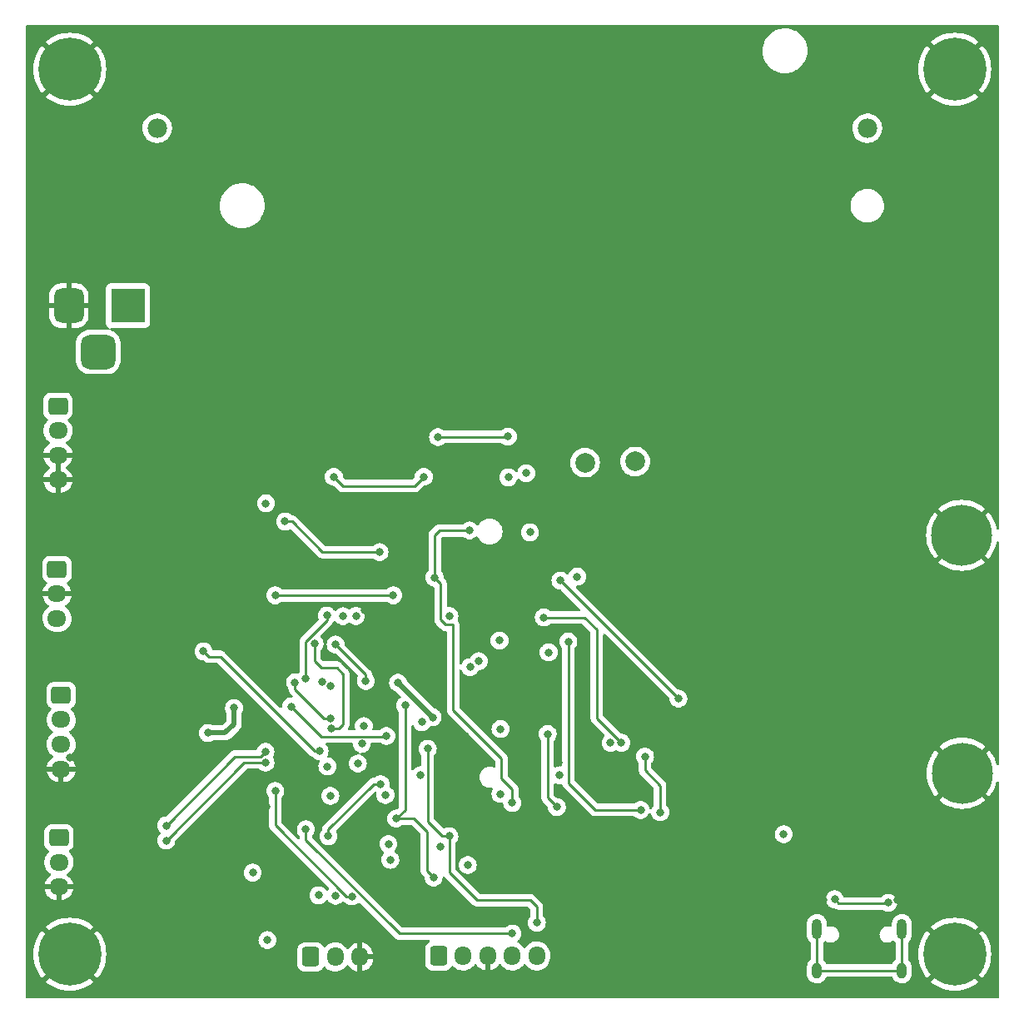
<source format=gbr>
%TF.GenerationSoftware,KiCad,Pcbnew,(6.0.6)*%
%TF.CreationDate,2022-10-20T14:17:53+09:00*%
%TF.ProjectId,LTE-base-H1,4c54452d-6261-4736-952d-48312e6b6963,rev?*%
%TF.SameCoordinates,Original*%
%TF.FileFunction,Copper,L4,Bot*%
%TF.FilePolarity,Positive*%
%FSLAX46Y46*%
G04 Gerber Fmt 4.6, Leading zero omitted, Abs format (unit mm)*
G04 Created by KiCad (PCBNEW (6.0.6)) date 2022-10-20 14:17:53*
%MOMM*%
%LPD*%
G01*
G04 APERTURE LIST*
G04 Aperture macros list*
%AMRoundRect*
0 Rectangle with rounded corners*
0 $1 Rounding radius*
0 $2 $3 $4 $5 $6 $7 $8 $9 X,Y pos of 4 corners*
0 Add a 4 corners polygon primitive as box body*
4,1,4,$2,$3,$4,$5,$6,$7,$8,$9,$2,$3,0*
0 Add four circle primitives for the rounded corners*
1,1,$1+$1,$2,$3*
1,1,$1+$1,$4,$5*
1,1,$1+$1,$6,$7*
1,1,$1+$1,$8,$9*
0 Add four rect primitives between the rounded corners*
20,1,$1+$1,$2,$3,$4,$5,0*
20,1,$1+$1,$4,$5,$6,$7,0*
20,1,$1+$1,$6,$7,$8,$9,0*
20,1,$1+$1,$8,$9,$2,$3,0*%
G04 Aperture macros list end*
%TA.AperFunction,ComponentPad*%
%ADD10C,0.800000*%
%TD*%
%TA.AperFunction,ComponentPad*%
%ADD11C,6.400000*%
%TD*%
%TA.AperFunction,ComponentPad*%
%ADD12C,6.200000*%
%TD*%
%TA.AperFunction,ComponentPad*%
%ADD13RoundRect,0.250000X-0.725000X0.600000X-0.725000X-0.600000X0.725000X-0.600000X0.725000X0.600000X0*%
%TD*%
%TA.AperFunction,ComponentPad*%
%ADD14O,1.950000X1.700000*%
%TD*%
%TA.AperFunction,ComponentPad*%
%ADD15RoundRect,0.250000X-0.600000X-0.725000X0.600000X-0.725000X0.600000X0.725000X-0.600000X0.725000X0*%
%TD*%
%TA.AperFunction,ComponentPad*%
%ADD16O,1.700000X1.950000*%
%TD*%
%TA.AperFunction,ComponentPad*%
%ADD17C,2.000000*%
%TD*%
%TA.AperFunction,ComponentPad*%
%ADD18C,1.980000*%
%TD*%
%TA.AperFunction,ComponentPad*%
%ADD19O,1.000000X1.600000*%
%TD*%
%TA.AperFunction,ComponentPad*%
%ADD20O,1.000000X2.100000*%
%TD*%
%TA.AperFunction,ComponentPad*%
%ADD21R,3.500000X3.500000*%
%TD*%
%TA.AperFunction,ComponentPad*%
%ADD22RoundRect,0.750000X-0.750000X-1.000000X0.750000X-1.000000X0.750000X1.000000X-0.750000X1.000000X0*%
%TD*%
%TA.AperFunction,ComponentPad*%
%ADD23RoundRect,0.875000X-0.875000X-0.875000X0.875000X-0.875000X0.875000X0.875000X-0.875000X0.875000X0*%
%TD*%
%TA.AperFunction,ViaPad*%
%ADD24C,0.800000*%
%TD*%
%TA.AperFunction,Conductor*%
%ADD25C,0.250000*%
%TD*%
%TA.AperFunction,Conductor*%
%ADD26C,0.500000*%
%TD*%
G04 APERTURE END LIST*
D10*
%TO.P,H4,1,1*%
%TO.N,GND*%
X195000000Y-57600000D03*
X196697056Y-58302944D03*
X195000000Y-62400000D03*
D11*
X195000000Y-60000000D03*
D10*
X197400000Y-60000000D03*
X192600000Y-60000000D03*
X193302944Y-61697056D03*
X193302944Y-58302944D03*
X196697056Y-61697056D03*
%TD*%
D12*
%TO.P,J4,1,Pin_1*%
%TO.N,GND*%
X195700000Y-107400000D03*
%TD*%
D13*
%TO.P,J11,1,Pin_1*%
%TO.N,VDC*%
X103800000Y-94250000D03*
D14*
%TO.P,J11,2,Pin_2*%
X103800000Y-96750000D03*
%TO.P,J11,3,Pin_3*%
%TO.N,GND*%
X103800000Y-99250000D03*
%TO.P,J11,4,Pin_4*%
X103800000Y-101750000D03*
%TD*%
D10*
%TO.P,H2,1,1*%
%TO.N,GND*%
X105000000Y-152400000D03*
X103302944Y-148302944D03*
X103302944Y-151697056D03*
X106697056Y-151697056D03*
X106697056Y-148302944D03*
X107400000Y-150000000D03*
X105000000Y-147600000D03*
X102600000Y-150000000D03*
D11*
X105000000Y-150000000D03*
%TD*%
D12*
%TO.P,J3,1,Pin_1*%
%TO.N,GND*%
X195750000Y-131600000D03*
%TD*%
D15*
%TO.P,J7,1,Pin_1*%
%TO.N,/MCU/DEBUG_TX*%
X129500000Y-150275000D03*
D16*
%TO.P,J7,2,Pin_2*%
%TO.N,/MCU/DEBUG_RX*%
X132000000Y-150275000D03*
%TO.P,J7,3,Pin_3*%
%TO.N,GND*%
X134500000Y-150275000D03*
%TD*%
D10*
%TO.P,H1,1,1*%
%TO.N,GND*%
X195000000Y-152400000D03*
X196697056Y-148302944D03*
D11*
X195000000Y-150000000D03*
D10*
X193302944Y-148302944D03*
X195000000Y-147600000D03*
X193302944Y-151697056D03*
X197400000Y-150000000D03*
X196697056Y-151697056D03*
X192600000Y-150000000D03*
%TD*%
D17*
%TO.P,TP2,1,1*%
%TO.N,/BG96/UART_RX*%
X157400000Y-100000000D03*
%TD*%
%TO.P,TP1,1,1*%
%TO.N,/BG96/UART_TX*%
X162500000Y-99900000D03*
%TD*%
D13*
%TO.P,J9,1,Pin_1*%
%TO.N,/MCU/I2C2_SCL*%
X104125000Y-123650000D03*
D14*
%TO.P,J9,2,Pin_2*%
%TO.N,/MCU/I2C2_SDA*%
X104125000Y-126150000D03*
%TO.P,J9,3,Pin_3*%
%TO.N,+3V3*%
X104125000Y-128650000D03*
%TO.P,J9,4,Pin_4*%
%TO.N,GND*%
X104125000Y-131150000D03*
%TD*%
D18*
%TO.P,BT1,1,+*%
%TO.N,+BATT*%
X186110000Y-66000000D03*
%TO.P,BT1,2,-*%
%TO.N,-BATT*%
X113890000Y-66000000D03*
%TD*%
D19*
%TO.P,J5,S1,SHIELD*%
%TO.N,unconnected-(J5-PadS1)*%
X180975489Y-151645489D03*
X189615489Y-151645489D03*
D20*
X189615489Y-147465489D03*
X180975489Y-147465489D03*
%TD*%
D13*
%TO.P,J12,1,Pin_1*%
%TO.N,/MCU/CANL*%
X103700000Y-110850000D03*
D14*
%TO.P,J12,2,Pin_2*%
%TO.N,GND*%
X103700000Y-113350000D03*
%TO.P,J12,3,Pin_3*%
%TO.N,/MCU/CANH*%
X103700000Y-115850000D03*
%TD*%
D10*
%TO.P,H3,1,1*%
%TO.N,GND*%
X102600000Y-60000000D03*
X103302944Y-61697056D03*
X106697056Y-58302944D03*
D11*
X105000000Y-60000000D03*
D10*
X103302944Y-58302944D03*
X106697056Y-61697056D03*
X105000000Y-62400000D03*
X107400000Y-60000000D03*
X105000000Y-57600000D03*
%TD*%
D13*
%TO.P,J6,1,Pin_1*%
%TO.N,Net-(J6-Pad1)*%
X103900000Y-138150000D03*
D14*
%TO.P,J6,2,Pin_2*%
%TO.N,Net-(J6-Pad2)*%
X103900000Y-140650000D03*
%TO.P,J6,3,Pin_3*%
%TO.N,GND*%
X103900000Y-143150000D03*
%TD*%
D15*
%TO.P,J8,1,Pin_1*%
%TO.N,+3V3*%
X142500000Y-150175000D03*
D16*
%TO.P,J8,2,Pin_2*%
%TO.N,/MCU/SWCLK_BT0*%
X145000000Y-150175000D03*
%TO.P,J8,3,Pin_3*%
%TO.N,GND*%
X147500000Y-150175000D03*
%TO.P,J8,4,Pin_4*%
%TO.N,/MCU/SWDIO*%
X150000000Y-150175000D03*
%TO.P,J8,5,Pin_5*%
%TO.N,/MCU/NRST*%
X152500000Y-150175000D03*
%TD*%
D21*
%TO.P,J2,1*%
%TO.N,VDC*%
X110900000Y-84042500D03*
D22*
%TO.P,J2,2*%
%TO.N,GND*%
X104900000Y-84042500D03*
D23*
%TO.P,J2,3*%
%TO.N,N/C*%
X107900000Y-88742500D03*
%TD*%
D24*
%TO.N,GND*%
X140000000Y-90000000D03*
X110000000Y-150000000D03*
X160000000Y-150124500D03*
X171765332Y-82734668D03*
X155000000Y-140000000D03*
X150000000Y-60000000D03*
X121500000Y-119100000D03*
X110000000Y-95000000D03*
X180000000Y-115000000D03*
X115000000Y-150000000D03*
X165000000Y-150124500D03*
X145400000Y-124000000D03*
X125000000Y-70000000D03*
X130000000Y-65000000D03*
X164600000Y-80125000D03*
X195000000Y-75000000D03*
X135000000Y-65000000D03*
X125000000Y-115000000D03*
X156150000Y-78000000D03*
X125000000Y-95000000D03*
X110000000Y-100000000D03*
X145000000Y-70000000D03*
X160000000Y-90000000D03*
X185000000Y-150000000D03*
X195000000Y-80000000D03*
X185000000Y-140000000D03*
X190000000Y-60000000D03*
X155000000Y-70000000D03*
X195000000Y-90000000D03*
X190000000Y-125000000D03*
X151800000Y-116600000D03*
X170900000Y-87500000D03*
X165000000Y-140000000D03*
X180000000Y-135000000D03*
X160000000Y-105000000D03*
X110000000Y-70000000D03*
X140000000Y-110000000D03*
X135000000Y-90000000D03*
X140000000Y-95000000D03*
X180000000Y-105000000D03*
X190000000Y-95000000D03*
X185000000Y-95000000D03*
X175000000Y-80000000D03*
X145223632Y-127825868D03*
X170000000Y-100000000D03*
X160000000Y-120000000D03*
X165000000Y-130000000D03*
X190000000Y-145000000D03*
X140000000Y-80000000D03*
X153700000Y-108900000D03*
X115000000Y-105000000D03*
X190000000Y-105000000D03*
X135000000Y-70000000D03*
X110000000Y-115000000D03*
X125000000Y-60000000D03*
X130000000Y-115000000D03*
X195000000Y-70000000D03*
X140000000Y-60000000D03*
X155000000Y-60000000D03*
X195000000Y-125000000D03*
X125000000Y-65000000D03*
X195000000Y-65000000D03*
X115000000Y-90000000D03*
X145000000Y-115000000D03*
X190000000Y-100000000D03*
X180000000Y-125000000D03*
X180000000Y-100000000D03*
X150000000Y-75000000D03*
X175000000Y-130000000D03*
X180000000Y-120000000D03*
X175000000Y-110000000D03*
X160000000Y-125000000D03*
X115000000Y-110000000D03*
X105000000Y-135000000D03*
X150000000Y-130000000D03*
X140000000Y-145000000D03*
X155000000Y-145000000D03*
X125000000Y-145000000D03*
X105000000Y-70000000D03*
X140000000Y-85000000D03*
X170938000Y-89349500D03*
X155000000Y-75000000D03*
X181600000Y-144500000D03*
X180000000Y-130000000D03*
X155000000Y-65000000D03*
X165000000Y-145000000D03*
X170000000Y-130000000D03*
X180000000Y-75000000D03*
X185000000Y-100000000D03*
X115000000Y-60000000D03*
X195000000Y-95000000D03*
X180000000Y-70000000D03*
X165000000Y-120000000D03*
X110000000Y-65000000D03*
X120000000Y-60000000D03*
X110000000Y-145000000D03*
X115000000Y-80000000D03*
X170000000Y-70000000D03*
X170000000Y-65000000D03*
X185000000Y-110000000D03*
X125000000Y-75000000D03*
X195000000Y-140000000D03*
X175000000Y-65000000D03*
X175000000Y-95000000D03*
X150000000Y-110000000D03*
X145000000Y-75000000D03*
X165400000Y-80825000D03*
X190000000Y-65000000D03*
X120000000Y-150000000D03*
X175000000Y-60000000D03*
X125000000Y-120000000D03*
X105000000Y-65000000D03*
X110000000Y-60000000D03*
X165000000Y-95000000D03*
X165000000Y-105000000D03*
X180000000Y-90000000D03*
X115000000Y-120000000D03*
X130000000Y-75000000D03*
X185000000Y-70000000D03*
X150469240Y-126500000D03*
X170000000Y-150124500D03*
X125000000Y-135000000D03*
X120000000Y-90000000D03*
X180000000Y-95000000D03*
X190000000Y-110000000D03*
X180000000Y-60000000D03*
X180000000Y-110000000D03*
X105000000Y-90000000D03*
X160000000Y-145000000D03*
X110000000Y-80000000D03*
X125000000Y-90000000D03*
X115000000Y-145000000D03*
X140000000Y-100000000D03*
X170000000Y-60000000D03*
X165000000Y-75000000D03*
X130000000Y-90000000D03*
X130000000Y-60000000D03*
X110000000Y-135000000D03*
X125000000Y-100000000D03*
X190000000Y-80000000D03*
X190000000Y-130000000D03*
X190000000Y-115000000D03*
X175000000Y-150124500D03*
X175000000Y-125000000D03*
X170000000Y-105000000D03*
X185000000Y-125000000D03*
X170000000Y-75000000D03*
X148300000Y-138000000D03*
X170000000Y-120000000D03*
X135000000Y-75000000D03*
X125000000Y-80000000D03*
X115000000Y-115000000D03*
X115000000Y-125000000D03*
X195000000Y-85000000D03*
X160000000Y-60000000D03*
X150000000Y-70000000D03*
X155000000Y-100000000D03*
X155000000Y-105000000D03*
X175000000Y-135000000D03*
X105000000Y-105000000D03*
X110000000Y-125000000D03*
X110000000Y-110000000D03*
X185000000Y-60000000D03*
X175000000Y-100000000D03*
X189200000Y-144500000D03*
X175000000Y-75000000D03*
X115000000Y-70000000D03*
X160000000Y-110000000D03*
X136000000Y-142500000D03*
X195000000Y-115000000D03*
X145000000Y-60000000D03*
X110000000Y-105000000D03*
X160000000Y-95000000D03*
X120000000Y-75000000D03*
X110000000Y-75000000D03*
X130000000Y-70000000D03*
X140000000Y-75000000D03*
X115000000Y-75000000D03*
X153900000Y-123600000D03*
X115000000Y-135000000D03*
X140000000Y-120000000D03*
X120000000Y-70000000D03*
X150000000Y-115000000D03*
X140000000Y-150000000D03*
X185000000Y-130000000D03*
X150000000Y-85000000D03*
X165000000Y-60000000D03*
X105000000Y-145000000D03*
X160000000Y-115000000D03*
X105000000Y-80000000D03*
X180000000Y-145000000D03*
X170000000Y-95000000D03*
X148600000Y-140674500D03*
X170000000Y-115000000D03*
X185000000Y-105000000D03*
X170000000Y-135000000D03*
X185000000Y-115000000D03*
X190000000Y-135000000D03*
X145000000Y-110900000D03*
X195000000Y-120000000D03*
X195000000Y-145000000D03*
X175000000Y-115000000D03*
X130000000Y-105000000D03*
X140000000Y-115000000D03*
X190000000Y-75000000D03*
X165000000Y-115000000D03*
X120000000Y-105000000D03*
X145000000Y-65000000D03*
X150000000Y-90000000D03*
X190000000Y-70000000D03*
X125000000Y-150000000D03*
X185000000Y-135000000D03*
X155000000Y-95000000D03*
X190000000Y-85000000D03*
X110000000Y-140000000D03*
X120000000Y-135000000D03*
X145300000Y-118900000D03*
X135000000Y-60000000D03*
X190000000Y-120000000D03*
X170000000Y-110000000D03*
X110000000Y-120000000D03*
X190000000Y-90000000D03*
X175000000Y-120000000D03*
X150000000Y-65000000D03*
X154700000Y-130500000D03*
X120000000Y-65000000D03*
X160000000Y-70000000D03*
X165400000Y-80125000D03*
X165000000Y-125000000D03*
X110000000Y-130000000D03*
X165000000Y-100000000D03*
X190000000Y-140000000D03*
X105000000Y-75000000D03*
X175000000Y-70000000D03*
X175000000Y-105000000D03*
X140000000Y-70000000D03*
X105000000Y-130000000D03*
X151400000Y-88950000D03*
X160000000Y-65000000D03*
X160000000Y-80000000D03*
X135000000Y-115000000D03*
X120000000Y-145000000D03*
X140000000Y-105000000D03*
X137500000Y-130200000D03*
X150000000Y-105000000D03*
X185000000Y-90000000D03*
X165000000Y-65000000D03*
X170000000Y-140000000D03*
X141924500Y-121300000D03*
X105000000Y-120000000D03*
X175000000Y-145000000D03*
X164600000Y-80825000D03*
X140000000Y-65000000D03*
X155000000Y-150000000D03*
X125000000Y-140000000D03*
X149800000Y-120900000D03*
X185000000Y-120000000D03*
X195000000Y-100000000D03*
X160000000Y-75000000D03*
X165000000Y-110000000D03*
X114800000Y-129000000D03*
X170000000Y-145000000D03*
X170000000Y-125000000D03*
X160000000Y-140000000D03*
X180000000Y-65000000D03*
X185000000Y-80000000D03*
%TO.N,+3V3*%
X151800000Y-107100000D03*
X121700000Y-124950000D03*
X119050000Y-127500000D03*
X124950000Y-104150000D03*
X141900000Y-125900000D03*
X140675500Y-131800000D03*
X154800000Y-131800000D03*
X138380000Y-122380000D03*
X123600000Y-141700000D03*
%TO.N,/MCU/OSC_IN*%
X130400000Y-129350000D03*
X118600000Y-119200000D03*
%TO.N,/MCU/OSC_OUT*%
X127500000Y-124800000D03*
X137200000Y-127800000D03*
%TO.N,/MCU/DEBUG_TX*%
X130300000Y-144000000D03*
X134700000Y-128600500D03*
%TO.N,/MCU/DEBUG_RX*%
X132016805Y-144041404D03*
X134900000Y-126800000D03*
%TO.N,/MCU/SWCLK_BT0*%
X125900000Y-133400000D03*
X133687701Y-144112299D03*
%TO.N,/MCU/SWDIO*%
X150000000Y-147900000D03*
X129000000Y-137300000D03*
%TO.N,/MCU/NRST*%
X125100000Y-148550000D03*
X141400000Y-129100000D03*
X145475000Y-140925000D03*
X143600000Y-138000000D03*
X152500000Y-146800000D03*
%TO.N,Net-(D7-Pad2)*%
X182786396Y-144413604D03*
X188236789Y-144766888D03*
%TO.N,/MCU/USART3_TX*%
X124900000Y-129400000D03*
X114808000Y-136906000D03*
%TO.N,/BG96/PWRKEY*%
X139100000Y-124700000D03*
X142000000Y-142200000D03*
X138200000Y-136200000D03*
%TO.N,/BG96/USIM_VDD*%
X156600000Y-111600000D03*
X160000000Y-128500000D03*
%TO.N,/BG96/USIM_DATA*%
X163500000Y-129900000D03*
X153200000Y-115750000D03*
X161100000Y-128500000D03*
X165040000Y-135560000D03*
%TO.N,/BG96/UART_RX*%
X142700000Y-139100000D03*
X142100000Y-111700000D03*
X145650000Y-106900000D03*
X150000000Y-134600000D03*
%TO.N,/BG96/USIM_CLK*%
X166900000Y-124000000D03*
X154900000Y-112000000D03*
%TO.N,/BG96/UART_TX*%
X148700000Y-118100000D03*
X148800000Y-133700000D03*
%TO.N,/BG96/USIM_RST*%
X163068750Y-135331250D03*
X155700000Y-118200000D03*
%TO.N,/BG96/RI*%
X143600000Y-115600000D03*
X131200000Y-130900000D03*
%TO.N,/BG96/nW_DISABLE*%
X137100000Y-133800000D03*
X148800000Y-127100000D03*
%TO.N,/BG96/nPERST*%
X153700000Y-119300000D03*
X131300000Y-138000000D03*
X136600000Y-132700000D03*
%TO.N,/BG96/UART_CTS*%
X146600000Y-120200000D03*
X137600000Y-140400000D03*
%TO.N,/BG96/UART_RTS*%
X137400000Y-138800000D03*
X145700000Y-120800000D03*
%TO.N,/BG96/DTR*%
X131500000Y-133900000D03*
X140800000Y-126400000D03*
%TO.N,/BG96/nLED_WWAN*%
X154537500Y-135037500D03*
X153600000Y-127600000D03*
%TO.N,+5V*%
X177600000Y-137800000D03*
X149600000Y-101500000D03*
%TO.N,/MCU/USART3_RX*%
X114808000Y-138430000D03*
X124900000Y-130500000D03*
%TO.N,/MCU/TXCAN*%
X125900000Y-113500000D03*
X137900000Y-113500000D03*
%TO.N,/MCU/RXCAN*%
X136500000Y-109100000D03*
X126895000Y-105995000D03*
%TO.N,/MCU/SPI1_SCK*%
X132030000Y-118500000D03*
X135100000Y-122200000D03*
%TO.N,/MCU/RX0BF*%
X129900000Y-118400000D03*
X131600000Y-127000000D03*
%TO.N,/MCU/RX1BF*%
X131500000Y-126000000D03*
X127900000Y-122350500D03*
%TO.N,/MCU/TX0RTS*%
X131550000Y-122750000D03*
X134100000Y-115600000D03*
%TO.N,/MCU/TX1RTS*%
X130644268Y-122327325D03*
X132780000Y-115620000D03*
%TO.N,/MCU/TX2RTS*%
X131150000Y-115550000D03*
X129000000Y-122000000D03*
%TO.N,/EXT_PWR_DET*%
X151425000Y-101075000D03*
X134300000Y-130600000D03*
%TO.N,Net-(C27-Pad1)*%
X141000000Y-101450000D03*
X142450000Y-97400000D03*
X149556250Y-97356250D03*
X131850000Y-101450000D03*
%TD*%
D25*
%TO.N,/BG96/UART_RX*%
X142600000Y-106900000D02*
X145650000Y-106900000D01*
X142100000Y-107400000D02*
X142600000Y-106900000D01*
X142100000Y-111700000D02*
X142100000Y-107400000D01*
%TO.N,Net-(C27-Pad1)*%
X132800000Y-102400000D02*
X131850000Y-101450000D01*
X140050000Y-102400000D02*
X132800000Y-102400000D01*
X141000000Y-101450000D02*
X140050000Y-102400000D01*
D26*
%TO.N,+3V3*%
X141900000Y-125900000D02*
X138380000Y-122380000D01*
X121700000Y-124950000D02*
X121700000Y-126600000D01*
X121700000Y-126600000D02*
X120800000Y-127500000D01*
X120800000Y-127500000D02*
X119050000Y-127500000D01*
D25*
%TO.N,unconnected-(J5-PadS1)*%
X189615489Y-147465489D02*
X189615489Y-151645489D01*
X180975489Y-151645489D02*
X180975489Y-147465489D01*
X180975489Y-151645489D02*
X189615489Y-151645489D01*
%TO.N,/MCU/OSC_IN*%
X119150000Y-119750000D02*
X118600000Y-119200000D01*
X130400000Y-129350000D02*
X129900000Y-129350000D01*
X120300000Y-119750000D02*
X119150000Y-119750000D01*
X129900000Y-129350000D02*
X120300000Y-119750000D01*
%TO.N,/MCU/OSC_OUT*%
X130550000Y-127850000D02*
X137150000Y-127850000D01*
X127500000Y-124800000D02*
X130550000Y-127850000D01*
X137200000Y-127800000D02*
X137150000Y-127850000D01*
%TO.N,/MCU/SWCLK_BT0*%
X125900000Y-136900000D02*
X125900000Y-133400000D01*
X133687701Y-144112299D02*
X133112299Y-144112299D01*
X133112299Y-144112299D02*
X125900000Y-136900000D01*
%TO.N,/MCU/SWDIO*%
X129000000Y-137300000D02*
X129000000Y-138400000D01*
X138500000Y-147900000D02*
X150000000Y-147900000D01*
X129000000Y-138400000D02*
X138500000Y-147900000D01*
%TO.N,/MCU/NRST*%
X152500000Y-146800000D02*
X152500000Y-145200000D01*
X151800000Y-144500000D02*
X146400000Y-144500000D01*
X146400000Y-144500000D02*
X143600000Y-141700000D01*
X141400000Y-136500000D02*
X142900000Y-138000000D01*
X142900000Y-138000000D02*
X143600000Y-138000000D01*
X143600000Y-141700000D02*
X143600000Y-138000000D01*
X141400000Y-129100000D02*
X141400000Y-136500000D01*
X152500000Y-145200000D02*
X151800000Y-144500000D01*
%TO.N,Net-(D7-Pad2)*%
X188236789Y-144766888D02*
X188178188Y-144825489D01*
X183198281Y-144825489D02*
X182786396Y-144413604D01*
X188178188Y-144825489D02*
X183198281Y-144825489D01*
%TO.N,/MCU/USART3_TX*%
X121814000Y-129900000D02*
X114808000Y-136906000D01*
X124400000Y-129900000D02*
X121814000Y-129900000D01*
X124900000Y-129400000D02*
X124400000Y-129900000D01*
%TO.N,/BG96/PWRKEY*%
X141300000Y-137500000D02*
X140000000Y-136200000D01*
X140000000Y-136200000D02*
X138200000Y-136200000D01*
X141300000Y-141500000D02*
X141300000Y-137500000D01*
X139100000Y-135300000D02*
X138200000Y-136200000D01*
X139100000Y-124700000D02*
X139100000Y-135300000D01*
X142000000Y-142200000D02*
X141300000Y-141500000D01*
%TO.N,/BG96/USIM_DATA*%
X165040000Y-132855075D02*
X165040000Y-135560000D01*
X163500000Y-131315075D02*
X165040000Y-132855075D01*
X153200000Y-115750000D02*
X157350000Y-115750000D01*
X163500000Y-129900000D02*
X163500000Y-131315075D01*
X158600000Y-126000000D02*
X161100000Y-128500000D01*
X158600000Y-117000000D02*
X158600000Y-126000000D01*
X157350000Y-115750000D02*
X158600000Y-117000000D01*
%TO.N,/BG96/UART_RX*%
X148900001Y-130088729D02*
X143972793Y-125161521D01*
X150000000Y-134600000D02*
X150000000Y-133200000D01*
X148900001Y-132100001D02*
X148900001Y-130088729D01*
X150000000Y-133200000D02*
X148900001Y-132100001D01*
X142700000Y-115972793D02*
X142700000Y-112300000D01*
X142700000Y-112300000D02*
X142100000Y-111700000D01*
X143972793Y-125161521D02*
X143972793Y-116500000D01*
X143972793Y-116500000D02*
X143227207Y-116500000D01*
X143227207Y-116500000D02*
X142700000Y-115972793D01*
%TO.N,/BG96/USIM_CLK*%
X166900000Y-124000000D02*
X154900000Y-112000000D01*
%TO.N,/BG96/USIM_RST*%
X158431250Y-135331250D02*
X163068750Y-135331250D01*
X155700000Y-132600000D02*
X158431250Y-135331250D01*
X155700000Y-118200000D02*
X155700000Y-132600000D01*
%TO.N,/BG96/nPERST*%
X131300000Y-137300000D02*
X135900000Y-132700000D01*
X135900000Y-132700000D02*
X136600000Y-132700000D01*
X131300000Y-138000000D02*
X131300000Y-137300000D01*
%TO.N,/BG96/nLED_WWAN*%
X153600000Y-127600000D02*
X153600000Y-134100000D01*
X153600000Y-134100000D02*
X154537500Y-135037500D01*
%TO.N,/MCU/USART3_RX*%
X124900000Y-130500000D02*
X122738000Y-130500000D01*
X122738000Y-130500000D02*
X114808000Y-138430000D01*
%TO.N,/MCU/TXCAN*%
X125900000Y-113500000D02*
X137900000Y-113500000D01*
%TO.N,/MCU/RXCAN*%
X127595000Y-105995000D02*
X130700000Y-109100000D01*
X130700000Y-109100000D02*
X136500000Y-109100000D01*
X126895000Y-105995000D02*
X127595000Y-105995000D01*
%TO.N,/MCU/SPI1_SCK*%
X135100000Y-121570000D02*
X132030000Y-118500000D01*
X135100000Y-122200000D02*
X135100000Y-121570000D01*
%TO.N,/MCU/RX0BF*%
X132150000Y-120850000D02*
X130550000Y-120850000D01*
X130550000Y-120850000D02*
X129900000Y-120200000D01*
X132800000Y-126600000D02*
X132800000Y-121500000D01*
X131600000Y-127000000D02*
X132400000Y-127000000D01*
X132400000Y-127000000D02*
X132800000Y-126600000D01*
X132800000Y-121500000D02*
X132150000Y-120850000D01*
X129900000Y-120200000D02*
X129900000Y-118400000D01*
%TO.N,/MCU/RX1BF*%
X127900000Y-122350500D02*
X127900000Y-123050000D01*
X127900000Y-123050000D02*
X130850000Y-126000000D01*
X130850000Y-126000000D02*
X131500000Y-126000000D01*
%TO.N,/MCU/TX2RTS*%
X129000000Y-121919837D02*
X129000000Y-118200000D01*
X129000000Y-118200000D02*
X131150000Y-116050000D01*
X131150000Y-116050000D02*
X131150000Y-115550000D01*
%TO.N,Net-(C27-Pad1)*%
X142450000Y-97400000D02*
X149512500Y-97400000D01*
%TD*%
%TA.AperFunction,Conductor*%
%TO.N,GND*%
G36*
X199433621Y-55528502D02*
G01*
X199480114Y-55582158D01*
X199491500Y-55634500D01*
X199491500Y-106673638D01*
X199471498Y-106741759D01*
X199417842Y-106788252D01*
X199347568Y-106798356D01*
X199282988Y-106768862D01*
X199244604Y-106709136D01*
X199241051Y-106693349D01*
X199234515Y-106652086D01*
X199233144Y-106645636D01*
X199136976Y-106286729D01*
X199134935Y-106280447D01*
X199001779Y-105933565D01*
X198999097Y-105927540D01*
X198830406Y-105596466D01*
X198827109Y-105590756D01*
X198624741Y-105279136D01*
X198620853Y-105273785D01*
X198437424Y-105047270D01*
X198425166Y-105038802D01*
X198414076Y-105045135D01*
X196072020Y-107387190D01*
X196064408Y-107401131D01*
X196064539Y-107402966D01*
X196068790Y-107409580D01*
X198413210Y-109753999D01*
X198426286Y-109761139D01*
X198436654Y-109753682D01*
X198620853Y-109526215D01*
X198624741Y-109520864D01*
X198827109Y-109209244D01*
X198830406Y-109203534D01*
X198999097Y-108872460D01*
X199001779Y-108866435D01*
X199134935Y-108519553D01*
X199136976Y-108513271D01*
X199233144Y-108154364D01*
X199234515Y-108147914D01*
X199241051Y-108106651D01*
X199271464Y-108042498D01*
X199331732Y-108004971D01*
X199402721Y-108005985D01*
X199461893Y-108045218D01*
X199490461Y-108110213D01*
X199491500Y-108126362D01*
X199491500Y-130666162D01*
X199471498Y-130734283D01*
X199417842Y-130780776D01*
X199347568Y-130790880D01*
X199282988Y-130761386D01*
X199243793Y-130698773D01*
X199186976Y-130486729D01*
X199184935Y-130480447D01*
X199051779Y-130133565D01*
X199049097Y-130127540D01*
X198880406Y-129796466D01*
X198877109Y-129790756D01*
X198674741Y-129479136D01*
X198670853Y-129473785D01*
X198487424Y-129247270D01*
X198475166Y-129238802D01*
X198464076Y-129245135D01*
X196122020Y-131587190D01*
X196114408Y-131601131D01*
X196114539Y-131602966D01*
X196118790Y-131609580D01*
X198463210Y-133953999D01*
X198476286Y-133961139D01*
X198486654Y-133953682D01*
X198670853Y-133726215D01*
X198674741Y-133720864D01*
X198877109Y-133409244D01*
X198880406Y-133403534D01*
X199049097Y-133072460D01*
X199051779Y-133066435D01*
X199184935Y-132719553D01*
X199186976Y-132713271D01*
X199243793Y-132501227D01*
X199280745Y-132440604D01*
X199344605Y-132409583D01*
X199415100Y-132418011D01*
X199469847Y-132463214D01*
X199491500Y-132533838D01*
X199491500Y-154365500D01*
X199471498Y-154433621D01*
X199417842Y-154480114D01*
X199365500Y-154491500D01*
X100634500Y-154491500D01*
X100566379Y-154471498D01*
X100519886Y-154417842D01*
X100508500Y-154365500D01*
X100508500Y-152797386D01*
X102567759Y-152797386D01*
X102575216Y-152807753D01*
X102814935Y-153001874D01*
X102820272Y-153005751D01*
X103140685Y-153213830D01*
X103146394Y-153217127D01*
X103486811Y-153390578D01*
X103492836Y-153393260D01*
X103849502Y-153530171D01*
X103855784Y-153532212D01*
X104224816Y-153631094D01*
X104231266Y-153632465D01*
X104608629Y-153692234D01*
X104615167Y-153692920D01*
X104996699Y-153712916D01*
X105003301Y-153712916D01*
X105384833Y-153692920D01*
X105391371Y-153692234D01*
X105768734Y-153632465D01*
X105775184Y-153631094D01*
X106144216Y-153532212D01*
X106150498Y-153530171D01*
X106507164Y-153393260D01*
X106513189Y-153390578D01*
X106853606Y-153217127D01*
X106859315Y-153213830D01*
X107179728Y-153005751D01*
X107185065Y-153001874D01*
X107423835Y-152808522D01*
X107432300Y-152796267D01*
X107425966Y-152785176D01*
X105012812Y-150372022D01*
X104998868Y-150364408D01*
X104997035Y-150364539D01*
X104990420Y-150368790D01*
X102574900Y-152784310D01*
X102567759Y-152797386D01*
X100508500Y-152797386D01*
X100508500Y-150003301D01*
X101287084Y-150003301D01*
X101307080Y-150384833D01*
X101307766Y-150391371D01*
X101367535Y-150768734D01*
X101368906Y-150775184D01*
X101467788Y-151144216D01*
X101469829Y-151150498D01*
X101606740Y-151507164D01*
X101609422Y-151513189D01*
X101782872Y-151853603D01*
X101786169Y-151859313D01*
X101994253Y-152179735D01*
X101998123Y-152185061D01*
X102191478Y-152423835D01*
X102203733Y-152432300D01*
X102214824Y-152425966D01*
X104627978Y-150012812D01*
X104634356Y-150001132D01*
X105364408Y-150001132D01*
X105364539Y-150002965D01*
X105368790Y-150009580D01*
X107784310Y-152425100D01*
X107797386Y-152432241D01*
X107807753Y-152424784D01*
X108001877Y-152185061D01*
X108005747Y-152179735D01*
X108125547Y-151995258D01*
X179966989Y-151995258D01*
X179967289Y-151998314D01*
X179967289Y-151998321D01*
X179968019Y-152005762D01*
X179981409Y-152142322D01*
X180038573Y-152331658D01*
X180131423Y-152506285D01*
X180201780Y-152592551D01*
X180252529Y-152654776D01*
X180252532Y-152654779D01*
X180256424Y-152659551D01*
X180261171Y-152663478D01*
X180261173Y-152663480D01*
X180404064Y-152781690D01*
X180404068Y-152781692D01*
X180408814Y-152785619D01*
X180582788Y-152879687D01*
X180771721Y-152938171D01*
X180777846Y-152938815D01*
X180777847Y-152938815D01*
X180962285Y-152958200D01*
X180962287Y-152958200D01*
X180968414Y-152958844D01*
X181050913Y-152951336D01*
X181159238Y-152941478D01*
X181159241Y-152941477D01*
X181165377Y-152940919D01*
X181171283Y-152939181D01*
X181171287Y-152939180D01*
X181276413Y-152908240D01*
X181355108Y-152885079D01*
X181360566Y-152882226D01*
X181360570Y-152882224D01*
X181522848Y-152797386D01*
X181530379Y-152793449D01*
X181684514Y-152669521D01*
X181811643Y-152518015D01*
X181814610Y-152512617D01*
X181814614Y-152512612D01*
X181906922Y-152344702D01*
X181909403Y-152346066D01*
X181946829Y-152300683D01*
X182017514Y-152278989D01*
X188574860Y-152278989D01*
X188642981Y-152298991D01*
X188686111Y-152345835D01*
X188771423Y-152506285D01*
X188841780Y-152592551D01*
X188892529Y-152654776D01*
X188892532Y-152654779D01*
X188896424Y-152659551D01*
X188901171Y-152663478D01*
X188901173Y-152663480D01*
X189044064Y-152781690D01*
X189044068Y-152781692D01*
X189048814Y-152785619D01*
X189222788Y-152879687D01*
X189411721Y-152938171D01*
X189417846Y-152938815D01*
X189417847Y-152938815D01*
X189602285Y-152958200D01*
X189602287Y-152958200D01*
X189608414Y-152958844D01*
X189690913Y-152951336D01*
X189799238Y-152941478D01*
X189799241Y-152941477D01*
X189805377Y-152940919D01*
X189811283Y-152939181D01*
X189811287Y-152939180D01*
X189916413Y-152908240D01*
X189995108Y-152885079D01*
X190000566Y-152882226D01*
X190000570Y-152882224D01*
X190162848Y-152797386D01*
X192567759Y-152797386D01*
X192575216Y-152807753D01*
X192814935Y-153001874D01*
X192820272Y-153005751D01*
X193140685Y-153213830D01*
X193146394Y-153217127D01*
X193486811Y-153390578D01*
X193492836Y-153393260D01*
X193849502Y-153530171D01*
X193855784Y-153532212D01*
X194224816Y-153631094D01*
X194231266Y-153632465D01*
X194608629Y-153692234D01*
X194615167Y-153692920D01*
X194996699Y-153712916D01*
X195003301Y-153712916D01*
X195384833Y-153692920D01*
X195391371Y-153692234D01*
X195768734Y-153632465D01*
X195775184Y-153631094D01*
X196144216Y-153532212D01*
X196150498Y-153530171D01*
X196507164Y-153393260D01*
X196513189Y-153390578D01*
X196853606Y-153217127D01*
X196859315Y-153213830D01*
X197179728Y-153005751D01*
X197185065Y-153001874D01*
X197423835Y-152808522D01*
X197432300Y-152796267D01*
X197425966Y-152785176D01*
X195012812Y-150372022D01*
X194998868Y-150364408D01*
X194997035Y-150364539D01*
X194990420Y-150368790D01*
X192574900Y-152784310D01*
X192567759Y-152797386D01*
X190162848Y-152797386D01*
X190170379Y-152793449D01*
X190324514Y-152669521D01*
X190451643Y-152518015D01*
X190454610Y-152512617D01*
X190454614Y-152512612D01*
X190543956Y-152350097D01*
X190546922Y-152344702D01*
X190549335Y-152337097D01*
X190604862Y-152162053D01*
X190604862Y-152162052D01*
X190606724Y-152156183D01*
X190623989Y-152002262D01*
X190623989Y-151295720D01*
X190623303Y-151288716D01*
X190612659Y-151180168D01*
X190609569Y-151148656D01*
X190552405Y-150959320D01*
X190459555Y-150784693D01*
X190389198Y-150698427D01*
X190338449Y-150636202D01*
X190338446Y-150636199D01*
X190334554Y-150631427D01*
X190328213Y-150626181D01*
X190294673Y-150598434D01*
X190254935Y-150539600D01*
X190248989Y-150501350D01*
X190248989Y-150003301D01*
X191287084Y-150003301D01*
X191307080Y-150384833D01*
X191307766Y-150391371D01*
X191367535Y-150768734D01*
X191368906Y-150775184D01*
X191467788Y-151144216D01*
X191469829Y-151150498D01*
X191606740Y-151507164D01*
X191609422Y-151513189D01*
X191782872Y-151853603D01*
X191786169Y-151859313D01*
X191994253Y-152179735D01*
X191998123Y-152185061D01*
X192191478Y-152423835D01*
X192203733Y-152432300D01*
X192214824Y-152425966D01*
X194627978Y-150012812D01*
X194634356Y-150001132D01*
X195364408Y-150001132D01*
X195364539Y-150002965D01*
X195368790Y-150009580D01*
X197784310Y-152425100D01*
X197797386Y-152432241D01*
X197807753Y-152424784D01*
X198001877Y-152185061D01*
X198005747Y-152179735D01*
X198213831Y-151859313D01*
X198217128Y-151853603D01*
X198390578Y-151513189D01*
X198393260Y-151507164D01*
X198530171Y-151150498D01*
X198532212Y-151144216D01*
X198631094Y-150775184D01*
X198632465Y-150768734D01*
X198692234Y-150391371D01*
X198692920Y-150384833D01*
X198712916Y-150003301D01*
X198712916Y-149996699D01*
X198692920Y-149615167D01*
X198692234Y-149608629D01*
X198632465Y-149231266D01*
X198631094Y-149224816D01*
X198532212Y-148855784D01*
X198530171Y-148849502D01*
X198393260Y-148492836D01*
X198390578Y-148486811D01*
X198217128Y-148146397D01*
X198213831Y-148140687D01*
X198005747Y-147820265D01*
X198001877Y-147814939D01*
X197808522Y-147576165D01*
X197796267Y-147567700D01*
X197785176Y-147574034D01*
X195372022Y-149987188D01*
X195364408Y-150001132D01*
X194634356Y-150001132D01*
X194635592Y-149998868D01*
X194635461Y-149997035D01*
X194631210Y-149990420D01*
X192215690Y-147574900D01*
X192202614Y-147567759D01*
X192192247Y-147575216D01*
X191998123Y-147814939D01*
X191994253Y-147820265D01*
X191786169Y-148140687D01*
X191782872Y-148146397D01*
X191609422Y-148486811D01*
X191606740Y-148492836D01*
X191469829Y-148849502D01*
X191467788Y-148855784D01*
X191368906Y-149224816D01*
X191367535Y-149231266D01*
X191307766Y-149608629D01*
X191307080Y-149615167D01*
X191287084Y-149996699D01*
X191287084Y-150003301D01*
X190248989Y-150003301D01*
X190248989Y-148860613D01*
X190268991Y-148792492D01*
X190296033Y-148762420D01*
X190324514Y-148739521D01*
X190451643Y-148588015D01*
X190454610Y-148582617D01*
X190454614Y-148582612D01*
X190543956Y-148420097D01*
X190546922Y-148414702D01*
X190549335Y-148407097D01*
X190604862Y-148232053D01*
X190604862Y-148232052D01*
X190606724Y-148226183D01*
X190623989Y-148072262D01*
X190623989Y-147203733D01*
X192567700Y-147203733D01*
X192574034Y-147214824D01*
X194987188Y-149627978D01*
X195001132Y-149635592D01*
X195002965Y-149635461D01*
X195009580Y-149631210D01*
X197425100Y-147215690D01*
X197432241Y-147202614D01*
X197424784Y-147192247D01*
X197185065Y-146998126D01*
X197179728Y-146994249D01*
X196859315Y-146786170D01*
X196853606Y-146782873D01*
X196513189Y-146609422D01*
X196507164Y-146606740D01*
X196150498Y-146469829D01*
X196144216Y-146467788D01*
X195775184Y-146368906D01*
X195768734Y-146367535D01*
X195391371Y-146307766D01*
X195384833Y-146307080D01*
X195003301Y-146287084D01*
X194996699Y-146287084D01*
X194615167Y-146307080D01*
X194608629Y-146307766D01*
X194231266Y-146367535D01*
X194224816Y-146368906D01*
X193855784Y-146467788D01*
X193849502Y-146469829D01*
X193492836Y-146606740D01*
X193486811Y-146609422D01*
X193146397Y-146782872D01*
X193140687Y-146786169D01*
X192820265Y-146994253D01*
X192814939Y-146998123D01*
X192576165Y-147191478D01*
X192567700Y-147203733D01*
X190623989Y-147203733D01*
X190623989Y-146865720D01*
X190623303Y-146858716D01*
X190615866Y-146782873D01*
X190609569Y-146718656D01*
X190552405Y-146529320D01*
X190459555Y-146354693D01*
X190380819Y-146258153D01*
X190338449Y-146206202D01*
X190338446Y-146206199D01*
X190334554Y-146201427D01*
X190328213Y-146196181D01*
X190186914Y-146079288D01*
X190186910Y-146079286D01*
X190182164Y-146075359D01*
X190008190Y-145981291D01*
X189819257Y-145922807D01*
X189813132Y-145922163D01*
X189813131Y-145922163D01*
X189628693Y-145902778D01*
X189628691Y-145902778D01*
X189622564Y-145902134D01*
X189540065Y-145909642D01*
X189431740Y-145919500D01*
X189431737Y-145919501D01*
X189425601Y-145920059D01*
X189419695Y-145921797D01*
X189419691Y-145921798D01*
X189314565Y-145952738D01*
X189235870Y-145975899D01*
X189230412Y-145978752D01*
X189230408Y-145978754D01*
X189139636Y-146026209D01*
X189060599Y-146067529D01*
X188906464Y-146191457D01*
X188779335Y-146342963D01*
X188776368Y-146348361D01*
X188776364Y-146348366D01*
X188710712Y-146467788D01*
X188684056Y-146516276D01*
X188682195Y-146522143D01*
X188682194Y-146522145D01*
X188655359Y-146606740D01*
X188624254Y-146704795D01*
X188606989Y-146858716D01*
X188606989Y-147078351D01*
X188586987Y-147146472D01*
X188533331Y-147192965D01*
X188463057Y-147203069D01*
X188453503Y-147201317D01*
X188283983Y-147163425D01*
X188283984Y-147163425D01*
X188278946Y-147162299D01*
X188273401Y-147161989D01*
X188140245Y-147161989D01*
X188005452Y-147176632D01*
X187891968Y-147214824D01*
X187840285Y-147232217D01*
X187840283Y-147232218D01*
X187833814Y-147234395D01*
X187678584Y-147327666D01*
X187673627Y-147332354D01*
X187673624Y-147332356D01*
X187618818Y-147384184D01*
X187547004Y-147452096D01*
X187543172Y-147457734D01*
X187543169Y-147457738D01*
X187495117Y-147528444D01*
X187445212Y-147601877D01*
X187377959Y-147770023D01*
X187376845Y-147776751D01*
X187376844Y-147776755D01*
X187361220Y-147871134D01*
X187348381Y-147948687D01*
X187348738Y-147955504D01*
X187348738Y-147955508D01*
X187353640Y-148049028D01*
X187357859Y-148129536D01*
X187359670Y-148136109D01*
X187359670Y-148136112D01*
X187382288Y-148218225D01*
X187405950Y-148304130D01*
X187490411Y-148464325D01*
X187494816Y-148469538D01*
X187494819Y-148469542D01*
X187602895Y-148597432D01*
X187602899Y-148597436D01*
X187607302Y-148602646D01*
X187612726Y-148606793D01*
X187612727Y-148606794D01*
X187745746Y-148708495D01*
X187745750Y-148708498D01*
X187751167Y-148712639D01*
X187849409Y-148758450D01*
X187909120Y-148786294D01*
X187909123Y-148786295D01*
X187915297Y-148789174D01*
X187921945Y-148790660D01*
X187921948Y-148790661D01*
X188027910Y-148814346D01*
X188092032Y-148828679D01*
X188097577Y-148828989D01*
X188230733Y-148828989D01*
X188365526Y-148814346D01*
X188507269Y-148766644D01*
X188530693Y-148758761D01*
X188530695Y-148758760D01*
X188537164Y-148756583D01*
X188692394Y-148663312D01*
X188692818Y-148664017D01*
X188754009Y-148640727D01*
X188823482Y-148655354D01*
X188861481Y-148686707D01*
X188896424Y-148729551D01*
X188901172Y-148733479D01*
X188901173Y-148733480D01*
X188936305Y-148762544D01*
X188976043Y-148821378D01*
X188981989Y-148859628D01*
X188981989Y-150500365D01*
X188961987Y-150568486D01*
X188934945Y-150598558D01*
X188906464Y-150621457D01*
X188779335Y-150772963D01*
X188776368Y-150778361D01*
X188776364Y-150778366D01*
X188684056Y-150946276D01*
X188681575Y-150944912D01*
X188644149Y-150990295D01*
X188573464Y-151011989D01*
X182016118Y-151011989D01*
X181947997Y-150991987D01*
X181904866Y-150945142D01*
X181902601Y-150940881D01*
X181819555Y-150784693D01*
X181749198Y-150698427D01*
X181698449Y-150636202D01*
X181698446Y-150636199D01*
X181694554Y-150631427D01*
X181688213Y-150626181D01*
X181654673Y-150598434D01*
X181614935Y-150539600D01*
X181608989Y-150501350D01*
X181608989Y-148860613D01*
X181628991Y-148792492D01*
X181656033Y-148762420D01*
X181684514Y-148739521D01*
X181732889Y-148681870D01*
X181791996Y-148642545D01*
X181862983Y-148641419D01*
X181905937Y-148662767D01*
X181965746Y-148708495D01*
X181965750Y-148708498D01*
X181971167Y-148712639D01*
X182069409Y-148758450D01*
X182129120Y-148786294D01*
X182129123Y-148786295D01*
X182135297Y-148789174D01*
X182141945Y-148790660D01*
X182141948Y-148790661D01*
X182247910Y-148814346D01*
X182312032Y-148828679D01*
X182317577Y-148828989D01*
X182450733Y-148828989D01*
X182585526Y-148814346D01*
X182727269Y-148766644D01*
X182750693Y-148758761D01*
X182750695Y-148758760D01*
X182757164Y-148756583D01*
X182912394Y-148663312D01*
X182917351Y-148658624D01*
X182917354Y-148658622D01*
X183039016Y-148543571D01*
X183039018Y-148543569D01*
X183043974Y-148538882D01*
X183047806Y-148533244D01*
X183047809Y-148533240D01*
X183141931Y-148394744D01*
X183145766Y-148389101D01*
X183213019Y-148220955D01*
X183214133Y-148214227D01*
X183214134Y-148214223D01*
X183241482Y-148049028D01*
X183241482Y-148049025D01*
X183242597Y-148042291D01*
X183237692Y-147948687D01*
X183233476Y-147868255D01*
X183233119Y-147861442D01*
X183209793Y-147776755D01*
X183186841Y-147693430D01*
X183185028Y-147686848D01*
X183100567Y-147526653D01*
X183096162Y-147521440D01*
X183096159Y-147521436D01*
X182988083Y-147393546D01*
X182988079Y-147393542D01*
X182983676Y-147388332D01*
X182978251Y-147384184D01*
X182845232Y-147282483D01*
X182845228Y-147282480D01*
X182839811Y-147278339D01*
X182727666Y-147226045D01*
X182681858Y-147204684D01*
X182681855Y-147204683D01*
X182675681Y-147201804D01*
X182669033Y-147200318D01*
X182669030Y-147200317D01*
X182503983Y-147163425D01*
X182503984Y-147163425D01*
X182498946Y-147162299D01*
X182493401Y-147161989D01*
X182360245Y-147161989D01*
X182225452Y-147176632D01*
X182150177Y-147201965D01*
X182079236Y-147204735D01*
X182018057Y-147168712D01*
X181986066Y-147105331D01*
X181983989Y-147082546D01*
X181983989Y-146865720D01*
X181983303Y-146858716D01*
X181975866Y-146782873D01*
X181969569Y-146718656D01*
X181912405Y-146529320D01*
X181819555Y-146354693D01*
X181740819Y-146258153D01*
X181698449Y-146206202D01*
X181698446Y-146206199D01*
X181694554Y-146201427D01*
X181688213Y-146196181D01*
X181546914Y-146079288D01*
X181546910Y-146079286D01*
X181542164Y-146075359D01*
X181368190Y-145981291D01*
X181179257Y-145922807D01*
X181173132Y-145922163D01*
X181173131Y-145922163D01*
X180988693Y-145902778D01*
X180988691Y-145902778D01*
X180982564Y-145902134D01*
X180900065Y-145909642D01*
X180791740Y-145919500D01*
X180791737Y-145919501D01*
X180785601Y-145920059D01*
X180779695Y-145921797D01*
X180779691Y-145921798D01*
X180674565Y-145952738D01*
X180595870Y-145975899D01*
X180590412Y-145978752D01*
X180590408Y-145978754D01*
X180499636Y-146026209D01*
X180420599Y-146067529D01*
X180266464Y-146191457D01*
X180139335Y-146342963D01*
X180136368Y-146348361D01*
X180136364Y-146348366D01*
X180070712Y-146467788D01*
X180044056Y-146516276D01*
X180042195Y-146522143D01*
X180042194Y-146522145D01*
X180015359Y-146606740D01*
X179984254Y-146704795D01*
X179966989Y-146858716D01*
X179966989Y-148065258D01*
X179967289Y-148068314D01*
X179967289Y-148068321D01*
X179972624Y-148122723D01*
X179981409Y-148212322D01*
X180038573Y-148401658D01*
X180131423Y-148576285D01*
X180186582Y-148643916D01*
X180252529Y-148724776D01*
X180252532Y-148724779D01*
X180256424Y-148729551D01*
X180261172Y-148733479D01*
X180261173Y-148733480D01*
X180296305Y-148762544D01*
X180336043Y-148821378D01*
X180341989Y-148859628D01*
X180341989Y-150500365D01*
X180321987Y-150568486D01*
X180294945Y-150598558D01*
X180266464Y-150621457D01*
X180139335Y-150772963D01*
X180136368Y-150778361D01*
X180136364Y-150778366D01*
X180132886Y-150784693D01*
X180044056Y-150946276D01*
X180042195Y-150952143D01*
X180042194Y-150952145D01*
X180005569Y-151067602D01*
X179984254Y-151134795D01*
X179966989Y-151288716D01*
X179966989Y-151995258D01*
X108125547Y-151995258D01*
X108213831Y-151859313D01*
X108217128Y-151853603D01*
X108390578Y-151513189D01*
X108393260Y-151507164D01*
X108530171Y-151150498D01*
X108532212Y-151144216D01*
X108557350Y-151050400D01*
X128141500Y-151050400D01*
X128141837Y-151053646D01*
X128141837Y-151053650D01*
X128151695Y-151148656D01*
X128152474Y-151156166D01*
X128154655Y-151162702D01*
X128154655Y-151162704D01*
X128186405Y-151257870D01*
X128208450Y-151323946D01*
X128301522Y-151474348D01*
X128306704Y-151479521D01*
X128324935Y-151497720D01*
X128426697Y-151599305D01*
X128432927Y-151603145D01*
X128432928Y-151603146D01*
X128570090Y-151687694D01*
X128577262Y-151692115D01*
X128612938Y-151703948D01*
X128738611Y-151745632D01*
X128738613Y-151745632D01*
X128745139Y-151747797D01*
X128751975Y-151748497D01*
X128751978Y-151748498D01*
X128787663Y-151752154D01*
X128849600Y-151758500D01*
X130150400Y-151758500D01*
X130153646Y-151758163D01*
X130153650Y-151758163D01*
X130249308Y-151748238D01*
X130249312Y-151748237D01*
X130256166Y-151747526D01*
X130262702Y-151745345D01*
X130262704Y-151745345D01*
X130394806Y-151701272D01*
X130423946Y-151691550D01*
X130574348Y-151598478D01*
X130699305Y-151473303D01*
X130789081Y-151327660D01*
X130841852Y-151280168D01*
X130911924Y-151268744D01*
X130977048Y-151297018D01*
X130987510Y-151306805D01*
X131029215Y-151350523D01*
X131096576Y-151421135D01*
X131281542Y-151558754D01*
X131286293Y-151561170D01*
X131286297Y-151561172D01*
X131346047Y-151591550D01*
X131487051Y-151663240D01*
X131492145Y-151664822D01*
X131492148Y-151664823D01*
X131657583Y-151716192D01*
X131707227Y-151731607D01*
X131712516Y-151732308D01*
X131930489Y-151761198D01*
X131930494Y-151761198D01*
X131935774Y-151761898D01*
X131941103Y-151761698D01*
X131941105Y-151761698D01*
X132050966Y-151757573D01*
X132166158Y-151753249D01*
X132188802Y-151748498D01*
X132386572Y-151707002D01*
X132391791Y-151705907D01*
X132396750Y-151703949D01*
X132396752Y-151703948D01*
X132601256Y-151623185D01*
X132601258Y-151623184D01*
X132606221Y-151621224D01*
X132611525Y-151618006D01*
X132798757Y-151504390D01*
X132798756Y-151504390D01*
X132803317Y-151501623D01*
X132856883Y-151455141D01*
X132973412Y-151354023D01*
X132973414Y-151354021D01*
X132977445Y-151350523D01*
X133028124Y-151288716D01*
X133120240Y-151176373D01*
X133120244Y-151176367D01*
X133123624Y-151172245D01*
X133129055Y-151162704D01*
X133141829Y-151140265D01*
X133192912Y-151090959D01*
X133262542Y-151077098D01*
X133328613Y-151103082D01*
X133355851Y-151132232D01*
X133434852Y-151249578D01*
X133441519Y-151257870D01*
X133593228Y-151416900D01*
X133601186Y-151423941D01*
X133777525Y-151555141D01*
X133786562Y-151560745D01*
X133982484Y-151660357D01*
X133992335Y-151664357D01*
X134202240Y-151729534D01*
X134212624Y-151731817D01*
X134228043Y-151733861D01*
X134242207Y-151731665D01*
X134246000Y-151718478D01*
X134246000Y-151716192D01*
X134754000Y-151716192D01*
X134757973Y-151729723D01*
X134768580Y-151731248D01*
X134886421Y-151706523D01*
X134896617Y-151703463D01*
X135101029Y-151622737D01*
X135110561Y-151618006D01*
X135298462Y-151503984D01*
X135307052Y-151497720D01*
X135473052Y-151353673D01*
X135480472Y-151346042D01*
X135619826Y-151176089D01*
X135625850Y-151167322D01*
X135734576Y-150976318D01*
X135739041Y-150966654D01*
X135814031Y-150760059D01*
X135816802Y-150749792D01*
X135853504Y-150546826D01*
X135852085Y-150533586D01*
X135837450Y-150529000D01*
X134772115Y-150529000D01*
X134756876Y-150533475D01*
X134755671Y-150534865D01*
X134754000Y-150542548D01*
X134754000Y-151716192D01*
X134246000Y-151716192D01*
X134246000Y-150002885D01*
X134754000Y-150002885D01*
X134758475Y-150018124D01*
X134759865Y-150019329D01*
X134767548Y-150021000D01*
X135833849Y-150021000D01*
X135848527Y-150016690D01*
X135850590Y-150004807D01*
X135843876Y-149925675D01*
X135842086Y-149915203D01*
X135786870Y-149702465D01*
X135783335Y-149692425D01*
X135693063Y-149492030D01*
X135687894Y-149482744D01*
X135565150Y-149300425D01*
X135558481Y-149292130D01*
X135406772Y-149133100D01*
X135398814Y-149126059D01*
X135222475Y-148994859D01*
X135213438Y-148989255D01*
X135017516Y-148889643D01*
X135007665Y-148885643D01*
X134797760Y-148820466D01*
X134787376Y-148818183D01*
X134771957Y-148816139D01*
X134757793Y-148818335D01*
X134754000Y-148831522D01*
X134754000Y-150002885D01*
X134246000Y-150002885D01*
X134246000Y-148833808D01*
X134242027Y-148820277D01*
X134231420Y-148818752D01*
X134113579Y-148843477D01*
X134103383Y-148846537D01*
X133898971Y-148927263D01*
X133889439Y-148931994D01*
X133701538Y-149046016D01*
X133692948Y-149052280D01*
X133526948Y-149196327D01*
X133519528Y-149203958D01*
X133380174Y-149373911D01*
X133374152Y-149382674D01*
X133358762Y-149409711D01*
X133307680Y-149459018D01*
X133238049Y-149472880D01*
X133171978Y-149446897D01*
X133144739Y-149417747D01*
X133096728Y-149346434D01*
X133062559Y-149295681D01*
X133045459Y-149277755D01*
X132975059Y-149203958D01*
X132903424Y-149128865D01*
X132869478Y-149103608D01*
X132765248Y-149026059D01*
X132718458Y-148991246D01*
X132713707Y-148988830D01*
X132713703Y-148988828D01*
X132592644Y-148927279D01*
X132512949Y-148886760D01*
X132507855Y-148885178D01*
X132507852Y-148885177D01*
X132297871Y-148819976D01*
X132292773Y-148818393D01*
X132287484Y-148817692D01*
X132069511Y-148788802D01*
X132069506Y-148788802D01*
X132064226Y-148788102D01*
X132058897Y-148788302D01*
X132058895Y-148788302D01*
X131949034Y-148792427D01*
X131833842Y-148796751D01*
X131828623Y-148797846D01*
X131806566Y-148802474D01*
X131608209Y-148844093D01*
X131603250Y-148846051D01*
X131603248Y-148846052D01*
X131398744Y-148926815D01*
X131398742Y-148926816D01*
X131393779Y-148928776D01*
X131389220Y-148931543D01*
X131389217Y-148931544D01*
X131294113Y-148989255D01*
X131196683Y-149048377D01*
X131192653Y-149051874D01*
X131026930Y-149195681D01*
X131022555Y-149199477D01*
X130993330Y-149235120D01*
X130934671Y-149275114D01*
X130863701Y-149277046D01*
X130802952Y-149240302D01*
X130788752Y-149221532D01*
X130702332Y-149081880D01*
X130698478Y-149075652D01*
X130573303Y-148950695D01*
X130567072Y-148946854D01*
X130428968Y-148861725D01*
X130428966Y-148861724D01*
X130422738Y-148857885D01*
X130309353Y-148820277D01*
X130261389Y-148804368D01*
X130261387Y-148804368D01*
X130254861Y-148802203D01*
X130248025Y-148801503D01*
X130248022Y-148801502D01*
X130203631Y-148796954D01*
X130150400Y-148791500D01*
X128849600Y-148791500D01*
X128846354Y-148791837D01*
X128846350Y-148791837D01*
X128750692Y-148801762D01*
X128750688Y-148801763D01*
X128743834Y-148802474D01*
X128737298Y-148804655D01*
X128737296Y-148804655D01*
X128610811Y-148846854D01*
X128576054Y-148858450D01*
X128425652Y-148951522D01*
X128300695Y-149076697D01*
X128296855Y-149082927D01*
X128296854Y-149082928D01*
X128226954Y-149196327D01*
X128207885Y-149227262D01*
X128191137Y-149277755D01*
X128159579Y-149372902D01*
X128152203Y-149395139D01*
X128151503Y-149401975D01*
X128151502Y-149401978D01*
X128149779Y-149418794D01*
X128141500Y-149499600D01*
X128141500Y-151050400D01*
X108557350Y-151050400D01*
X108631094Y-150775184D01*
X108632465Y-150768734D01*
X108692234Y-150391371D01*
X108692920Y-150384833D01*
X108712916Y-150003301D01*
X108712916Y-149996699D01*
X108692920Y-149615167D01*
X108692234Y-149608629D01*
X108632465Y-149231266D01*
X108631094Y-149224816D01*
X108532212Y-148855784D01*
X108530171Y-148849502D01*
X108415203Y-148550000D01*
X124186496Y-148550000D01*
X124187186Y-148556565D01*
X124204195Y-148718393D01*
X124206458Y-148739928D01*
X124265473Y-148921556D01*
X124268776Y-148927278D01*
X124268777Y-148927279D01*
X124285282Y-148955866D01*
X124360960Y-149086944D01*
X124365378Y-149091851D01*
X124365379Y-149091852D01*
X124442088Y-149177046D01*
X124488747Y-149228866D01*
X124550355Y-149273627D01*
X124611110Y-149317768D01*
X124643248Y-149341118D01*
X124649276Y-149343802D01*
X124649278Y-149343803D01*
X124797311Y-149409711D01*
X124817712Y-149418794D01*
X124911112Y-149438647D01*
X124998056Y-149457128D01*
X124998061Y-149457128D01*
X125004513Y-149458500D01*
X125195487Y-149458500D01*
X125201939Y-149457128D01*
X125201944Y-149457128D01*
X125288888Y-149438647D01*
X125382288Y-149418794D01*
X125402689Y-149409711D01*
X125550722Y-149343803D01*
X125550724Y-149343802D01*
X125556752Y-149341118D01*
X125588891Y-149317768D01*
X125649645Y-149273627D01*
X125711253Y-149228866D01*
X125757912Y-149177046D01*
X125834621Y-149091852D01*
X125834622Y-149091851D01*
X125839040Y-149086944D01*
X125914718Y-148955866D01*
X125931223Y-148927279D01*
X125931224Y-148927278D01*
X125934527Y-148921556D01*
X125993542Y-148739928D01*
X125995806Y-148718393D01*
X126012814Y-148556565D01*
X126013504Y-148550000D01*
X126001648Y-148437199D01*
X125994232Y-148366635D01*
X125994232Y-148366633D01*
X125993542Y-148360072D01*
X125934527Y-148178444D01*
X125839040Y-148013056D01*
X125711253Y-147871134D01*
X125556752Y-147758882D01*
X125550724Y-147756198D01*
X125550722Y-147756197D01*
X125388319Y-147683891D01*
X125388318Y-147683891D01*
X125382288Y-147681206D01*
X125288887Y-147661353D01*
X125201944Y-147642872D01*
X125201939Y-147642872D01*
X125195487Y-147641500D01*
X125004513Y-147641500D01*
X124998061Y-147642872D01*
X124998056Y-147642872D01*
X124911113Y-147661353D01*
X124817712Y-147681206D01*
X124811682Y-147683891D01*
X124811681Y-147683891D01*
X124649278Y-147756197D01*
X124649276Y-147756198D01*
X124643248Y-147758882D01*
X124488747Y-147871134D01*
X124360960Y-148013056D01*
X124265473Y-148178444D01*
X124206458Y-148360072D01*
X124205768Y-148366633D01*
X124205768Y-148366635D01*
X124198352Y-148437199D01*
X124186496Y-148550000D01*
X108415203Y-148550000D01*
X108393260Y-148492836D01*
X108390578Y-148486811D01*
X108217128Y-148146397D01*
X108213831Y-148140687D01*
X108005747Y-147820265D01*
X108001877Y-147814939D01*
X107808522Y-147576165D01*
X107796267Y-147567700D01*
X107785176Y-147574034D01*
X105372022Y-149987188D01*
X105364408Y-150001132D01*
X104634356Y-150001132D01*
X104635592Y-149998868D01*
X104635461Y-149997035D01*
X104631210Y-149990420D01*
X102215690Y-147574900D01*
X102202614Y-147567759D01*
X102192247Y-147575216D01*
X101998123Y-147814939D01*
X101994253Y-147820265D01*
X101786169Y-148140687D01*
X101782872Y-148146397D01*
X101609422Y-148486811D01*
X101606740Y-148492836D01*
X101469829Y-148849502D01*
X101467788Y-148855784D01*
X101368906Y-149224816D01*
X101367535Y-149231266D01*
X101307766Y-149608629D01*
X101307080Y-149615167D01*
X101287084Y-149996699D01*
X101287084Y-150003301D01*
X100508500Y-150003301D01*
X100508500Y-147203733D01*
X102567700Y-147203733D01*
X102574034Y-147214824D01*
X104987188Y-149627978D01*
X105001132Y-149635592D01*
X105002965Y-149635461D01*
X105009580Y-149631210D01*
X107425100Y-147215690D01*
X107432241Y-147202614D01*
X107424784Y-147192247D01*
X107185065Y-146998126D01*
X107179728Y-146994249D01*
X106859315Y-146786170D01*
X106853606Y-146782873D01*
X106513189Y-146609422D01*
X106507164Y-146606740D01*
X106150498Y-146469829D01*
X106144216Y-146467788D01*
X105775184Y-146368906D01*
X105768734Y-146367535D01*
X105391371Y-146307766D01*
X105384833Y-146307080D01*
X105003301Y-146287084D01*
X104996699Y-146287084D01*
X104615167Y-146307080D01*
X104608629Y-146307766D01*
X104231266Y-146367535D01*
X104224816Y-146368906D01*
X103855784Y-146467788D01*
X103849502Y-146469829D01*
X103492836Y-146606740D01*
X103486811Y-146609422D01*
X103146397Y-146782872D01*
X103140687Y-146786169D01*
X102820265Y-146994253D01*
X102814939Y-146998123D01*
X102576165Y-147191478D01*
X102567700Y-147203733D01*
X100508500Y-147203733D01*
X100508500Y-143418580D01*
X102443752Y-143418580D01*
X102468477Y-143536421D01*
X102471537Y-143546617D01*
X102552263Y-143751029D01*
X102556994Y-143760561D01*
X102671016Y-143948462D01*
X102677280Y-143957052D01*
X102821327Y-144123052D01*
X102828958Y-144130472D01*
X102998911Y-144269826D01*
X103007678Y-144275850D01*
X103198682Y-144384576D01*
X103208346Y-144389041D01*
X103414941Y-144464031D01*
X103425208Y-144466802D01*
X103628174Y-144503504D01*
X103641414Y-144502085D01*
X103646000Y-144487450D01*
X103646000Y-144483849D01*
X104154000Y-144483849D01*
X104158310Y-144498527D01*
X104170193Y-144500590D01*
X104249325Y-144493876D01*
X104259797Y-144492086D01*
X104472535Y-144436870D01*
X104482575Y-144433335D01*
X104682970Y-144343063D01*
X104692256Y-144337894D01*
X104874575Y-144215150D01*
X104882870Y-144208481D01*
X105041900Y-144056772D01*
X105048941Y-144048814D01*
X105180141Y-143872475D01*
X105185745Y-143863438D01*
X105285357Y-143667516D01*
X105289357Y-143657665D01*
X105354534Y-143447760D01*
X105356817Y-143437376D01*
X105358861Y-143421957D01*
X105356665Y-143407793D01*
X105343478Y-143404000D01*
X104172115Y-143404000D01*
X104156876Y-143408475D01*
X104155671Y-143409865D01*
X104154000Y-143417548D01*
X104154000Y-144483849D01*
X103646000Y-144483849D01*
X103646000Y-143422115D01*
X103641525Y-143406876D01*
X103640135Y-143405671D01*
X103632452Y-143404000D01*
X102458808Y-143404000D01*
X102445277Y-143407973D01*
X102443752Y-143418580D01*
X100508500Y-143418580D01*
X100508500Y-140585774D01*
X102413102Y-140585774D01*
X102421751Y-140816158D01*
X102469093Y-141041791D01*
X102471051Y-141046750D01*
X102471052Y-141046752D01*
X102500456Y-141121206D01*
X102553776Y-141256221D01*
X102556543Y-141260780D01*
X102556544Y-141260783D01*
X102599278Y-141331206D01*
X102673377Y-141453317D01*
X102676874Y-141457347D01*
X102807386Y-141607749D01*
X102824477Y-141627445D01*
X102866030Y-141661516D01*
X102998627Y-141770240D01*
X102998633Y-141770244D01*
X103002755Y-141773624D01*
X103007398Y-141776267D01*
X103034735Y-141791829D01*
X103084041Y-141842912D01*
X103097902Y-141912542D01*
X103071918Y-141978613D01*
X103042768Y-142005851D01*
X102925422Y-142084852D01*
X102917130Y-142091519D01*
X102758100Y-142243228D01*
X102751059Y-142251186D01*
X102619859Y-142427525D01*
X102614255Y-142436562D01*
X102514643Y-142632484D01*
X102510643Y-142642335D01*
X102445466Y-142852240D01*
X102443183Y-142862624D01*
X102441139Y-142878043D01*
X102443335Y-142892207D01*
X102456522Y-142896000D01*
X105341192Y-142896000D01*
X105354723Y-142892027D01*
X105356248Y-142881420D01*
X105331523Y-142763579D01*
X105328463Y-142753383D01*
X105247737Y-142548971D01*
X105243006Y-142539439D01*
X105128984Y-142351538D01*
X105122720Y-142342948D01*
X104978673Y-142176948D01*
X104971042Y-142169528D01*
X104801089Y-142030174D01*
X104792326Y-142024152D01*
X104765289Y-142008762D01*
X104715982Y-141957680D01*
X104702120Y-141888049D01*
X104728103Y-141821978D01*
X104757253Y-141794739D01*
X104870044Y-141718803D01*
X104879319Y-141712559D01*
X104885603Y-141706565D01*
X104892485Y-141700000D01*
X122686496Y-141700000D01*
X122687186Y-141706565D01*
X122696148Y-141791829D01*
X122706458Y-141889928D01*
X122765473Y-142071556D01*
X122768776Y-142077278D01*
X122768777Y-142077279D01*
X122789226Y-142112697D01*
X122860960Y-142236944D01*
X122865378Y-142241851D01*
X122865379Y-142241852D01*
X122956406Y-142342948D01*
X122988747Y-142378866D01*
X123143248Y-142491118D01*
X123149276Y-142493802D01*
X123149278Y-142493803D01*
X123309799Y-142565271D01*
X123317712Y-142568794D01*
X123411113Y-142588647D01*
X123498056Y-142607128D01*
X123498061Y-142607128D01*
X123504513Y-142608500D01*
X123695487Y-142608500D01*
X123701939Y-142607128D01*
X123701944Y-142607128D01*
X123788887Y-142588647D01*
X123882288Y-142568794D01*
X123890201Y-142565271D01*
X124050722Y-142493803D01*
X124050724Y-142493802D01*
X124056752Y-142491118D01*
X124211253Y-142378866D01*
X124243594Y-142342948D01*
X124334621Y-142241852D01*
X124334622Y-142241851D01*
X124339040Y-142236944D01*
X124410774Y-142112697D01*
X124431223Y-142077279D01*
X124431224Y-142077278D01*
X124434527Y-142071556D01*
X124493542Y-141889928D01*
X124503853Y-141791829D01*
X124512814Y-141706565D01*
X124513504Y-141700000D01*
X124498338Y-141555699D01*
X124494232Y-141516635D01*
X124494232Y-141516633D01*
X124493542Y-141510072D01*
X124434527Y-141328444D01*
X124416117Y-141296556D01*
X124356792Y-141193803D01*
X124339040Y-141163056D01*
X124295706Y-141114928D01*
X124215675Y-141026045D01*
X124215674Y-141026044D01*
X124211253Y-141021134D01*
X124087506Y-140931226D01*
X124062094Y-140912763D01*
X124062093Y-140912762D01*
X124056752Y-140908882D01*
X124050724Y-140906198D01*
X124050722Y-140906197D01*
X123888319Y-140833891D01*
X123888318Y-140833891D01*
X123882288Y-140831206D01*
X123786413Y-140810827D01*
X123701944Y-140792872D01*
X123701939Y-140792872D01*
X123695487Y-140791500D01*
X123504513Y-140791500D01*
X123498061Y-140792872D01*
X123498056Y-140792872D01*
X123413587Y-140810827D01*
X123317712Y-140831206D01*
X123311682Y-140833891D01*
X123311681Y-140833891D01*
X123149278Y-140906197D01*
X123149276Y-140906198D01*
X123143248Y-140908882D01*
X123137907Y-140912762D01*
X123137906Y-140912763D01*
X123112494Y-140931226D01*
X122988747Y-141021134D01*
X122984326Y-141026044D01*
X122984325Y-141026045D01*
X122904295Y-141114928D01*
X122860960Y-141163056D01*
X122843208Y-141193803D01*
X122783884Y-141296556D01*
X122765473Y-141328444D01*
X122706458Y-141510072D01*
X122705768Y-141516633D01*
X122705768Y-141516635D01*
X122701662Y-141555699D01*
X122686496Y-141700000D01*
X104892485Y-141700000D01*
X105042278Y-141557103D01*
X105046135Y-141553424D01*
X105183754Y-141368458D01*
X105203392Y-141329834D01*
X105285822Y-141167704D01*
X105288240Y-141162949D01*
X105324321Y-141046752D01*
X105355024Y-140947871D01*
X105356607Y-140942773D01*
X105357380Y-140936944D01*
X105386198Y-140719511D01*
X105386198Y-140719506D01*
X105386898Y-140714226D01*
X105378249Y-140483842D01*
X105330907Y-140258209D01*
X105328078Y-140251045D01*
X105248185Y-140048744D01*
X105248184Y-140048742D01*
X105246224Y-140043779D01*
X105240733Y-140034729D01*
X105129390Y-139851243D01*
X105126623Y-139846683D01*
X105096028Y-139811425D01*
X104979023Y-139676588D01*
X104979021Y-139676586D01*
X104975523Y-139672555D01*
X104939880Y-139643330D01*
X104899886Y-139584671D01*
X104897954Y-139513701D01*
X104934698Y-139452952D01*
X104953468Y-139438752D01*
X105093120Y-139352332D01*
X105099348Y-139348478D01*
X105224305Y-139223303D01*
X105252675Y-139177279D01*
X105313275Y-139078968D01*
X105313276Y-139078966D01*
X105317115Y-139072738D01*
X105372797Y-138904861D01*
X105383500Y-138800400D01*
X105383500Y-138430000D01*
X113894496Y-138430000D01*
X113895186Y-138436565D01*
X113908481Y-138563056D01*
X113914458Y-138619928D01*
X113973473Y-138801556D01*
X114068960Y-138966944D01*
X114073378Y-138971851D01*
X114073379Y-138971852D01*
X114157962Y-139065791D01*
X114196747Y-139108866D01*
X114351248Y-139221118D01*
X114357276Y-139223802D01*
X114357278Y-139223803D01*
X114519681Y-139296109D01*
X114525712Y-139298794D01*
X114619112Y-139318647D01*
X114706056Y-139337128D01*
X114706061Y-139337128D01*
X114712513Y-139338500D01*
X114903487Y-139338500D01*
X114909939Y-139337128D01*
X114909944Y-139337128D01*
X114996888Y-139318647D01*
X115090288Y-139298794D01*
X115096319Y-139296109D01*
X115258722Y-139223803D01*
X115258724Y-139223802D01*
X115264752Y-139221118D01*
X115419253Y-139108866D01*
X115458038Y-139065791D01*
X115542621Y-138971852D01*
X115542622Y-138971851D01*
X115547040Y-138966944D01*
X115642527Y-138801556D01*
X115701542Y-138619928D01*
X115718907Y-138454706D01*
X115745920Y-138389050D01*
X115755122Y-138378782D01*
X120733904Y-133400000D01*
X124986496Y-133400000D01*
X124987186Y-133406565D01*
X125001425Y-133542038D01*
X125006458Y-133589928D01*
X125065473Y-133771556D01*
X125160960Y-133936944D01*
X125234137Y-134018215D01*
X125264853Y-134082221D01*
X125266500Y-134102524D01*
X125266500Y-136821233D01*
X125265973Y-136832416D01*
X125264298Y-136839909D01*
X125264547Y-136847835D01*
X125264547Y-136847836D01*
X125266438Y-136907986D01*
X125266500Y-136911945D01*
X125266500Y-136939856D01*
X125266997Y-136943790D01*
X125266997Y-136943791D01*
X125267005Y-136943856D01*
X125267938Y-136955693D01*
X125269327Y-136999889D01*
X125274978Y-137019339D01*
X125278987Y-137038700D01*
X125281526Y-137058797D01*
X125284445Y-137066168D01*
X125284445Y-137066170D01*
X125297804Y-137099912D01*
X125301649Y-137111142D01*
X125307478Y-137131206D01*
X125313982Y-137153593D01*
X125318015Y-137160412D01*
X125318017Y-137160417D01*
X125324293Y-137171028D01*
X125332988Y-137188776D01*
X125340448Y-137207617D01*
X125345110Y-137214033D01*
X125345110Y-137214034D01*
X125366436Y-137243387D01*
X125372952Y-137253307D01*
X125390678Y-137283279D01*
X125395458Y-137291362D01*
X125409779Y-137305683D01*
X125422619Y-137320716D01*
X125434528Y-137337107D01*
X125440634Y-137342158D01*
X125468605Y-137365298D01*
X125477384Y-137373288D01*
X131349944Y-143245849D01*
X131383970Y-143308161D01*
X131378905Y-143378976D01*
X131354487Y-143419251D01*
X131277765Y-143504460D01*
X131274466Y-143510174D01*
X131272484Y-143512902D01*
X131216261Y-143556255D01*
X131145525Y-143562329D01*
X131082734Y-143529196D01*
X131061433Y-143501842D01*
X131039040Y-143463056D01*
X131025268Y-143447760D01*
X130915675Y-143326045D01*
X130915674Y-143326044D01*
X130911253Y-143321134D01*
X130756752Y-143208882D01*
X130750724Y-143206198D01*
X130750722Y-143206197D01*
X130588319Y-143133891D01*
X130588318Y-143133891D01*
X130582288Y-143131206D01*
X130488887Y-143111353D01*
X130401944Y-143092872D01*
X130401939Y-143092872D01*
X130395487Y-143091500D01*
X130204513Y-143091500D01*
X130198061Y-143092872D01*
X130198056Y-143092872D01*
X130111113Y-143111353D01*
X130017712Y-143131206D01*
X130011682Y-143133891D01*
X130011681Y-143133891D01*
X129849278Y-143206197D01*
X129849276Y-143206198D01*
X129843248Y-143208882D01*
X129688747Y-143321134D01*
X129684326Y-143326044D01*
X129684325Y-143326045D01*
X129574733Y-143447760D01*
X129560960Y-143463056D01*
X129465473Y-143628444D01*
X129406458Y-143810072D01*
X129405768Y-143816633D01*
X129405768Y-143816635D01*
X129394105Y-143927604D01*
X129386496Y-144000000D01*
X129387186Y-144006565D01*
X129397821Y-144107747D01*
X129406458Y-144189928D01*
X129465473Y-144371556D01*
X129560960Y-144536944D01*
X129565378Y-144541851D01*
X129565379Y-144541852D01*
X129598240Y-144578348D01*
X129688747Y-144678866D01*
X129765612Y-144734712D01*
X129836566Y-144786263D01*
X129843248Y-144791118D01*
X129849276Y-144793802D01*
X129849278Y-144793803D01*
X130011681Y-144866109D01*
X130017712Y-144868794D01*
X130111113Y-144888647D01*
X130198056Y-144907128D01*
X130198061Y-144907128D01*
X130204513Y-144908500D01*
X130395487Y-144908500D01*
X130401939Y-144907128D01*
X130401944Y-144907128D01*
X130488887Y-144888647D01*
X130582288Y-144868794D01*
X130588319Y-144866109D01*
X130750722Y-144793803D01*
X130750724Y-144793802D01*
X130756752Y-144791118D01*
X130763435Y-144786263D01*
X130834388Y-144734712D01*
X130911253Y-144678866D01*
X130979084Y-144603532D01*
X131034623Y-144541850D01*
X131034625Y-144541848D01*
X131039040Y-144536944D01*
X131042339Y-144531230D01*
X131044321Y-144528502D01*
X131100544Y-144485149D01*
X131171280Y-144479075D01*
X131234071Y-144512208D01*
X131255372Y-144539562D01*
X131277765Y-144578348D01*
X131282183Y-144583255D01*
X131282184Y-144583256D01*
X131397234Y-144711032D01*
X131405552Y-144720270D01*
X131560053Y-144832522D01*
X131566081Y-144835206D01*
X131566083Y-144835207D01*
X131728486Y-144907513D01*
X131734517Y-144910198D01*
X131822837Y-144928971D01*
X131914861Y-144948532D01*
X131914866Y-144948532D01*
X131921318Y-144949904D01*
X132112292Y-144949904D01*
X132118744Y-144948532D01*
X132118749Y-144948532D01*
X132210773Y-144928971D01*
X132299093Y-144910198D01*
X132305124Y-144907513D01*
X132467527Y-144835207D01*
X132467529Y-144835206D01*
X132473557Y-144832522D01*
X132525136Y-144795048D01*
X132620887Y-144725480D01*
X132628058Y-144720270D01*
X132649925Y-144695984D01*
X132710370Y-144658745D01*
X132781354Y-144660096D01*
X132793597Y-144664656D01*
X132826434Y-144678866D01*
X132827837Y-144679473D01*
X132838486Y-144684690D01*
X132877239Y-144705994D01*
X132884914Y-144707965D01*
X132884915Y-144707965D01*
X132896861Y-144711032D01*
X132915566Y-144717436D01*
X132934154Y-144725480D01*
X132941977Y-144726719D01*
X132941987Y-144726722D01*
X132977823Y-144732398D01*
X132989440Y-144734803D01*
X132999751Y-144737450D01*
X133062057Y-144775183D01*
X133076448Y-144791165D01*
X133092780Y-144803031D01*
X133224179Y-144898498D01*
X133230949Y-144903417D01*
X133236977Y-144906101D01*
X133236979Y-144906102D01*
X133364986Y-144963094D01*
X133405413Y-144981093D01*
X133498814Y-145000946D01*
X133585757Y-145019427D01*
X133585762Y-145019427D01*
X133592214Y-145020799D01*
X133783188Y-145020799D01*
X133789640Y-145019427D01*
X133789645Y-145019427D01*
X133876588Y-145000946D01*
X133969989Y-144981093D01*
X134010416Y-144963094D01*
X134138423Y-144906102D01*
X134138425Y-144906101D01*
X134144453Y-144903417D01*
X134151224Y-144898498D01*
X134208856Y-144856625D01*
X134298954Y-144791165D01*
X134303376Y-144786253D01*
X134308278Y-144781840D01*
X134309157Y-144782816D01*
X134363574Y-144749297D01*
X134434558Y-144750654D01*
X134485850Y-144781755D01*
X137996348Y-148292253D01*
X138003888Y-148300539D01*
X138008000Y-148307018D01*
X138013777Y-148312443D01*
X138057651Y-148353643D01*
X138060493Y-148356398D01*
X138080230Y-148376135D01*
X138083427Y-148378615D01*
X138092447Y-148386318D01*
X138124679Y-148416586D01*
X138131625Y-148420405D01*
X138131628Y-148420407D01*
X138142434Y-148426348D01*
X138158953Y-148437199D01*
X138174959Y-148449614D01*
X138182228Y-148452759D01*
X138182232Y-148452762D01*
X138215537Y-148467174D01*
X138226187Y-148472391D01*
X138264940Y-148493695D01*
X138272615Y-148495666D01*
X138272616Y-148495666D01*
X138284562Y-148498733D01*
X138303267Y-148505137D01*
X138321855Y-148513181D01*
X138329678Y-148514420D01*
X138329688Y-148514423D01*
X138365524Y-148520099D01*
X138377144Y-148522505D01*
X138412289Y-148531528D01*
X138419970Y-148533500D01*
X138440224Y-148533500D01*
X138459934Y-148535051D01*
X138479943Y-148538220D01*
X138487835Y-148537474D01*
X138523961Y-148534059D01*
X138535819Y-148533500D01*
X141496510Y-148533500D01*
X141564631Y-148553502D01*
X141611124Y-148607158D01*
X141621228Y-148677432D01*
X141591734Y-148742012D01*
X141562814Y-148766643D01*
X141425652Y-148851522D01*
X141300695Y-148976697D01*
X141296855Y-148982927D01*
X141296854Y-148982928D01*
X141222466Y-149103608D01*
X141207885Y-149127262D01*
X141183723Y-149200108D01*
X141156432Y-149282390D01*
X141152203Y-149295139D01*
X141151503Y-149301975D01*
X141151502Y-149301978D01*
X141149884Y-149317768D01*
X141141500Y-149399600D01*
X141141500Y-150950400D01*
X141141837Y-150953646D01*
X141141837Y-150953650D01*
X141151537Y-151047134D01*
X141152474Y-151056166D01*
X141154655Y-151062702D01*
X141154655Y-151062704D01*
X141185378Y-151154790D01*
X141208450Y-151223946D01*
X141301522Y-151374348D01*
X141426697Y-151499305D01*
X141432927Y-151503145D01*
X141432928Y-151503146D01*
X141570090Y-151587694D01*
X141577262Y-151592115D01*
X141612938Y-151603948D01*
X141738611Y-151645632D01*
X141738613Y-151645632D01*
X141745139Y-151647797D01*
X141751975Y-151648497D01*
X141751978Y-151648498D01*
X141787663Y-151652154D01*
X141849600Y-151658500D01*
X143150400Y-151658500D01*
X143153646Y-151658163D01*
X143153650Y-151658163D01*
X143249308Y-151648238D01*
X143249312Y-151648237D01*
X143256166Y-151647526D01*
X143262702Y-151645345D01*
X143262704Y-151645345D01*
X143394806Y-151601272D01*
X143423946Y-151591550D01*
X143574348Y-151498478D01*
X143699305Y-151373303D01*
X143711190Y-151354023D01*
X143772648Y-151254319D01*
X143789081Y-151227660D01*
X143841852Y-151180168D01*
X143911924Y-151168744D01*
X143977048Y-151197018D01*
X143987510Y-151206805D01*
X144028314Y-151249578D01*
X144096576Y-151321135D01*
X144100854Y-151324318D01*
X144140779Y-151354023D01*
X144281542Y-151458754D01*
X144286293Y-151461170D01*
X144286297Y-151461172D01*
X144384296Y-151510997D01*
X144487051Y-151563240D01*
X144492145Y-151564822D01*
X144492148Y-151564823D01*
X144678661Y-151622737D01*
X144707227Y-151631607D01*
X144712516Y-151632308D01*
X144930489Y-151661198D01*
X144930494Y-151661198D01*
X144935774Y-151661898D01*
X144941103Y-151661698D01*
X144941105Y-151661698D01*
X145050966Y-151657574D01*
X145166158Y-151653249D01*
X145188802Y-151648498D01*
X145386572Y-151607002D01*
X145391791Y-151605907D01*
X145396750Y-151603949D01*
X145396752Y-151603948D01*
X145601256Y-151523185D01*
X145601258Y-151523184D01*
X145606221Y-151521224D01*
X145611525Y-151518006D01*
X145798757Y-151404390D01*
X145798756Y-151404390D01*
X145803317Y-151401623D01*
X145843134Y-151367072D01*
X145973412Y-151254023D01*
X145973414Y-151254021D01*
X145977445Y-151250523D01*
X146049452Y-151162704D01*
X146120240Y-151076373D01*
X146120244Y-151076367D01*
X146123624Y-151072245D01*
X146136681Y-151049308D01*
X146141829Y-151040265D01*
X146192912Y-150990959D01*
X146262542Y-150977098D01*
X146328613Y-151003082D01*
X146355851Y-151032232D01*
X146434852Y-151149578D01*
X146441519Y-151157870D01*
X146593228Y-151316900D01*
X146601186Y-151323941D01*
X146777525Y-151455141D01*
X146786562Y-151460745D01*
X146982484Y-151560357D01*
X146992335Y-151564357D01*
X147202240Y-151629534D01*
X147212624Y-151631817D01*
X147228043Y-151633861D01*
X147242207Y-151631665D01*
X147246000Y-151618478D01*
X147246000Y-150047000D01*
X147266002Y-149978879D01*
X147319658Y-149932386D01*
X147372000Y-149921000D01*
X147628000Y-149921000D01*
X147696121Y-149941002D01*
X147742614Y-149994658D01*
X147754000Y-150047000D01*
X147754000Y-151616192D01*
X147757973Y-151629723D01*
X147768580Y-151631248D01*
X147886421Y-151606523D01*
X147896617Y-151603463D01*
X148101029Y-151522737D01*
X148110561Y-151518006D01*
X148298462Y-151403984D01*
X148307052Y-151397720D01*
X148473052Y-151253673D01*
X148480472Y-151246042D01*
X148619826Y-151076089D01*
X148625848Y-151067326D01*
X148641238Y-151040289D01*
X148692320Y-150990982D01*
X148761951Y-150977120D01*
X148828022Y-151003103D01*
X148855261Y-151032253D01*
X148884773Y-151076089D01*
X148937441Y-151154319D01*
X148941120Y-151158176D01*
X148941122Y-151158178D01*
X148962100Y-151180168D01*
X149096576Y-151321135D01*
X149100854Y-151324318D01*
X149140779Y-151354023D01*
X149281542Y-151458754D01*
X149286293Y-151461170D01*
X149286297Y-151461172D01*
X149384296Y-151510997D01*
X149487051Y-151563240D01*
X149492145Y-151564822D01*
X149492148Y-151564823D01*
X149678661Y-151622737D01*
X149707227Y-151631607D01*
X149712516Y-151632308D01*
X149930489Y-151661198D01*
X149930494Y-151661198D01*
X149935774Y-151661898D01*
X149941103Y-151661698D01*
X149941105Y-151661698D01*
X150050966Y-151657574D01*
X150166158Y-151653249D01*
X150188802Y-151648498D01*
X150386572Y-151607002D01*
X150391791Y-151605907D01*
X150396750Y-151603949D01*
X150396752Y-151603948D01*
X150601256Y-151523185D01*
X150601258Y-151523184D01*
X150606221Y-151521224D01*
X150611525Y-151518006D01*
X150798757Y-151404390D01*
X150798756Y-151404390D01*
X150803317Y-151401623D01*
X150843134Y-151367072D01*
X150973412Y-151254023D01*
X150973414Y-151254021D01*
X150977445Y-151250523D01*
X151049452Y-151162704D01*
X151120240Y-151076373D01*
X151120244Y-151076367D01*
X151123624Y-151072245D01*
X151141552Y-151040750D01*
X151192632Y-150991445D01*
X151262262Y-150977583D01*
X151328333Y-151003566D01*
X151355573Y-151032716D01*
X151360983Y-151040752D01*
X151437441Y-151154319D01*
X151441120Y-151158176D01*
X151441122Y-151158178D01*
X151462100Y-151180168D01*
X151596576Y-151321135D01*
X151600854Y-151324318D01*
X151640779Y-151354023D01*
X151781542Y-151458754D01*
X151786293Y-151461170D01*
X151786297Y-151461172D01*
X151884296Y-151510997D01*
X151987051Y-151563240D01*
X151992145Y-151564822D01*
X151992148Y-151564823D01*
X152178661Y-151622737D01*
X152207227Y-151631607D01*
X152212516Y-151632308D01*
X152430489Y-151661198D01*
X152430494Y-151661198D01*
X152435774Y-151661898D01*
X152441103Y-151661698D01*
X152441105Y-151661698D01*
X152550966Y-151657574D01*
X152666158Y-151653249D01*
X152688802Y-151648498D01*
X152886572Y-151607002D01*
X152891791Y-151605907D01*
X152896750Y-151603949D01*
X152896752Y-151603948D01*
X153101256Y-151523185D01*
X153101258Y-151523184D01*
X153106221Y-151521224D01*
X153111525Y-151518006D01*
X153298757Y-151404390D01*
X153298756Y-151404390D01*
X153303317Y-151401623D01*
X153343134Y-151367072D01*
X153473412Y-151254023D01*
X153473414Y-151254021D01*
X153477445Y-151250523D01*
X153549452Y-151162704D01*
X153620240Y-151076373D01*
X153620244Y-151076367D01*
X153623624Y-151072245D01*
X153641815Y-151040289D01*
X153735032Y-150876529D01*
X153737675Y-150871886D01*
X153816337Y-150655175D01*
X153819768Y-150636202D01*
X153856623Y-150432392D01*
X153856624Y-150432385D01*
X153857361Y-150428308D01*
X153858500Y-150404156D01*
X153858500Y-149992110D01*
X153843920Y-149820280D01*
X153842582Y-149815125D01*
X153842581Y-149815119D01*
X153787343Y-149602297D01*
X153787342Y-149602293D01*
X153786001Y-149597128D01*
X153736359Y-149486925D01*
X153693507Y-149391798D01*
X153691312Y-149386925D01*
X153562559Y-149195681D01*
X153503918Y-149134209D01*
X153474725Y-149103608D01*
X153403424Y-149028865D01*
X153218458Y-148891246D01*
X153213707Y-148888830D01*
X153213703Y-148888828D01*
X153095588Y-148828776D01*
X153012949Y-148786760D01*
X153007855Y-148785178D01*
X153007852Y-148785177D01*
X152797871Y-148719976D01*
X152792773Y-148718393D01*
X152771104Y-148715521D01*
X152569511Y-148688802D01*
X152569506Y-148688802D01*
X152564226Y-148688102D01*
X152558897Y-148688302D01*
X152558895Y-148688302D01*
X152449034Y-148692426D01*
X152333842Y-148696751D01*
X152328623Y-148697846D01*
X152306566Y-148702474D01*
X152108209Y-148744093D01*
X152103250Y-148746051D01*
X152103248Y-148746052D01*
X151898744Y-148826815D01*
X151898742Y-148826816D01*
X151893779Y-148828776D01*
X151889220Y-148831543D01*
X151889217Y-148831544D01*
X151794240Y-148889178D01*
X151696683Y-148948377D01*
X151692653Y-148951874D01*
X151542834Y-149081880D01*
X151522555Y-149099477D01*
X151519168Y-149103608D01*
X151379760Y-149273627D01*
X151379756Y-149273633D01*
X151376376Y-149277755D01*
X151358448Y-149309250D01*
X151307368Y-149358555D01*
X151237738Y-149372417D01*
X151171667Y-149346434D01*
X151144427Y-149317284D01*
X151116036Y-149275114D01*
X151062559Y-149195681D01*
X151003918Y-149134209D01*
X150974725Y-149103608D01*
X150903424Y-149028865D01*
X150718458Y-148891246D01*
X150713703Y-148888828D01*
X150713699Y-148888826D01*
X150585908Y-148823854D01*
X150534250Y-148775151D01*
X150517123Y-148706251D01*
X150539965Y-148639029D01*
X150568950Y-148609602D01*
X150605906Y-148582751D01*
X150605907Y-148582750D01*
X150611253Y-148578866D01*
X150647851Y-148538220D01*
X150734621Y-148441852D01*
X150734622Y-148441851D01*
X150739040Y-148436944D01*
X150818972Y-148298498D01*
X150831223Y-148277279D01*
X150831224Y-148277278D01*
X150834527Y-148271556D01*
X150893542Y-148089928D01*
X150901021Y-148018774D01*
X150912814Y-147906565D01*
X150913504Y-147900000D01*
X150893542Y-147710072D01*
X150834527Y-147528444D01*
X150739040Y-147363056D01*
X150611253Y-147221134D01*
X150456752Y-147108882D01*
X150450724Y-147106198D01*
X150450722Y-147106197D01*
X150288319Y-147033891D01*
X150288318Y-147033891D01*
X150282288Y-147031206D01*
X150188887Y-147011353D01*
X150101944Y-146992872D01*
X150101939Y-146992872D01*
X150095487Y-146991500D01*
X149904513Y-146991500D01*
X149898061Y-146992872D01*
X149898056Y-146992872D01*
X149811113Y-147011353D01*
X149717712Y-147031206D01*
X149711682Y-147033891D01*
X149711681Y-147033891D01*
X149549278Y-147106197D01*
X149549276Y-147106198D01*
X149543248Y-147108882D01*
X149537907Y-147112762D01*
X149537906Y-147112763D01*
X149447002Y-147178809D01*
X149388747Y-147221134D01*
X149384332Y-147226037D01*
X149379420Y-147230460D01*
X149378295Y-147229211D01*
X149324986Y-147262051D01*
X149291800Y-147266500D01*
X138814594Y-147266500D01*
X138746473Y-147246498D01*
X138725499Y-147229595D01*
X129670405Y-138174500D01*
X129636379Y-138112188D01*
X129633500Y-138085405D01*
X129633500Y-138002524D01*
X129634241Y-138000000D01*
X130386496Y-138000000D01*
X130387186Y-138006565D01*
X130405129Y-138177279D01*
X130406458Y-138189928D01*
X130465473Y-138371556D01*
X130560960Y-138536944D01*
X130565375Y-138541847D01*
X130565379Y-138541852D01*
X130679678Y-138668794D01*
X130688747Y-138678866D01*
X130843248Y-138791118D01*
X130849276Y-138793802D01*
X130849278Y-138793803D01*
X130879546Y-138807279D01*
X131017712Y-138868794D01*
X131111113Y-138888647D01*
X131198056Y-138907128D01*
X131198061Y-138907128D01*
X131204513Y-138908500D01*
X131395487Y-138908500D01*
X131401939Y-138907128D01*
X131401944Y-138907128D01*
X131488887Y-138888647D01*
X131582288Y-138868794D01*
X131720454Y-138807279D01*
X131736803Y-138800000D01*
X136486496Y-138800000D01*
X136487186Y-138806565D01*
X136498342Y-138912704D01*
X136506458Y-138989928D01*
X136565473Y-139171556D01*
X136660960Y-139336944D01*
X136665375Y-139341847D01*
X136665379Y-139341852D01*
X136755656Y-139442115D01*
X136788747Y-139478866D01*
X136928313Y-139580267D01*
X136971667Y-139636489D01*
X136977742Y-139707226D01*
X136947890Y-139766511D01*
X136860960Y-139863056D01*
X136843208Y-139893803D01*
X136779297Y-140004501D01*
X136765473Y-140028444D01*
X136706458Y-140210072D01*
X136705768Y-140216633D01*
X136705768Y-140216635D01*
X136700850Y-140263428D01*
X136686496Y-140400000D01*
X136687186Y-140406565D01*
X136694760Y-140478623D01*
X136706458Y-140589928D01*
X136765473Y-140771556D01*
X136860960Y-140936944D01*
X136865378Y-140941851D01*
X136865379Y-140941852D01*
X136959831Y-141046752D01*
X136988747Y-141078866D01*
X137029349Y-141108365D01*
X137111022Y-141167704D01*
X137143248Y-141191118D01*
X137149276Y-141193802D01*
X137149278Y-141193803D01*
X137289472Y-141256221D01*
X137317712Y-141268794D01*
X137411113Y-141288647D01*
X137498056Y-141307128D01*
X137498061Y-141307128D01*
X137504513Y-141308500D01*
X137695487Y-141308500D01*
X137701939Y-141307128D01*
X137701944Y-141307128D01*
X137788887Y-141288647D01*
X137882288Y-141268794D01*
X137910528Y-141256221D01*
X138050722Y-141193803D01*
X138050724Y-141193802D01*
X138056752Y-141191118D01*
X138088979Y-141167704D01*
X138170651Y-141108365D01*
X138211253Y-141078866D01*
X138240169Y-141046752D01*
X138334621Y-140941852D01*
X138334622Y-140941851D01*
X138339040Y-140936944D01*
X138434527Y-140771556D01*
X138493542Y-140589928D01*
X138505241Y-140478623D01*
X138512814Y-140406565D01*
X138513504Y-140400000D01*
X138499150Y-140263428D01*
X138494232Y-140216635D01*
X138494232Y-140216633D01*
X138493542Y-140210072D01*
X138434527Y-140028444D01*
X138420704Y-140004501D01*
X138356792Y-139893803D01*
X138339040Y-139863056D01*
X138322999Y-139845240D01*
X138215675Y-139726045D01*
X138215674Y-139726044D01*
X138211253Y-139721134D01*
X138071687Y-139619733D01*
X138028333Y-139563511D01*
X138022258Y-139492774D01*
X138052110Y-139433489D01*
X138139040Y-139336944D01*
X138234527Y-139171556D01*
X138293542Y-138989928D01*
X138301659Y-138912704D01*
X138312814Y-138806565D01*
X138313504Y-138800000D01*
X138301181Y-138682749D01*
X138294232Y-138616635D01*
X138294232Y-138616633D01*
X138293542Y-138610072D01*
X138234527Y-138428444D01*
X138226231Y-138414074D01*
X138165498Y-138308882D01*
X138139040Y-138263056D01*
X138124255Y-138246635D01*
X138015675Y-138126045D01*
X138015674Y-138126044D01*
X138011253Y-138121134D01*
X137856752Y-138008882D01*
X137850724Y-138006198D01*
X137850722Y-138006197D01*
X137688319Y-137933891D01*
X137688318Y-137933891D01*
X137682288Y-137931206D01*
X137588887Y-137911353D01*
X137501944Y-137892872D01*
X137501939Y-137892872D01*
X137495487Y-137891500D01*
X137304513Y-137891500D01*
X137298061Y-137892872D01*
X137298056Y-137892872D01*
X137211113Y-137911353D01*
X137117712Y-137931206D01*
X137111682Y-137933891D01*
X137111681Y-137933891D01*
X136949278Y-138006197D01*
X136949276Y-138006198D01*
X136943248Y-138008882D01*
X136788747Y-138121134D01*
X136784326Y-138126044D01*
X136784325Y-138126045D01*
X136675746Y-138246635D01*
X136660960Y-138263056D01*
X136634502Y-138308882D01*
X136573770Y-138414074D01*
X136565473Y-138428444D01*
X136506458Y-138610072D01*
X136505768Y-138616633D01*
X136505768Y-138616635D01*
X136498819Y-138682749D01*
X136486496Y-138800000D01*
X131736803Y-138800000D01*
X131750722Y-138793803D01*
X131750724Y-138793802D01*
X131756752Y-138791118D01*
X131911253Y-138678866D01*
X131920322Y-138668794D01*
X132034621Y-138541852D01*
X132034625Y-138541847D01*
X132039040Y-138536944D01*
X132134527Y-138371556D01*
X132193542Y-138189928D01*
X132194872Y-138177279D01*
X132212814Y-138006565D01*
X132213504Y-138000000D01*
X132196882Y-137841847D01*
X132194232Y-137816635D01*
X132194232Y-137816633D01*
X132193542Y-137810072D01*
X132134527Y-137628444D01*
X132085115Y-137542860D01*
X132068377Y-137473865D01*
X132091597Y-137406773D01*
X132105139Y-137390765D01*
X133295904Y-136200000D01*
X137286496Y-136200000D01*
X137306458Y-136389928D01*
X137365473Y-136571556D01*
X137460960Y-136736944D01*
X137465378Y-136741851D01*
X137465379Y-136741852D01*
X137521641Y-136804337D01*
X137588747Y-136878866D01*
X137678108Y-136943791D01*
X137731018Y-136982232D01*
X137743248Y-136991118D01*
X137749276Y-136993802D01*
X137749278Y-136993803D01*
X137911681Y-137066109D01*
X137917712Y-137068794D01*
X138011113Y-137088647D01*
X138098056Y-137107128D01*
X138098061Y-137107128D01*
X138104513Y-137108500D01*
X138295487Y-137108500D01*
X138301939Y-137107128D01*
X138301944Y-137107128D01*
X138388887Y-137088647D01*
X138482288Y-137068794D01*
X138488319Y-137066109D01*
X138650722Y-136993803D01*
X138650724Y-136993802D01*
X138656752Y-136991118D01*
X138668983Y-136982232D01*
X138805073Y-136883356D01*
X138811253Y-136878866D01*
X138815668Y-136873963D01*
X138820580Y-136869540D01*
X138821705Y-136870789D01*
X138875014Y-136837949D01*
X138908200Y-136833500D01*
X139685406Y-136833500D01*
X139753527Y-136853502D01*
X139774501Y-136870405D01*
X140629595Y-137725499D01*
X140663621Y-137787811D01*
X140666500Y-137814594D01*
X140666500Y-141421233D01*
X140665973Y-141432416D01*
X140664298Y-141439909D01*
X140664547Y-141447835D01*
X140664547Y-141447836D01*
X140666438Y-141507986D01*
X140666500Y-141511945D01*
X140666500Y-141539856D01*
X140666997Y-141543790D01*
X140666997Y-141543791D01*
X140667005Y-141543856D01*
X140667938Y-141555693D01*
X140669327Y-141599889D01*
X140671611Y-141607749D01*
X140674978Y-141619339D01*
X140678987Y-141638700D01*
X140681526Y-141658797D01*
X140684445Y-141666168D01*
X140684445Y-141666170D01*
X140697804Y-141699912D01*
X140701649Y-141711142D01*
X140703095Y-141716118D01*
X140713982Y-141753593D01*
X140718015Y-141760412D01*
X140718017Y-141760417D01*
X140724293Y-141771028D01*
X140732988Y-141788776D01*
X140740448Y-141807617D01*
X140745110Y-141814033D01*
X140745110Y-141814034D01*
X140766436Y-141843387D01*
X140772952Y-141853307D01*
X140790729Y-141883365D01*
X140795458Y-141891362D01*
X140809779Y-141905683D01*
X140822619Y-141920716D01*
X140834528Y-141937107D01*
X140868605Y-141965298D01*
X140877384Y-141973288D01*
X141052878Y-142148782D01*
X141086904Y-142211094D01*
X141089092Y-142224703D01*
X141106458Y-142389928D01*
X141165473Y-142571556D01*
X141168776Y-142577278D01*
X141168777Y-142577279D01*
X141186803Y-142608500D01*
X141260960Y-142736944D01*
X141388747Y-142878866D01*
X141543248Y-142991118D01*
X141549276Y-142993802D01*
X141549278Y-142993803D01*
X141711681Y-143066109D01*
X141717712Y-143068794D01*
X141811112Y-143088647D01*
X141898056Y-143107128D01*
X141898061Y-143107128D01*
X141904513Y-143108500D01*
X142095487Y-143108500D01*
X142101939Y-143107128D01*
X142101944Y-143107128D01*
X142188888Y-143088647D01*
X142282288Y-143068794D01*
X142288319Y-143066109D01*
X142450722Y-142993803D01*
X142450724Y-142993802D01*
X142456752Y-142991118D01*
X142611253Y-142878866D01*
X142739040Y-142736944D01*
X142813197Y-142608500D01*
X142831223Y-142577279D01*
X142831224Y-142577278D01*
X142834527Y-142571556D01*
X142893542Y-142389928D01*
X142913067Y-142204158D01*
X142940080Y-142138502D01*
X142998302Y-142097872D01*
X143069247Y-142095169D01*
X143130086Y-142130994D01*
X143134528Y-142137107D01*
X143140631Y-142142156D01*
X143140633Y-142142158D01*
X143168605Y-142165298D01*
X143177384Y-142173288D01*
X145896348Y-144892253D01*
X145903888Y-144900539D01*
X145908000Y-144907018D01*
X145913777Y-144912443D01*
X145957651Y-144953643D01*
X145960493Y-144956398D01*
X145980230Y-144976135D01*
X145983427Y-144978615D01*
X145992447Y-144986318D01*
X146024679Y-145016586D01*
X146031625Y-145020405D01*
X146031628Y-145020407D01*
X146042434Y-145026348D01*
X146058953Y-145037199D01*
X146074959Y-145049614D01*
X146082228Y-145052759D01*
X146082232Y-145052762D01*
X146115537Y-145067174D01*
X146126187Y-145072391D01*
X146164940Y-145093695D01*
X146172615Y-145095666D01*
X146172616Y-145095666D01*
X146184562Y-145098733D01*
X146203267Y-145105137D01*
X146221855Y-145113181D01*
X146229678Y-145114420D01*
X146229688Y-145114423D01*
X146265524Y-145120099D01*
X146277144Y-145122505D01*
X146312289Y-145131528D01*
X146319970Y-145133500D01*
X146340224Y-145133500D01*
X146359934Y-145135051D01*
X146379943Y-145138220D01*
X146387835Y-145137474D01*
X146423961Y-145134059D01*
X146435819Y-145133500D01*
X151485406Y-145133500D01*
X151553527Y-145153502D01*
X151574501Y-145170405D01*
X151829595Y-145425499D01*
X151863621Y-145487811D01*
X151866500Y-145514594D01*
X151866500Y-146097476D01*
X151846498Y-146165597D01*
X151834142Y-146181779D01*
X151760960Y-146263056D01*
X151665473Y-146428444D01*
X151606458Y-146610072D01*
X151586496Y-146800000D01*
X151606458Y-146989928D01*
X151665473Y-147171556D01*
X151668776Y-147177278D01*
X151668777Y-147177279D01*
X151682937Y-147201804D01*
X151760960Y-147336944D01*
X151765378Y-147341851D01*
X151765379Y-147341852D01*
X151860421Y-147447407D01*
X151888747Y-147478866D01*
X152043248Y-147591118D01*
X152049276Y-147593802D01*
X152049278Y-147593803D01*
X152067413Y-147601877D01*
X152217712Y-147668794D01*
X152302649Y-147686848D01*
X152398056Y-147707128D01*
X152398061Y-147707128D01*
X152404513Y-147708500D01*
X152595487Y-147708500D01*
X152601939Y-147707128D01*
X152601944Y-147707128D01*
X152697351Y-147686848D01*
X152782288Y-147668794D01*
X152932587Y-147601877D01*
X152950722Y-147593803D01*
X152950724Y-147593802D01*
X152956752Y-147591118D01*
X153111253Y-147478866D01*
X153139579Y-147447407D01*
X153234621Y-147341852D01*
X153234622Y-147341851D01*
X153239040Y-147336944D01*
X153317063Y-147201804D01*
X153331223Y-147177279D01*
X153331224Y-147177278D01*
X153334527Y-147171556D01*
X153393542Y-146989928D01*
X153413504Y-146800000D01*
X153393542Y-146610072D01*
X153334527Y-146428444D01*
X153239040Y-146263056D01*
X153165863Y-146181785D01*
X153135147Y-146117779D01*
X153133500Y-146097476D01*
X153133500Y-145278763D01*
X153134027Y-145267579D01*
X153135701Y-145260091D01*
X153133562Y-145192032D01*
X153133500Y-145188075D01*
X153133500Y-145160144D01*
X153132994Y-145156138D01*
X153132061Y-145144292D01*
X153130922Y-145108037D01*
X153130673Y-145100110D01*
X153125022Y-145080658D01*
X153121014Y-145061306D01*
X153119468Y-145049068D01*
X153119467Y-145049066D01*
X153118474Y-145041203D01*
X153102194Y-145000086D01*
X153098359Y-144988885D01*
X153086018Y-144946406D01*
X153081985Y-144939587D01*
X153081983Y-144939582D01*
X153075707Y-144928971D01*
X153067010Y-144911221D01*
X153059552Y-144892383D01*
X153042414Y-144868794D01*
X153033572Y-144856625D01*
X153027053Y-144846701D01*
X153008578Y-144815460D01*
X153008574Y-144815455D01*
X153004542Y-144808637D01*
X152990218Y-144794313D01*
X152977376Y-144779278D01*
X152965472Y-144762893D01*
X152931406Y-144734711D01*
X152922627Y-144726722D01*
X152609509Y-144413604D01*
X181872892Y-144413604D01*
X181873582Y-144420169D01*
X181883256Y-144512208D01*
X181892854Y-144603532D01*
X181951869Y-144785160D01*
X181955172Y-144790882D01*
X181955173Y-144790883D01*
X181980764Y-144835207D01*
X182047356Y-144950548D01*
X182051774Y-144955455D01*
X182051775Y-144955456D01*
X182119904Y-145031121D01*
X182175143Y-145092470D01*
X182238112Y-145138220D01*
X182309464Y-145190060D01*
X182329644Y-145204722D01*
X182335672Y-145207406D01*
X182335674Y-145207407D01*
X182498077Y-145279713D01*
X182504108Y-145282398D01*
X182578046Y-145298114D01*
X182684452Y-145320732D01*
X182684457Y-145320732D01*
X182690909Y-145322104D01*
X182756223Y-145322104D01*
X182822163Y-145343529D01*
X182822962Y-145342076D01*
X182840713Y-145351835D01*
X182857237Y-145362688D01*
X182873240Y-145375102D01*
X182913824Y-145392665D01*
X182924454Y-145397872D01*
X182963221Y-145419184D01*
X182970898Y-145421155D01*
X182970903Y-145421157D01*
X182982839Y-145424221D01*
X183001547Y-145430626D01*
X183020136Y-145438670D01*
X183027961Y-145439909D01*
X183027963Y-145439910D01*
X183063800Y-145445586D01*
X183075421Y-145447993D01*
X183110570Y-145457017D01*
X183118251Y-145458989D01*
X183138512Y-145458989D01*
X183158221Y-145460540D01*
X183178224Y-145463708D01*
X183186116Y-145462962D01*
X183191343Y-145462468D01*
X183222235Y-145459548D01*
X183234092Y-145458989D01*
X187602812Y-145458989D01*
X187676873Y-145483053D01*
X187720286Y-145514594D01*
X187780037Y-145558006D01*
X187786065Y-145560690D01*
X187786067Y-145560691D01*
X187948470Y-145632997D01*
X187954501Y-145635682D01*
X188047901Y-145655535D01*
X188134845Y-145674016D01*
X188134850Y-145674016D01*
X188141302Y-145675388D01*
X188332276Y-145675388D01*
X188338728Y-145674016D01*
X188338733Y-145674016D01*
X188425677Y-145655535D01*
X188519077Y-145635682D01*
X188525108Y-145632997D01*
X188687511Y-145560691D01*
X188687513Y-145560690D01*
X188693541Y-145558006D01*
X188848042Y-145445754D01*
X188853304Y-145439910D01*
X188971410Y-145308740D01*
X188971411Y-145308739D01*
X188975829Y-145303832D01*
X189041515Y-145190060D01*
X189068012Y-145144167D01*
X189068013Y-145144166D01*
X189071316Y-145138444D01*
X189130331Y-144956816D01*
X189131058Y-144949904D01*
X189149603Y-144773453D01*
X189150293Y-144766888D01*
X189148444Y-144749297D01*
X189131021Y-144583523D01*
X189131021Y-144583521D01*
X189130331Y-144576960D01*
X189071316Y-144395332D01*
X188975829Y-144229944D01*
X188962509Y-144215150D01*
X188852464Y-144092933D01*
X188852463Y-144092932D01*
X188848042Y-144088022D01*
X188693541Y-143975770D01*
X188687513Y-143973086D01*
X188687511Y-143973085D01*
X188525108Y-143900779D01*
X188525107Y-143900779D01*
X188519077Y-143898094D01*
X188398550Y-143872475D01*
X188338733Y-143859760D01*
X188338728Y-143859760D01*
X188332276Y-143858388D01*
X188141302Y-143858388D01*
X188134850Y-143859760D01*
X188134845Y-143859760D01*
X188075028Y-143872475D01*
X187954501Y-143898094D01*
X187948471Y-143900779D01*
X187948470Y-143900779D01*
X187786067Y-143973085D01*
X187786065Y-143973086D01*
X187780037Y-143975770D01*
X187625536Y-144088022D01*
X187569460Y-144150301D01*
X187509017Y-144187539D01*
X187475826Y-144191989D01*
X183761186Y-144191989D01*
X183693065Y-144171987D01*
X183646572Y-144118331D01*
X183641353Y-144104925D01*
X183640241Y-144101502D01*
X183620923Y-144042048D01*
X183525436Y-143876660D01*
X183518064Y-143868472D01*
X183402071Y-143739649D01*
X183402070Y-143739648D01*
X183397649Y-143734738D01*
X183259999Y-143634729D01*
X183248490Y-143626367D01*
X183248489Y-143626366D01*
X183243148Y-143622486D01*
X183237120Y-143619802D01*
X183237118Y-143619801D01*
X183074715Y-143547495D01*
X183074714Y-143547495D01*
X183068684Y-143544810D01*
X182975284Y-143524957D01*
X182888340Y-143506476D01*
X182888335Y-143506476D01*
X182881883Y-143505104D01*
X182690909Y-143505104D01*
X182684457Y-143506476D01*
X182684452Y-143506476D01*
X182597508Y-143524957D01*
X182504108Y-143544810D01*
X182498078Y-143547495D01*
X182498077Y-143547495D01*
X182335674Y-143619801D01*
X182335672Y-143619802D01*
X182329644Y-143622486D01*
X182324303Y-143626366D01*
X182324302Y-143626367D01*
X182312793Y-143634729D01*
X182175143Y-143734738D01*
X182170722Y-143739648D01*
X182170721Y-143739649D01*
X182054729Y-143868472D01*
X182047356Y-143876660D01*
X181951869Y-144042048D01*
X181892854Y-144223676D01*
X181892164Y-144230237D01*
X181892164Y-144230239D01*
X181880849Y-144337894D01*
X181872892Y-144413604D01*
X152609509Y-144413604D01*
X152303652Y-144107747D01*
X152296112Y-144099461D01*
X152292000Y-144092982D01*
X152242348Y-144046356D01*
X152239507Y-144043602D01*
X152219770Y-144023865D01*
X152216573Y-144021385D01*
X152207551Y-144013680D01*
X152181100Y-143988841D01*
X152175321Y-143983414D01*
X152168375Y-143979595D01*
X152168372Y-143979593D01*
X152157566Y-143973652D01*
X152141047Y-143962801D01*
X152133635Y-143957052D01*
X152125041Y-143950386D01*
X152117772Y-143947241D01*
X152117768Y-143947238D01*
X152084463Y-143932826D01*
X152073813Y-143927609D01*
X152035060Y-143906305D01*
X152015437Y-143901267D01*
X151996734Y-143894863D01*
X151985420Y-143889967D01*
X151985419Y-143889967D01*
X151978145Y-143886819D01*
X151970322Y-143885580D01*
X151970312Y-143885577D01*
X151934476Y-143879901D01*
X151922856Y-143877495D01*
X151887711Y-143868472D01*
X151887710Y-143868472D01*
X151880030Y-143866500D01*
X151859776Y-143866500D01*
X151840065Y-143864949D01*
X151827886Y-143863020D01*
X151820057Y-143861780D01*
X151812165Y-143862526D01*
X151776039Y-143865941D01*
X151764181Y-143866500D01*
X146714594Y-143866500D01*
X146646473Y-143846498D01*
X146625499Y-143829595D01*
X144270405Y-141474500D01*
X144236379Y-141412188D01*
X144233500Y-141385405D01*
X144233500Y-140925000D01*
X144561496Y-140925000D01*
X144562186Y-140931565D01*
X144577152Y-141073955D01*
X144581458Y-141114928D01*
X144640473Y-141296556D01*
X144643776Y-141302278D01*
X144643777Y-141302279D01*
X144659686Y-141329834D01*
X144735960Y-141461944D01*
X144740378Y-141466851D01*
X144740379Y-141466852D01*
X144789255Y-141521134D01*
X144863747Y-141603866D01*
X144911692Y-141638700D01*
X145009770Y-141709958D01*
X145018248Y-141716118D01*
X145024276Y-141718802D01*
X145024278Y-141718803D01*
X145160748Y-141779563D01*
X145192712Y-141793794D01*
X145257744Y-141807617D01*
X145373056Y-141832128D01*
X145373061Y-141832128D01*
X145379513Y-141833500D01*
X145570487Y-141833500D01*
X145576939Y-141832128D01*
X145576944Y-141832128D01*
X145692256Y-141807617D01*
X145757288Y-141793794D01*
X145789252Y-141779563D01*
X145925722Y-141718803D01*
X145925724Y-141718802D01*
X145931752Y-141716118D01*
X145940231Y-141709958D01*
X146038308Y-141638700D01*
X146086253Y-141603866D01*
X146160745Y-141521134D01*
X146209621Y-141466852D01*
X146209622Y-141466851D01*
X146214040Y-141461944D01*
X146290314Y-141329834D01*
X146306223Y-141302279D01*
X146306224Y-141302278D01*
X146309527Y-141296556D01*
X146368542Y-141114928D01*
X146372849Y-141073955D01*
X146387814Y-140931565D01*
X146388504Y-140925000D01*
X146377613Y-140821377D01*
X146369232Y-140741635D01*
X146369232Y-140741633D01*
X146368542Y-140735072D01*
X146309527Y-140553444D01*
X146214040Y-140388056D01*
X146186282Y-140357227D01*
X146090675Y-140251045D01*
X146090674Y-140251044D01*
X146086253Y-140246134D01*
X145931752Y-140133882D01*
X145925724Y-140131198D01*
X145925722Y-140131197D01*
X145763319Y-140058891D01*
X145763318Y-140058891D01*
X145757288Y-140056206D01*
X145656247Y-140034729D01*
X145576944Y-140017872D01*
X145576939Y-140017872D01*
X145570487Y-140016500D01*
X145379513Y-140016500D01*
X145373061Y-140017872D01*
X145373056Y-140017872D01*
X145293753Y-140034729D01*
X145192712Y-140056206D01*
X145186682Y-140058891D01*
X145186681Y-140058891D01*
X145024278Y-140131197D01*
X145024276Y-140131198D01*
X145018248Y-140133882D01*
X144863747Y-140246134D01*
X144859326Y-140251044D01*
X144859325Y-140251045D01*
X144763719Y-140357227D01*
X144735960Y-140388056D01*
X144640473Y-140553444D01*
X144581458Y-140735072D01*
X144580768Y-140741633D01*
X144580768Y-140741635D01*
X144572387Y-140821377D01*
X144561496Y-140925000D01*
X144233500Y-140925000D01*
X144233500Y-138702524D01*
X144253502Y-138634403D01*
X144265858Y-138618221D01*
X144339040Y-138536944D01*
X144434527Y-138371556D01*
X144493542Y-138189928D01*
X144494872Y-138177279D01*
X144512814Y-138006565D01*
X144513504Y-138000000D01*
X144496882Y-137841847D01*
X144494232Y-137816635D01*
X144494232Y-137816633D01*
X144493542Y-137810072D01*
X144490269Y-137800000D01*
X176686496Y-137800000D01*
X176687186Y-137806565D01*
X176698921Y-137918213D01*
X176706458Y-137989928D01*
X176765473Y-138171556D01*
X176860960Y-138336944D01*
X176865378Y-138341851D01*
X176865379Y-138341852D01*
X176930408Y-138414074D01*
X176988747Y-138478866D01*
X177143248Y-138591118D01*
X177149276Y-138593802D01*
X177149278Y-138593803D01*
X177311681Y-138666109D01*
X177317712Y-138668794D01*
X177383365Y-138682749D01*
X177498056Y-138707128D01*
X177498061Y-138707128D01*
X177504513Y-138708500D01*
X177695487Y-138708500D01*
X177701939Y-138707128D01*
X177701944Y-138707128D01*
X177816635Y-138682749D01*
X177882288Y-138668794D01*
X177888319Y-138666109D01*
X178050722Y-138593803D01*
X178050724Y-138593802D01*
X178056752Y-138591118D01*
X178211253Y-138478866D01*
X178269592Y-138414074D01*
X178334621Y-138341852D01*
X178334622Y-138341851D01*
X178339040Y-138336944D01*
X178434527Y-138171556D01*
X178493542Y-137989928D01*
X178501080Y-137918213D01*
X178512814Y-137806565D01*
X178513504Y-137800000D01*
X178505674Y-137725499D01*
X178494232Y-137616635D01*
X178494232Y-137616633D01*
X178493542Y-137610072D01*
X178434527Y-137428444D01*
X178339040Y-137263056D01*
X178325657Y-137248192D01*
X178215675Y-137126045D01*
X178215674Y-137126044D01*
X178211253Y-137121134D01*
X178084251Y-137028861D01*
X178062094Y-137012763D01*
X178062093Y-137012762D01*
X178056752Y-137008882D01*
X178050724Y-137006198D01*
X178050722Y-137006197D01*
X177888319Y-136933891D01*
X177888318Y-136933891D01*
X177882288Y-136931206D01*
X177782325Y-136909958D01*
X177701944Y-136892872D01*
X177701939Y-136892872D01*
X177695487Y-136891500D01*
X177504513Y-136891500D01*
X177498061Y-136892872D01*
X177498056Y-136892872D01*
X177417675Y-136909958D01*
X177317712Y-136931206D01*
X177311682Y-136933891D01*
X177311681Y-136933891D01*
X177149278Y-137006197D01*
X177149276Y-137006198D01*
X177143248Y-137008882D01*
X177137907Y-137012762D01*
X177137906Y-137012763D01*
X177115749Y-137028861D01*
X176988747Y-137121134D01*
X176984326Y-137126044D01*
X176984325Y-137126045D01*
X176874344Y-137248192D01*
X176860960Y-137263056D01*
X176765473Y-137428444D01*
X176706458Y-137610072D01*
X176705768Y-137616633D01*
X176705768Y-137616635D01*
X176694326Y-137725499D01*
X176686496Y-137800000D01*
X144490269Y-137800000D01*
X144434527Y-137628444D01*
X144339040Y-137463056D01*
X144272010Y-137388611D01*
X144215675Y-137326045D01*
X144215674Y-137326044D01*
X144211253Y-137321134D01*
X144099890Y-137240224D01*
X144062094Y-137212763D01*
X144062093Y-137212762D01*
X144056752Y-137208882D01*
X144050724Y-137206198D01*
X144050722Y-137206197D01*
X143888319Y-137133891D01*
X143888318Y-137133891D01*
X143882288Y-137131206D01*
X143782861Y-137110072D01*
X143701944Y-137092872D01*
X143701939Y-137092872D01*
X143695487Y-137091500D01*
X143504513Y-137091500D01*
X143498061Y-137092872D01*
X143498056Y-137092872D01*
X143417139Y-137110072D01*
X143317712Y-137131206D01*
X143311682Y-137133891D01*
X143311681Y-137133891D01*
X143149274Y-137206199D01*
X143143248Y-137208882D01*
X143139151Y-137211859D01*
X143070708Y-137228464D01*
X143003616Y-137205245D01*
X142987607Y-137191702D01*
X142070405Y-136274500D01*
X142036379Y-136212188D01*
X142033500Y-136185405D01*
X142033500Y-129802524D01*
X142053502Y-129734403D01*
X142065858Y-129718221D01*
X142139040Y-129636944D01*
X142234527Y-129471556D01*
X142293542Y-129289928D01*
X142294530Y-129280533D01*
X142312814Y-129106565D01*
X142313504Y-129100000D01*
X142312814Y-129093435D01*
X142294232Y-128916635D01*
X142294232Y-128916633D01*
X142293542Y-128910072D01*
X142234527Y-128728444D01*
X142139040Y-128563056D01*
X142133730Y-128557158D01*
X142015675Y-128426045D01*
X142015674Y-128426044D01*
X142011253Y-128421134D01*
X141856752Y-128308882D01*
X141850724Y-128306198D01*
X141850722Y-128306197D01*
X141688319Y-128233891D01*
X141688318Y-128233891D01*
X141682288Y-128231206D01*
X141588888Y-128211353D01*
X141501944Y-128192872D01*
X141501939Y-128192872D01*
X141495487Y-128191500D01*
X141304513Y-128191500D01*
X141298061Y-128192872D01*
X141298056Y-128192872D01*
X141211112Y-128211353D01*
X141117712Y-128231206D01*
X141111682Y-128233891D01*
X141111681Y-128233891D01*
X140949278Y-128306197D01*
X140949276Y-128306198D01*
X140943248Y-128308882D01*
X140788747Y-128421134D01*
X140784326Y-128426044D01*
X140784325Y-128426045D01*
X140666271Y-128557158D01*
X140660960Y-128563056D01*
X140565473Y-128728444D01*
X140506458Y-128910072D01*
X140505768Y-128916633D01*
X140505768Y-128916635D01*
X140487186Y-129093435D01*
X140486496Y-129100000D01*
X140487186Y-129106565D01*
X140505471Y-129280533D01*
X140506458Y-129289928D01*
X140565473Y-129471556D01*
X140660960Y-129636944D01*
X140734137Y-129718215D01*
X140764853Y-129782221D01*
X140766500Y-129802524D01*
X140766500Y-130765500D01*
X140746498Y-130833621D01*
X140692842Y-130880114D01*
X140640500Y-130891500D01*
X140580013Y-130891500D01*
X140573561Y-130892872D01*
X140573556Y-130892872D01*
X140509138Y-130906565D01*
X140393212Y-130931206D01*
X140387182Y-130933891D01*
X140387181Y-130933891D01*
X140224778Y-131006197D01*
X140224776Y-131006198D01*
X140218748Y-131008882D01*
X140213407Y-131012762D01*
X140213406Y-131012763D01*
X140200160Y-131022387D01*
X140064247Y-131121134D01*
X139953135Y-131244537D01*
X139892690Y-131281775D01*
X139821706Y-131280423D01*
X139762722Y-131240909D01*
X139734464Y-131175779D01*
X139733500Y-131160225D01*
X139733500Y-126840005D01*
X139753502Y-126771884D01*
X139807158Y-126725391D01*
X139877432Y-126715287D01*
X139942012Y-126744781D01*
X139968619Y-126777005D01*
X140055941Y-126928250D01*
X140060960Y-126936944D01*
X140065378Y-126941851D01*
X140065379Y-126941852D01*
X140170092Y-127058148D01*
X140188747Y-127078866D01*
X140249108Y-127122721D01*
X140316087Y-127171384D01*
X140343248Y-127191118D01*
X140349276Y-127193802D01*
X140349278Y-127193803D01*
X140504824Y-127263056D01*
X140517712Y-127268794D01*
X140586263Y-127283365D01*
X140698056Y-127307128D01*
X140698061Y-127307128D01*
X140704513Y-127308500D01*
X140895487Y-127308500D01*
X140901939Y-127307128D01*
X140901944Y-127307128D01*
X141013737Y-127283365D01*
X141082288Y-127268794D01*
X141095176Y-127263056D01*
X141250722Y-127193803D01*
X141250724Y-127193802D01*
X141256752Y-127191118D01*
X141283914Y-127171384D01*
X141350892Y-127122721D01*
X141411253Y-127078866D01*
X141429908Y-127058148D01*
X141534621Y-126941852D01*
X141534622Y-126941851D01*
X141539040Y-126936944D01*
X141544060Y-126928250D01*
X141588337Y-126851559D01*
X141639719Y-126802566D01*
X141709433Y-126789130D01*
X141723654Y-126791313D01*
X141798049Y-126807127D01*
X141798058Y-126807128D01*
X141804513Y-126808500D01*
X141995487Y-126808500D01*
X142001939Y-126807128D01*
X142001944Y-126807128D01*
X142104083Y-126785417D01*
X142182288Y-126768794D01*
X142210528Y-126756221D01*
X142350722Y-126693803D01*
X142350724Y-126693802D01*
X142356752Y-126691118D01*
X142388979Y-126667704D01*
X142443784Y-126627885D01*
X142511253Y-126578866D01*
X142519117Y-126570132D01*
X142634621Y-126441852D01*
X142634622Y-126441851D01*
X142639040Y-126436944D01*
X142714527Y-126306197D01*
X142731223Y-126277279D01*
X142731224Y-126277278D01*
X142734527Y-126271556D01*
X142793542Y-126089928D01*
X142805241Y-125978623D01*
X142812814Y-125906565D01*
X142813504Y-125900000D01*
X142799150Y-125763428D01*
X142794232Y-125716635D01*
X142794232Y-125716633D01*
X142793542Y-125710072D01*
X142734527Y-125528444D01*
X142720939Y-125504908D01*
X142676108Y-125427260D01*
X142639040Y-125363056D01*
X142565031Y-125280860D01*
X142515675Y-125226045D01*
X142515674Y-125226044D01*
X142511253Y-125221134D01*
X142377524Y-125123974D01*
X142362094Y-125112763D01*
X142362093Y-125112762D01*
X142356752Y-125108882D01*
X142350724Y-125106198D01*
X142350722Y-125106197D01*
X142188319Y-125033891D01*
X142188318Y-125033891D01*
X142182288Y-125031206D01*
X142175833Y-125029834D01*
X142175824Y-125029831D01*
X142119228Y-125017801D01*
X142056331Y-124983650D01*
X139300125Y-122227444D01*
X139269387Y-122177285D01*
X139216569Y-122014729D01*
X139214527Y-122008444D01*
X139119040Y-121843056D01*
X139112672Y-121835983D01*
X138995675Y-121706045D01*
X138995674Y-121706044D01*
X138991253Y-121701134D01*
X138836752Y-121588882D01*
X138830724Y-121586198D01*
X138830722Y-121586197D01*
X138668319Y-121513891D01*
X138668318Y-121513891D01*
X138662288Y-121511206D01*
X138562654Y-121490028D01*
X138481944Y-121472872D01*
X138481939Y-121472872D01*
X138475487Y-121471500D01*
X138284513Y-121471500D01*
X138278061Y-121472872D01*
X138278056Y-121472872D01*
X138197346Y-121490028D01*
X138097712Y-121511206D01*
X138091682Y-121513891D01*
X138091681Y-121513891D01*
X137929278Y-121586197D01*
X137929276Y-121586198D01*
X137923248Y-121588882D01*
X137768747Y-121701134D01*
X137764326Y-121706044D01*
X137764325Y-121706045D01*
X137647329Y-121835983D01*
X137640960Y-121843056D01*
X137545473Y-122008444D01*
X137486458Y-122190072D01*
X137485768Y-122196633D01*
X137485768Y-122196635D01*
X137469005Y-122356132D01*
X137466496Y-122380000D01*
X137467186Y-122386565D01*
X137482668Y-122533865D01*
X137486458Y-122569928D01*
X137545473Y-122751556D01*
X137640960Y-122916944D01*
X137645378Y-122921851D01*
X137645379Y-122921852D01*
X137764325Y-123053955D01*
X137768747Y-123058866D01*
X137923248Y-123171118D01*
X137929276Y-123173802D01*
X137929278Y-123173803D01*
X138050855Y-123227932D01*
X138097712Y-123248794D01*
X138104167Y-123250166D01*
X138104176Y-123250169D01*
X138160772Y-123262199D01*
X138223669Y-123296350D01*
X138650688Y-123723369D01*
X138684714Y-123785681D01*
X138679649Y-123856496D01*
X138635655Y-123914399D01*
X138544656Y-123980513D01*
X138500269Y-124012763D01*
X138488747Y-124021134D01*
X138360960Y-124163056D01*
X138303225Y-124263056D01*
X138283522Y-124297183D01*
X138265473Y-124328444D01*
X138206458Y-124510072D01*
X138205768Y-124516633D01*
X138205768Y-124516635D01*
X138195948Y-124610072D01*
X138186496Y-124700000D01*
X138187186Y-124706565D01*
X138203955Y-124866109D01*
X138206458Y-124889928D01*
X138265473Y-125071556D01*
X138268776Y-125077278D01*
X138268777Y-125077279D01*
X138282721Y-125101430D01*
X138360960Y-125236944D01*
X138434137Y-125318215D01*
X138464853Y-125382221D01*
X138466500Y-125402524D01*
X138466500Y-134985405D01*
X138446498Y-135053526D01*
X138429595Y-135074500D01*
X138249500Y-135254595D01*
X138187188Y-135288621D01*
X138160405Y-135291500D01*
X138104513Y-135291500D01*
X138098061Y-135292872D01*
X138098056Y-135292872D01*
X138011112Y-135311353D01*
X137917712Y-135331206D01*
X137911682Y-135333891D01*
X137911681Y-135333891D01*
X137749278Y-135406197D01*
X137749276Y-135406198D01*
X137743248Y-135408882D01*
X137737907Y-135412762D01*
X137737906Y-135412763D01*
X137724411Y-135422568D01*
X137588747Y-135521134D01*
X137584326Y-135526044D01*
X137584325Y-135526045D01*
X137475203Y-135647238D01*
X137460960Y-135663056D01*
X137365473Y-135828444D01*
X137306458Y-136010072D01*
X137286496Y-136200000D01*
X133295904Y-136200000D01*
X135987606Y-133508298D01*
X136049918Y-133474272D01*
X136120733Y-133479337D01*
X136138653Y-133487779D01*
X136143248Y-133491118D01*
X136145026Y-133491909D01*
X136192833Y-133542038D01*
X136206155Y-133612955D01*
X136186496Y-133800000D01*
X136187186Y-133806565D01*
X136201405Y-133941847D01*
X136206458Y-133989928D01*
X136265473Y-134171556D01*
X136268776Y-134177278D01*
X136268777Y-134177279D01*
X136293061Y-134219339D01*
X136360960Y-134336944D01*
X136365378Y-134341851D01*
X136365379Y-134341852D01*
X136472736Y-134461084D01*
X136488747Y-134478866D01*
X136551869Y-134524727D01*
X136626385Y-134578866D01*
X136643248Y-134591118D01*
X136649276Y-134593802D01*
X136649278Y-134593803D01*
X136811681Y-134666109D01*
X136817712Y-134668794D01*
X136904479Y-134687237D01*
X136998056Y-134707128D01*
X136998061Y-134707128D01*
X137004513Y-134708500D01*
X137195487Y-134708500D01*
X137201939Y-134707128D01*
X137201944Y-134707128D01*
X137295521Y-134687237D01*
X137382288Y-134668794D01*
X137388319Y-134666109D01*
X137550722Y-134593803D01*
X137550724Y-134593802D01*
X137556752Y-134591118D01*
X137573616Y-134578866D01*
X137648131Y-134524727D01*
X137711253Y-134478866D01*
X137727264Y-134461084D01*
X137834621Y-134341852D01*
X137834622Y-134341851D01*
X137839040Y-134336944D01*
X137906939Y-134219339D01*
X137931223Y-134177279D01*
X137931224Y-134177278D01*
X137934527Y-134171556D01*
X137993542Y-133989928D01*
X137998596Y-133941847D01*
X138012814Y-133806565D01*
X138013504Y-133800000D01*
X138003684Y-133706565D01*
X137994232Y-133616635D01*
X137994232Y-133616633D01*
X137993542Y-133610072D01*
X137934527Y-133428444D01*
X137839040Y-133263056D01*
X137797243Y-133216635D01*
X137715675Y-133126045D01*
X137715674Y-133126044D01*
X137711253Y-133121134D01*
X137575800Y-133022721D01*
X137562094Y-133012763D01*
X137562093Y-133012762D01*
X137556752Y-133008882D01*
X137554964Y-133008086D01*
X137507161Y-132957950D01*
X137493845Y-132887045D01*
X137512814Y-132706565D01*
X137513504Y-132700000D01*
X137512338Y-132688906D01*
X137494232Y-132516635D01*
X137494232Y-132516633D01*
X137493542Y-132510072D01*
X137434527Y-132328444D01*
X137339040Y-132163056D01*
X137322882Y-132145110D01*
X137215675Y-132026045D01*
X137215674Y-132026044D01*
X137211253Y-132021134D01*
X137056752Y-131908882D01*
X137050724Y-131906198D01*
X137050722Y-131906197D01*
X136888319Y-131833891D01*
X136888318Y-131833891D01*
X136882288Y-131831206D01*
X136788888Y-131811353D01*
X136701944Y-131792872D01*
X136701939Y-131792872D01*
X136695487Y-131791500D01*
X136504513Y-131791500D01*
X136498061Y-131792872D01*
X136498056Y-131792872D01*
X136411112Y-131811353D01*
X136317712Y-131831206D01*
X136311682Y-131833891D01*
X136311681Y-131833891D01*
X136149278Y-131906197D01*
X136149276Y-131906198D01*
X136143248Y-131908882D01*
X135988747Y-132021134D01*
X135984325Y-132026045D01*
X135979423Y-132030459D01*
X135978266Y-132029174D01*
X135925099Y-132061929D01*
X135895881Y-132066316D01*
X135892044Y-132066437D01*
X135888073Y-132066500D01*
X135860144Y-132066500D01*
X135856229Y-132066995D01*
X135856225Y-132066995D01*
X135856167Y-132067003D01*
X135856138Y-132067006D01*
X135844296Y-132067939D01*
X135800110Y-132069327D01*
X135782744Y-132074372D01*
X135780658Y-132074978D01*
X135761306Y-132078986D01*
X135749068Y-132080532D01*
X135749066Y-132080533D01*
X135741203Y-132081526D01*
X135700086Y-132097806D01*
X135688885Y-132101641D01*
X135646406Y-132113982D01*
X135639587Y-132118015D01*
X135639582Y-132118017D01*
X135628971Y-132124293D01*
X135611221Y-132132990D01*
X135592383Y-132140448D01*
X135585967Y-132145109D01*
X135585966Y-132145110D01*
X135556625Y-132166428D01*
X135546701Y-132172947D01*
X135515460Y-132191422D01*
X135515455Y-132191426D01*
X135508637Y-132195458D01*
X135494313Y-132209782D01*
X135479281Y-132222621D01*
X135462893Y-132234528D01*
X135434712Y-132268593D01*
X135426722Y-132277373D01*
X130907747Y-136796348D01*
X130899461Y-136803888D01*
X130892982Y-136808000D01*
X130887557Y-136813777D01*
X130846357Y-136857651D01*
X130843602Y-136860493D01*
X130823865Y-136880230D01*
X130821385Y-136883427D01*
X130813682Y-136892447D01*
X130783414Y-136924679D01*
X130779595Y-136931625D01*
X130779593Y-136931628D01*
X130773652Y-136942434D01*
X130762801Y-136958953D01*
X130750386Y-136974959D01*
X130747241Y-136982228D01*
X130747238Y-136982232D01*
X130732826Y-137015537D01*
X130727609Y-137026187D01*
X130706305Y-137064940D01*
X130701687Y-137082928D01*
X130701267Y-137084562D01*
X130694863Y-137103266D01*
X130686819Y-137121855D01*
X130685580Y-137129678D01*
X130685577Y-137129688D01*
X130679901Y-137165524D01*
X130677495Y-137177144D01*
X130669347Y-137208882D01*
X130666500Y-137219970D01*
X130666500Y-137240224D01*
X130664949Y-137259934D01*
X130661780Y-137279943D01*
X130662526Y-137287832D01*
X130662661Y-137289259D01*
X130662446Y-137290367D01*
X130662277Y-137295758D01*
X130661407Y-137295731D01*
X130649159Y-137358960D01*
X130630860Y-137385424D01*
X130560960Y-137463056D01*
X130465473Y-137628444D01*
X130406458Y-137810072D01*
X130405768Y-137816633D01*
X130405768Y-137816635D01*
X130403118Y-137841847D01*
X130386496Y-138000000D01*
X129634241Y-138000000D01*
X129653502Y-137934403D01*
X129665858Y-137918221D01*
X129739040Y-137836944D01*
X129834527Y-137671556D01*
X129893542Y-137489928D01*
X129895766Y-137468774D01*
X129912814Y-137306565D01*
X129913504Y-137300000D01*
X129910573Y-137272114D01*
X129894232Y-137116635D01*
X129894232Y-137116633D01*
X129893542Y-137110072D01*
X129834527Y-136928444D01*
X129813990Y-136892872D01*
X129777724Y-136830058D01*
X129739040Y-136763056D01*
X129696736Y-136716072D01*
X129615675Y-136626045D01*
X129615674Y-136626044D01*
X129611253Y-136621134D01*
X129512157Y-136549136D01*
X129462094Y-136512763D01*
X129462093Y-136512762D01*
X129456752Y-136508882D01*
X129450724Y-136506198D01*
X129450722Y-136506197D01*
X129288319Y-136433891D01*
X129288318Y-136433891D01*
X129282288Y-136431206D01*
X129188888Y-136411353D01*
X129101944Y-136392872D01*
X129101939Y-136392872D01*
X129095487Y-136391500D01*
X128904513Y-136391500D01*
X128898061Y-136392872D01*
X128898056Y-136392872D01*
X128811112Y-136411353D01*
X128717712Y-136431206D01*
X128711682Y-136433891D01*
X128711681Y-136433891D01*
X128549278Y-136506197D01*
X128549276Y-136506198D01*
X128543248Y-136508882D01*
X128537907Y-136512762D01*
X128537906Y-136512763D01*
X128487843Y-136549136D01*
X128388747Y-136621134D01*
X128384326Y-136626044D01*
X128384325Y-136626045D01*
X128303265Y-136716072D01*
X128260960Y-136763056D01*
X128222276Y-136830058D01*
X128186011Y-136892872D01*
X128165473Y-136928444D01*
X128106458Y-137110072D01*
X128105768Y-137116633D01*
X128105768Y-137116635D01*
X128089427Y-137272114D01*
X128086496Y-137300000D01*
X128087186Y-137306565D01*
X128104235Y-137468774D01*
X128106458Y-137489928D01*
X128165473Y-137671556D01*
X128260960Y-137836944D01*
X128334137Y-137918215D01*
X128364853Y-137982221D01*
X128366500Y-138002524D01*
X128366500Y-138166405D01*
X128346498Y-138234526D01*
X128292842Y-138281019D01*
X128222568Y-138291123D01*
X128157988Y-138261629D01*
X128151405Y-138255500D01*
X126570405Y-136674500D01*
X126536379Y-136612188D01*
X126533500Y-136585405D01*
X126533500Y-134102524D01*
X126553502Y-134034403D01*
X126565858Y-134018221D01*
X126639040Y-133936944D01*
X126660370Y-133900000D01*
X130586496Y-133900000D01*
X130587186Y-133906565D01*
X130605129Y-134077279D01*
X130606458Y-134089928D01*
X130665473Y-134271556D01*
X130760960Y-134436944D01*
X130765378Y-134441851D01*
X130765379Y-134441852D01*
X130884325Y-134573955D01*
X130888747Y-134578866D01*
X130927646Y-134607128D01*
X131017250Y-134672229D01*
X131043248Y-134691118D01*
X131049276Y-134693802D01*
X131049278Y-134693803D01*
X131211681Y-134766109D01*
X131217712Y-134768794D01*
X131286263Y-134783365D01*
X131398056Y-134807128D01*
X131398061Y-134807128D01*
X131404513Y-134808500D01*
X131595487Y-134808500D01*
X131601939Y-134807128D01*
X131601944Y-134807128D01*
X131713737Y-134783365D01*
X131782288Y-134768794D01*
X131788319Y-134766109D01*
X131950722Y-134693803D01*
X131950724Y-134693802D01*
X131956752Y-134691118D01*
X131982751Y-134672229D01*
X132072354Y-134607128D01*
X132111253Y-134578866D01*
X132115675Y-134573955D01*
X132234621Y-134441852D01*
X132234622Y-134441851D01*
X132239040Y-134436944D01*
X132334527Y-134271556D01*
X132393542Y-134089928D01*
X132394872Y-134077279D01*
X132412814Y-133906565D01*
X132413504Y-133900000D01*
X132393542Y-133710072D01*
X132334527Y-133528444D01*
X132239040Y-133363056D01*
X132139194Y-133252165D01*
X132115675Y-133226045D01*
X132115674Y-133226044D01*
X132111253Y-133221134D01*
X131980375Y-133126045D01*
X131962094Y-133112763D01*
X131962093Y-133112762D01*
X131956752Y-133108882D01*
X131950724Y-133106198D01*
X131950722Y-133106197D01*
X131788319Y-133033891D01*
X131788318Y-133033891D01*
X131782288Y-133031206D01*
X131679384Y-133009333D01*
X131601944Y-132992872D01*
X131601939Y-132992872D01*
X131595487Y-132991500D01*
X131404513Y-132991500D01*
X131398061Y-132992872D01*
X131398056Y-132992872D01*
X131320616Y-133009333D01*
X131217712Y-133031206D01*
X131211682Y-133033891D01*
X131211681Y-133033891D01*
X131049278Y-133106197D01*
X131049276Y-133106198D01*
X131043248Y-133108882D01*
X131037907Y-133112762D01*
X131037906Y-133112763D01*
X131019625Y-133126045D01*
X130888747Y-133221134D01*
X130884326Y-133226044D01*
X130884325Y-133226045D01*
X130860807Y-133252165D01*
X130760960Y-133363056D01*
X130665473Y-133528444D01*
X130606458Y-133710072D01*
X130586496Y-133900000D01*
X126660370Y-133900000D01*
X126734527Y-133771556D01*
X126793542Y-133589928D01*
X126798576Y-133542038D01*
X126812814Y-133406565D01*
X126813504Y-133400000D01*
X126793542Y-133210072D01*
X126734527Y-133028444D01*
X126725436Y-133012697D01*
X126685419Y-132943387D01*
X126639040Y-132863056D01*
X126630520Y-132853593D01*
X126515675Y-132726045D01*
X126515674Y-132726044D01*
X126511253Y-132721134D01*
X126374345Y-132621664D01*
X126362094Y-132612763D01*
X126362093Y-132612762D01*
X126356752Y-132608882D01*
X126350724Y-132606198D01*
X126350722Y-132606197D01*
X126188319Y-132533891D01*
X126188318Y-132533891D01*
X126182288Y-132531206D01*
X126067858Y-132506883D01*
X126001944Y-132492872D01*
X126001939Y-132492872D01*
X125995487Y-132491500D01*
X125804513Y-132491500D01*
X125798061Y-132492872D01*
X125798056Y-132492872D01*
X125732142Y-132506883D01*
X125617712Y-132531206D01*
X125611682Y-132533891D01*
X125611681Y-132533891D01*
X125449278Y-132606197D01*
X125449276Y-132606198D01*
X125443248Y-132608882D01*
X125437907Y-132612762D01*
X125437906Y-132612763D01*
X125425655Y-132621664D01*
X125288747Y-132721134D01*
X125284326Y-132726044D01*
X125284325Y-132726045D01*
X125169481Y-132853593D01*
X125160960Y-132863056D01*
X125114581Y-132943387D01*
X125074565Y-133012697D01*
X125065473Y-133028444D01*
X125006458Y-133210072D01*
X124986496Y-133400000D01*
X120733904Y-133400000D01*
X122963499Y-131170405D01*
X123025811Y-131136379D01*
X123052594Y-131133500D01*
X124191800Y-131133500D01*
X124259921Y-131153502D01*
X124279147Y-131169843D01*
X124279420Y-131169540D01*
X124284332Y-131173963D01*
X124288747Y-131178866D01*
X124310329Y-131194546D01*
X124430389Y-131281775D01*
X124443248Y-131291118D01*
X124449276Y-131293802D01*
X124449278Y-131293803D01*
X124586575Y-131354931D01*
X124617712Y-131368794D01*
X124704479Y-131387237D01*
X124798056Y-131407128D01*
X124798061Y-131407128D01*
X124804513Y-131408500D01*
X124995487Y-131408500D01*
X125001939Y-131407128D01*
X125001944Y-131407128D01*
X125095521Y-131387237D01*
X125182288Y-131368794D01*
X125213425Y-131354931D01*
X125350722Y-131293803D01*
X125350724Y-131293802D01*
X125356752Y-131291118D01*
X125369612Y-131281775D01*
X125439208Y-131231210D01*
X125511253Y-131178866D01*
X125519650Y-131169540D01*
X125634621Y-131041852D01*
X125634622Y-131041851D01*
X125639040Y-131036944D01*
X125720414Y-130896000D01*
X125731223Y-130877279D01*
X125731224Y-130877278D01*
X125734527Y-130871556D01*
X125793542Y-130689928D01*
X125802729Y-130602524D01*
X125812814Y-130506565D01*
X125813504Y-130500000D01*
X125806877Y-130436944D01*
X125794232Y-130316635D01*
X125794232Y-130316633D01*
X125793542Y-130310072D01*
X125734527Y-130128444D01*
X125667875Y-130012999D01*
X125651137Y-129944005D01*
X125667875Y-129887000D01*
X125667908Y-129886944D01*
X125734527Y-129771556D01*
X125793542Y-129589928D01*
X125808380Y-129448757D01*
X125812814Y-129406565D01*
X125813504Y-129400000D01*
X125802993Y-129299989D01*
X125794232Y-129216635D01*
X125794232Y-129216633D01*
X125793542Y-129210072D01*
X125734527Y-129028444D01*
X125713990Y-128992872D01*
X125652243Y-128885924D01*
X125639040Y-128863056D01*
X125599169Y-128818774D01*
X125515675Y-128726045D01*
X125515674Y-128726044D01*
X125511253Y-128721134D01*
X125356752Y-128608882D01*
X125350724Y-128606198D01*
X125350722Y-128606197D01*
X125188319Y-128533891D01*
X125188318Y-128533891D01*
X125182288Y-128531206D01*
X125066362Y-128506565D01*
X125001944Y-128492872D01*
X125001939Y-128492872D01*
X124995487Y-128491500D01*
X124804513Y-128491500D01*
X124798061Y-128492872D01*
X124798056Y-128492872D01*
X124733638Y-128506565D01*
X124617712Y-128531206D01*
X124611682Y-128533891D01*
X124611681Y-128533891D01*
X124449278Y-128606197D01*
X124449276Y-128606198D01*
X124443248Y-128608882D01*
X124288747Y-128721134D01*
X124284326Y-128726044D01*
X124284325Y-128726045D01*
X124200832Y-128818774D01*
X124160960Y-128863056D01*
X124147757Y-128885924D01*
X124086011Y-128992872D01*
X124065473Y-129028444D01*
X124028462Y-129142352D01*
X124016412Y-129179437D01*
X123976338Y-129238042D01*
X123910941Y-129265679D01*
X123896579Y-129266500D01*
X121892767Y-129266500D01*
X121881584Y-129265973D01*
X121874091Y-129264298D01*
X121866165Y-129264547D01*
X121866164Y-129264547D01*
X121806014Y-129266438D01*
X121802055Y-129266500D01*
X121774144Y-129266500D01*
X121770210Y-129266997D01*
X121770209Y-129266997D01*
X121770144Y-129267005D01*
X121758307Y-129267938D01*
X121726490Y-129268938D01*
X121722029Y-129269078D01*
X121714110Y-129269327D01*
X121696458Y-129274455D01*
X121694658Y-129274978D01*
X121675306Y-129278986D01*
X121672299Y-129279366D01*
X121655203Y-129281526D01*
X121647834Y-129284443D01*
X121647832Y-129284444D01*
X121614097Y-129297800D01*
X121602869Y-129301645D01*
X121560407Y-129313982D01*
X121553585Y-129318016D01*
X121553579Y-129318019D01*
X121542968Y-129324294D01*
X121525218Y-129332990D01*
X121513756Y-129337528D01*
X121513751Y-129337531D01*
X121506383Y-129340448D01*
X121499968Y-129345109D01*
X121470625Y-129366427D01*
X121460707Y-129372943D01*
X121442019Y-129383995D01*
X121422637Y-129395458D01*
X121408313Y-129409782D01*
X121393281Y-129422621D01*
X121376893Y-129434528D01*
X121351460Y-129465271D01*
X121348712Y-129468593D01*
X121340722Y-129477373D01*
X114857500Y-135960595D01*
X114795188Y-135994621D01*
X114768405Y-135997500D01*
X114712513Y-135997500D01*
X114706061Y-135998872D01*
X114706056Y-135998872D01*
X114622490Y-136016635D01*
X114525712Y-136037206D01*
X114519682Y-136039891D01*
X114519681Y-136039891D01*
X114357278Y-136112197D01*
X114357276Y-136112198D01*
X114351248Y-136114882D01*
X114196747Y-136227134D01*
X114192326Y-136232044D01*
X114192325Y-136232045D01*
X114154099Y-136274500D01*
X114068960Y-136369056D01*
X114012338Y-136467128D01*
X113985991Y-136512763D01*
X113973473Y-136534444D01*
X113914458Y-136716072D01*
X113913768Y-136722633D01*
X113913768Y-136722635D01*
X113896940Y-136882745D01*
X113894496Y-136906000D01*
X113895186Y-136912565D01*
X113913092Y-137082928D01*
X113914458Y-137095928D01*
X113973473Y-137277556D01*
X114068960Y-137442944D01*
X114073378Y-137447851D01*
X114073379Y-137447852D01*
X114195688Y-137583690D01*
X114226406Y-137647697D01*
X114217641Y-137718151D01*
X114195688Y-137752310D01*
X114068960Y-137893056D01*
X113973473Y-138058444D01*
X113914458Y-138240072D01*
X113894496Y-138430000D01*
X105383500Y-138430000D01*
X105383500Y-137499600D01*
X105383148Y-137496206D01*
X105373238Y-137400692D01*
X105373237Y-137400688D01*
X105372526Y-137393834D01*
X105365672Y-137373288D01*
X105318868Y-137233002D01*
X105316550Y-137226054D01*
X105223478Y-137075652D01*
X105098303Y-136950695D01*
X105074288Y-136935892D01*
X104953968Y-136861725D01*
X104953966Y-136861724D01*
X104947738Y-136857885D01*
X104787254Y-136804655D01*
X104786389Y-136804368D01*
X104786387Y-136804368D01*
X104779861Y-136802203D01*
X104773025Y-136801503D01*
X104773022Y-136801502D01*
X104722716Y-136796348D01*
X104675400Y-136791500D01*
X103124600Y-136791500D01*
X103121354Y-136791837D01*
X103121350Y-136791837D01*
X103025692Y-136801762D01*
X103025688Y-136801763D01*
X103018834Y-136802474D01*
X103012298Y-136804655D01*
X103012296Y-136804655D01*
X102936155Y-136830058D01*
X102851054Y-136858450D01*
X102700652Y-136951522D01*
X102575695Y-137076697D01*
X102571855Y-137082927D01*
X102571854Y-137082928D01*
X102492115Y-137212289D01*
X102482885Y-137227262D01*
X102469116Y-137268774D01*
X102434451Y-137373288D01*
X102427203Y-137395139D01*
X102426503Y-137401975D01*
X102426502Y-137401978D01*
X102423147Y-137434729D01*
X102416500Y-137499600D01*
X102416500Y-138800400D01*
X102416837Y-138803646D01*
X102416837Y-138803650D01*
X102423739Y-138870166D01*
X102427474Y-138906166D01*
X102429655Y-138912702D01*
X102429655Y-138912704D01*
X102447751Y-138966944D01*
X102483450Y-139073946D01*
X102576522Y-139224348D01*
X102701697Y-139349305D01*
X102847340Y-139439081D01*
X102894832Y-139491852D01*
X102906256Y-139561924D01*
X102877982Y-139627048D01*
X102868195Y-139637510D01*
X102753865Y-139746576D01*
X102616246Y-139931542D01*
X102613830Y-139936293D01*
X102613828Y-139936297D01*
X102576405Y-140009904D01*
X102511760Y-140137051D01*
X102510178Y-140142145D01*
X102510177Y-140142148D01*
X102448115Y-140342020D01*
X102443393Y-140357227D01*
X102442692Y-140362516D01*
X102427304Y-140478623D01*
X102413102Y-140585774D01*
X100508500Y-140585774D01*
X100508500Y-131418580D01*
X102668752Y-131418580D01*
X102693477Y-131536421D01*
X102696537Y-131546617D01*
X102777263Y-131751029D01*
X102781994Y-131760561D01*
X102896016Y-131948462D01*
X102902280Y-131957052D01*
X103046327Y-132123052D01*
X103053958Y-132130472D01*
X103223911Y-132269826D01*
X103232678Y-132275850D01*
X103423682Y-132384576D01*
X103433346Y-132389041D01*
X103639941Y-132464031D01*
X103650208Y-132466802D01*
X103853174Y-132503504D01*
X103866414Y-132502085D01*
X103871000Y-132487450D01*
X103871000Y-132483849D01*
X104379000Y-132483849D01*
X104383310Y-132498527D01*
X104395193Y-132500590D01*
X104474325Y-132493876D01*
X104484797Y-132492086D01*
X104697535Y-132436870D01*
X104707575Y-132433335D01*
X104907970Y-132343063D01*
X104917256Y-132337894D01*
X105099575Y-132215150D01*
X105107870Y-132208481D01*
X105266900Y-132056772D01*
X105273941Y-132048814D01*
X105405141Y-131872475D01*
X105410745Y-131863438D01*
X105510357Y-131667516D01*
X105514357Y-131657665D01*
X105579534Y-131447760D01*
X105581817Y-131437376D01*
X105583861Y-131421957D01*
X105581665Y-131407793D01*
X105568478Y-131404000D01*
X104397115Y-131404000D01*
X104381876Y-131408475D01*
X104380671Y-131409865D01*
X104379000Y-131417548D01*
X104379000Y-132483849D01*
X103871000Y-132483849D01*
X103871000Y-131422115D01*
X103866525Y-131406876D01*
X103865135Y-131405671D01*
X103857452Y-131404000D01*
X102683808Y-131404000D01*
X102670277Y-131407973D01*
X102668752Y-131418580D01*
X100508500Y-131418580D01*
X100508500Y-128585774D01*
X102638102Y-128585774D01*
X102638302Y-128591103D01*
X102638302Y-128591105D01*
X102639115Y-128612763D01*
X102646751Y-128816158D01*
X102694093Y-129041791D01*
X102696051Y-129046750D01*
X102696052Y-129046752D01*
X102763143Y-129216635D01*
X102778776Y-129256221D01*
X102781543Y-129260780D01*
X102781544Y-129260783D01*
X102839666Y-129356565D01*
X102898377Y-129453317D01*
X102901874Y-129457347D01*
X103016922Y-129589928D01*
X103049477Y-129627445D01*
X103078963Y-129651622D01*
X103223627Y-129770240D01*
X103223633Y-129770244D01*
X103227755Y-129773624D01*
X103232398Y-129776267D01*
X103259735Y-129791829D01*
X103309041Y-129842912D01*
X103322902Y-129912542D01*
X103296918Y-129978613D01*
X103267768Y-130005851D01*
X103150422Y-130084852D01*
X103142130Y-130091519D01*
X102983100Y-130243228D01*
X102976059Y-130251186D01*
X102844859Y-130427525D01*
X102839255Y-130436562D01*
X102739643Y-130632484D01*
X102735643Y-130642335D01*
X102670466Y-130852240D01*
X102668183Y-130862624D01*
X102666139Y-130878043D01*
X102668335Y-130892207D01*
X102681522Y-130896000D01*
X105566192Y-130896000D01*
X105579723Y-130892027D01*
X105581248Y-130881420D01*
X105556523Y-130763579D01*
X105553463Y-130753383D01*
X105472737Y-130548971D01*
X105468006Y-130539439D01*
X105353984Y-130351538D01*
X105347720Y-130342948D01*
X105203673Y-130176948D01*
X105196042Y-130169528D01*
X105026089Y-130030174D01*
X105017326Y-130024152D01*
X104990289Y-130008762D01*
X104940982Y-129957680D01*
X104927120Y-129888049D01*
X104953103Y-129821978D01*
X104982253Y-129794739D01*
X105072633Y-129733891D01*
X105104319Y-129712559D01*
X105120246Y-129697366D01*
X105239749Y-129583365D01*
X105271135Y-129553424D01*
X105304188Y-129509000D01*
X105379983Y-129407128D01*
X105408754Y-129368458D01*
X105420626Y-129345109D01*
X105471014Y-129246001D01*
X105513240Y-129162949D01*
X105528824Y-129112763D01*
X105580024Y-128947871D01*
X105581607Y-128942773D01*
X105589142Y-128885924D01*
X105611198Y-128719511D01*
X105611198Y-128719506D01*
X105611898Y-128714226D01*
X105611222Y-128696206D01*
X105604976Y-128529834D01*
X105603249Y-128483842D01*
X105555907Y-128258209D01*
X105553070Y-128251026D01*
X105473185Y-128048744D01*
X105473184Y-128048742D01*
X105471224Y-128043779D01*
X105467077Y-128036944D01*
X105354390Y-127851243D01*
X105351623Y-127846683D01*
X105309289Y-127797897D01*
X105204023Y-127676588D01*
X105204021Y-127676586D01*
X105200523Y-127672555D01*
X105124320Y-127610072D01*
X105026373Y-127529760D01*
X105026367Y-127529756D01*
X105022245Y-127526376D01*
X104990750Y-127508448D01*
X104982596Y-127500000D01*
X118136496Y-127500000D01*
X118156458Y-127689928D01*
X118215473Y-127871556D01*
X118310960Y-128036944D01*
X118315378Y-128041851D01*
X118315379Y-128041852D01*
X118426506Y-128165271D01*
X118438747Y-128178866D01*
X118492990Y-128218276D01*
X118587904Y-128287235D01*
X118593248Y-128291118D01*
X118599276Y-128293802D01*
X118599278Y-128293803D01*
X118741732Y-128357227D01*
X118767712Y-128368794D01*
X118861113Y-128388647D01*
X118948056Y-128407128D01*
X118948061Y-128407128D01*
X118954513Y-128408500D01*
X119145487Y-128408500D01*
X119151939Y-128407128D01*
X119151944Y-128407128D01*
X119238887Y-128388647D01*
X119332288Y-128368794D01*
X119358268Y-128357227D01*
X119500722Y-128293803D01*
X119500724Y-128293802D01*
X119506752Y-128291118D01*
X119512091Y-128287239D01*
X119512098Y-128287235D01*
X119518528Y-128282563D01*
X119592587Y-128258500D01*
X120732930Y-128258500D01*
X120751880Y-128259933D01*
X120766115Y-128262099D01*
X120766119Y-128262099D01*
X120773349Y-128263199D01*
X120780641Y-128262606D01*
X120780644Y-128262606D01*
X120826018Y-128258915D01*
X120836233Y-128258500D01*
X120844293Y-128258500D01*
X120857583Y-128256951D01*
X120872507Y-128255211D01*
X120876882Y-128254778D01*
X120942339Y-128249454D01*
X120942342Y-128249453D01*
X120949637Y-128248860D01*
X120956601Y-128246604D01*
X120962560Y-128245413D01*
X120968415Y-128244029D01*
X120975681Y-128243182D01*
X121044327Y-128218265D01*
X121048455Y-128216848D01*
X121110936Y-128196607D01*
X121110938Y-128196606D01*
X121117899Y-128194351D01*
X121124154Y-128190555D01*
X121129628Y-128188049D01*
X121135058Y-128185330D01*
X121141937Y-128182833D01*
X121159137Y-128171556D01*
X121202976Y-128142814D01*
X121206680Y-128140477D01*
X121269107Y-128102595D01*
X121277484Y-128095197D01*
X121277508Y-128095224D01*
X121280500Y-128092571D01*
X121283733Y-128089868D01*
X121289852Y-128085856D01*
X121343128Y-128029617D01*
X121345506Y-128027175D01*
X122188911Y-127183770D01*
X122203323Y-127171384D01*
X122214918Y-127162851D01*
X122214923Y-127162846D01*
X122220818Y-127158508D01*
X122225557Y-127152930D01*
X122225560Y-127152927D01*
X122255035Y-127118232D01*
X122261965Y-127110716D01*
X122267660Y-127105021D01*
X122285281Y-127082749D01*
X122288072Y-127079345D01*
X122330591Y-127029297D01*
X122330592Y-127029295D01*
X122335333Y-127023715D01*
X122338661Y-127017199D01*
X122342028Y-127012150D01*
X122345195Y-127007021D01*
X122349734Y-127001284D01*
X122380655Y-126935125D01*
X122382561Y-126931225D01*
X122385206Y-126926045D01*
X122415769Y-126866192D01*
X122417508Y-126859084D01*
X122419607Y-126853441D01*
X122421524Y-126847678D01*
X122424622Y-126841050D01*
X122429949Y-126815442D01*
X122438926Y-126772279D01*
X122439487Y-126769583D01*
X122440457Y-126765299D01*
X122445478Y-126744781D01*
X122457808Y-126694390D01*
X122458223Y-126687711D01*
X122458500Y-126683236D01*
X122458536Y-126683238D01*
X122458775Y-126679245D01*
X122459149Y-126675053D01*
X122460640Y-126667885D01*
X122458546Y-126590479D01*
X122458500Y-126587072D01*
X122458500Y-125486999D01*
X122475381Y-125423999D01*
X122531223Y-125327279D01*
X122531224Y-125327278D01*
X122534527Y-125321556D01*
X122593542Y-125139928D01*
X122601741Y-125061924D01*
X122612814Y-124956565D01*
X122613504Y-124950000D01*
X122607190Y-124889928D01*
X122594232Y-124766635D01*
X122594232Y-124766633D01*
X122593542Y-124760072D01*
X122534527Y-124578444D01*
X122439040Y-124413056D01*
X122425504Y-124398022D01*
X122315675Y-124276045D01*
X122315674Y-124276044D01*
X122311253Y-124271134D01*
X122156752Y-124158882D01*
X122150724Y-124156198D01*
X122150722Y-124156197D01*
X121988319Y-124083891D01*
X121988318Y-124083891D01*
X121982288Y-124081206D01*
X121888888Y-124061353D01*
X121801944Y-124042872D01*
X121801939Y-124042872D01*
X121795487Y-124041500D01*
X121604513Y-124041500D01*
X121598061Y-124042872D01*
X121598056Y-124042872D01*
X121511112Y-124061353D01*
X121417712Y-124081206D01*
X121411682Y-124083891D01*
X121411681Y-124083891D01*
X121249278Y-124156197D01*
X121249276Y-124156198D01*
X121243248Y-124158882D01*
X121088747Y-124271134D01*
X121084326Y-124276044D01*
X121084325Y-124276045D01*
X120974497Y-124398022D01*
X120960960Y-124413056D01*
X120865473Y-124578444D01*
X120806458Y-124760072D01*
X120805768Y-124766633D01*
X120805768Y-124766635D01*
X120792810Y-124889928D01*
X120786496Y-124950000D01*
X120787186Y-124956565D01*
X120798260Y-125061924D01*
X120806458Y-125139928D01*
X120865473Y-125321556D01*
X120868776Y-125327278D01*
X120868777Y-125327279D01*
X120924619Y-125423999D01*
X120941500Y-125486999D01*
X120941500Y-126233629D01*
X120921498Y-126301750D01*
X120904595Y-126322724D01*
X120522724Y-126704595D01*
X120460412Y-126738621D01*
X120433629Y-126741500D01*
X119592587Y-126741500D01*
X119518528Y-126717437D01*
X119512098Y-126712765D01*
X119512091Y-126712761D01*
X119506752Y-126708882D01*
X119500724Y-126706198D01*
X119500722Y-126706197D01*
X119338319Y-126633891D01*
X119338318Y-126633891D01*
X119332288Y-126631206D01*
X119232861Y-126610072D01*
X119151944Y-126592872D01*
X119151939Y-126592872D01*
X119145487Y-126591500D01*
X118954513Y-126591500D01*
X118948061Y-126592872D01*
X118948056Y-126592872D01*
X118867139Y-126610072D01*
X118767712Y-126631206D01*
X118761682Y-126633891D01*
X118761681Y-126633891D01*
X118599278Y-126706197D01*
X118599276Y-126706198D01*
X118593248Y-126708882D01*
X118587907Y-126712762D01*
X118587906Y-126712763D01*
X118584432Y-126715287D01*
X118438747Y-126821134D01*
X118434326Y-126826044D01*
X118434325Y-126826045D01*
X118352758Y-126916635D01*
X118310960Y-126963056D01*
X118215473Y-127128444D01*
X118156458Y-127310072D01*
X118155768Y-127316633D01*
X118155768Y-127316635D01*
X118145711Y-127412325D01*
X118136496Y-127500000D01*
X104982596Y-127500000D01*
X104941445Y-127457368D01*
X104927583Y-127387738D01*
X104953566Y-127321667D01*
X104982716Y-127294427D01*
X105036603Y-127258148D01*
X105104319Y-127212559D01*
X105123981Y-127193803D01*
X105215429Y-127106565D01*
X105271135Y-127053424D01*
X105318378Y-126989928D01*
X105357799Y-126936944D01*
X105408754Y-126868458D01*
X105416523Y-126853179D01*
X105468342Y-126751256D01*
X105513240Y-126662949D01*
X105526559Y-126620057D01*
X105580024Y-126447871D01*
X105581607Y-126442773D01*
X105594143Y-126348192D01*
X105611198Y-126219511D01*
X105611198Y-126219506D01*
X105611898Y-126214226D01*
X105603249Y-125983842D01*
X105555907Y-125758209D01*
X105553948Y-125753248D01*
X105473185Y-125548744D01*
X105473184Y-125548742D01*
X105471224Y-125543779D01*
X105465733Y-125534729D01*
X105361558Y-125363056D01*
X105351623Y-125346683D01*
X105321918Y-125312451D01*
X105204023Y-125176588D01*
X105204021Y-125176586D01*
X105200523Y-125172555D01*
X105164880Y-125143330D01*
X105124886Y-125084671D01*
X105122954Y-125013701D01*
X105159698Y-124952952D01*
X105178468Y-124938752D01*
X105318120Y-124852332D01*
X105324348Y-124848478D01*
X105449305Y-124723303D01*
X105453146Y-124717072D01*
X105538275Y-124578968D01*
X105538276Y-124578966D01*
X105542115Y-124572738D01*
X105597797Y-124404861D01*
X105601210Y-124371556D01*
X105604983Y-124334729D01*
X105608500Y-124300400D01*
X105608500Y-122999600D01*
X105607620Y-122991118D01*
X105598238Y-122900692D01*
X105598237Y-122900688D01*
X105597526Y-122893834D01*
X105593487Y-122881726D01*
X105543868Y-122733002D01*
X105541550Y-122726054D01*
X105448478Y-122575652D01*
X105323303Y-122450695D01*
X105224721Y-122389928D01*
X105178968Y-122361725D01*
X105178966Y-122361724D01*
X105172738Y-122357885D01*
X105012254Y-122304655D01*
X105011389Y-122304368D01*
X105011387Y-122304368D01*
X105004861Y-122302203D01*
X104998025Y-122301503D01*
X104998022Y-122301502D01*
X104954969Y-122297091D01*
X104900400Y-122291500D01*
X103349600Y-122291500D01*
X103346354Y-122291837D01*
X103346350Y-122291837D01*
X103250692Y-122301762D01*
X103250688Y-122301763D01*
X103243834Y-122302474D01*
X103237298Y-122304655D01*
X103237296Y-122304655D01*
X103119561Y-122343935D01*
X103076054Y-122358450D01*
X102925652Y-122451522D01*
X102800695Y-122576697D01*
X102796855Y-122582927D01*
X102796854Y-122582928D01*
X102755714Y-122649670D01*
X102707885Y-122727262D01*
X102705581Y-122734209D01*
X102656313Y-122882749D01*
X102652203Y-122895139D01*
X102651503Y-122901975D01*
X102651502Y-122901978D01*
X102650834Y-122908500D01*
X102641500Y-122999600D01*
X102641500Y-124300400D01*
X102641837Y-124303646D01*
X102641837Y-124303650D01*
X102649477Y-124377279D01*
X102652474Y-124406166D01*
X102654655Y-124412702D01*
X102654655Y-124412704D01*
X102662003Y-124434729D01*
X102708450Y-124573946D01*
X102801522Y-124724348D01*
X102926697Y-124849305D01*
X103072340Y-124939081D01*
X103119832Y-124991852D01*
X103131256Y-125061924D01*
X103102982Y-125127048D01*
X103093195Y-125137510D01*
X103083381Y-125146872D01*
X102978865Y-125246576D01*
X102841246Y-125431542D01*
X102838830Y-125436293D01*
X102838828Y-125436297D01*
X102813720Y-125485681D01*
X102736760Y-125637051D01*
X102735178Y-125642145D01*
X102735177Y-125642148D01*
X102694081Y-125774500D01*
X102668393Y-125857227D01*
X102667692Y-125862516D01*
X102641646Y-126059038D01*
X102638102Y-126085774D01*
X102638302Y-126091103D01*
X102638302Y-126091105D01*
X102640089Y-126138700D01*
X102646751Y-126316158D01*
X102694093Y-126541791D01*
X102696051Y-126546750D01*
X102696052Y-126546752D01*
X102766601Y-126725391D01*
X102778776Y-126756221D01*
X102781543Y-126760780D01*
X102781544Y-126760783D01*
X102860865Y-126891500D01*
X102898377Y-126953317D01*
X102901874Y-126957347D01*
X103045378Y-127122721D01*
X103049477Y-127127445D01*
X103068255Y-127142842D01*
X103223627Y-127270240D01*
X103223633Y-127270244D01*
X103227755Y-127273624D01*
X103259250Y-127291552D01*
X103308555Y-127342632D01*
X103322417Y-127412262D01*
X103296434Y-127478333D01*
X103267284Y-127505573D01*
X103145681Y-127587441D01*
X103141824Y-127591120D01*
X103141822Y-127591122D01*
X103096989Y-127633891D01*
X102978865Y-127746576D01*
X102841246Y-127931542D01*
X102838830Y-127936293D01*
X102838828Y-127936297D01*
X102792624Y-128027175D01*
X102736760Y-128137051D01*
X102735178Y-128142145D01*
X102735177Y-128142148D01*
X102680997Y-128316635D01*
X102668393Y-128357227D01*
X102667692Y-128362516D01*
X102641895Y-128557158D01*
X102638102Y-128585774D01*
X100508500Y-128585774D01*
X100508500Y-119200000D01*
X117686496Y-119200000D01*
X117687186Y-119206565D01*
X117703955Y-119366109D01*
X117706458Y-119389928D01*
X117765473Y-119571556D01*
X117860960Y-119736944D01*
X117988747Y-119878866D01*
X118058898Y-119929834D01*
X118126385Y-119978866D01*
X118143248Y-119991118D01*
X118149276Y-119993802D01*
X118149278Y-119993803D01*
X118200560Y-120016635D01*
X118317712Y-120068794D01*
X118404479Y-120087237D01*
X118498056Y-120107128D01*
X118498061Y-120107128D01*
X118504513Y-120108500D01*
X118559861Y-120108500D01*
X118627982Y-120128502D01*
X118655246Y-120152679D01*
X118658000Y-120157018D01*
X118700042Y-120196498D01*
X118707667Y-120203658D01*
X118710509Y-120206413D01*
X118730230Y-120226134D01*
X118733425Y-120228612D01*
X118742447Y-120236318D01*
X118774679Y-120266586D01*
X118781628Y-120270406D01*
X118792432Y-120276346D01*
X118808956Y-120287199D01*
X118824959Y-120299613D01*
X118865543Y-120317176D01*
X118876173Y-120322383D01*
X118914940Y-120343695D01*
X118922617Y-120345666D01*
X118922622Y-120345668D01*
X118934558Y-120348732D01*
X118953266Y-120355137D01*
X118971855Y-120363181D01*
X118979680Y-120364420D01*
X118979682Y-120364421D01*
X119015519Y-120370097D01*
X119027140Y-120372504D01*
X119062289Y-120381528D01*
X119069970Y-120383500D01*
X119090231Y-120383500D01*
X119109940Y-120385051D01*
X119129943Y-120388219D01*
X119137835Y-120387473D01*
X119143062Y-120386979D01*
X119173954Y-120384059D01*
X119185811Y-120383500D01*
X119985406Y-120383500D01*
X120053527Y-120403502D01*
X120074501Y-120420405D01*
X129396343Y-129742247D01*
X129403887Y-129750537D01*
X129408000Y-129757018D01*
X129413777Y-129762443D01*
X129457667Y-129803658D01*
X129460509Y-129806413D01*
X129480230Y-129826134D01*
X129483425Y-129828612D01*
X129492447Y-129836318D01*
X129524679Y-129866586D01*
X129531628Y-129870406D01*
X129542432Y-129876346D01*
X129558956Y-129887199D01*
X129574959Y-129899613D01*
X129615543Y-129917176D01*
X129626173Y-129922383D01*
X129664940Y-129943695D01*
X129672617Y-129945666D01*
X129672622Y-129945668D01*
X129684558Y-129948732D01*
X129703273Y-129955140D01*
X129709345Y-129957768D01*
X129752934Y-129989091D01*
X129788747Y-130028866D01*
X129794089Y-130032747D01*
X129794091Y-130032749D01*
X129925804Y-130128444D01*
X129943248Y-130141118D01*
X129949276Y-130143802D01*
X129949278Y-130143803D01*
X130111681Y-130216109D01*
X130117712Y-130218794D01*
X130304513Y-130258500D01*
X130311117Y-130258500D01*
X130316339Y-130259049D01*
X130381996Y-130286062D01*
X130422626Y-130344283D01*
X130425329Y-130415228D01*
X130412290Y-130447354D01*
X130365473Y-130528444D01*
X130306458Y-130710072D01*
X130286496Y-130900000D01*
X130287186Y-130906565D01*
X130292449Y-130956635D01*
X130306458Y-131089928D01*
X130365473Y-131271556D01*
X130460960Y-131436944D01*
X130465378Y-131441851D01*
X130465379Y-131441852D01*
X130579565Y-131568668D01*
X130588747Y-131578866D01*
X130635467Y-131612810D01*
X130704915Y-131663267D01*
X130743248Y-131691118D01*
X130749276Y-131693802D01*
X130749278Y-131693803D01*
X130891745Y-131757233D01*
X130917712Y-131768794D01*
X131009776Y-131788363D01*
X131098056Y-131807128D01*
X131098061Y-131807128D01*
X131104513Y-131808500D01*
X131295487Y-131808500D01*
X131301939Y-131807128D01*
X131301944Y-131807128D01*
X131390224Y-131788363D01*
X131482288Y-131768794D01*
X131508255Y-131757233D01*
X131650722Y-131693803D01*
X131650724Y-131693802D01*
X131656752Y-131691118D01*
X131695086Y-131663267D01*
X131764533Y-131612810D01*
X131811253Y-131578866D01*
X131820435Y-131568668D01*
X131934621Y-131441852D01*
X131934622Y-131441851D01*
X131939040Y-131436944D01*
X132034527Y-131271556D01*
X132093542Y-131089928D01*
X132107552Y-130956635D01*
X132112814Y-130906565D01*
X132113504Y-130900000D01*
X132093542Y-130710072D01*
X132034527Y-130528444D01*
X131939040Y-130363056D01*
X131928305Y-130351133D01*
X131815675Y-130226045D01*
X131815674Y-130226044D01*
X131811253Y-130221134D01*
X131683677Y-130128444D01*
X131662094Y-130112763D01*
X131662093Y-130112762D01*
X131656752Y-130108882D01*
X131650724Y-130106198D01*
X131650722Y-130106197D01*
X131488319Y-130033891D01*
X131488318Y-130033891D01*
X131482288Y-130031206D01*
X131295487Y-129991500D01*
X131288883Y-129991500D01*
X131283661Y-129990951D01*
X131218004Y-129963938D01*
X131177374Y-129905717D01*
X131174671Y-129834772D01*
X131187710Y-129802646D01*
X131234527Y-129721556D01*
X131293542Y-129539928D01*
X131299932Y-129479136D01*
X131312814Y-129356565D01*
X131313504Y-129350000D01*
X131306614Y-129284444D01*
X131294232Y-129166635D01*
X131294232Y-129166633D01*
X131293542Y-129160072D01*
X131234527Y-128978444D01*
X131139040Y-128813056D01*
X131134621Y-128808148D01*
X131031671Y-128693810D01*
X131000953Y-128629803D01*
X131009718Y-128559349D01*
X131055181Y-128504818D01*
X131125307Y-128483500D01*
X133661186Y-128483500D01*
X133729307Y-128503502D01*
X133775800Y-128557158D01*
X133785257Y-128600630D01*
X133786496Y-128600500D01*
X133806458Y-128790428D01*
X133865473Y-128972056D01*
X133868776Y-128977778D01*
X133868777Y-128977779D01*
X133898029Y-129028444D01*
X133960960Y-129137444D01*
X133965378Y-129142351D01*
X133965379Y-129142352D01*
X134081699Y-129271538D01*
X134088747Y-129279366D01*
X134162554Y-129332990D01*
X134211834Y-129368794D01*
X134243248Y-129391618D01*
X134249276Y-129394302D01*
X134249278Y-129394303D01*
X134375259Y-129450393D01*
X134429355Y-129496373D01*
X134450004Y-129564300D01*
X134430652Y-129632609D01*
X134377441Y-129679610D01*
X134324010Y-129691500D01*
X134204513Y-129691500D01*
X134198061Y-129692872D01*
X134198056Y-129692872D01*
X134122756Y-129708878D01*
X134017712Y-129731206D01*
X134011682Y-129733891D01*
X134011681Y-129733891D01*
X133849278Y-129806197D01*
X133849276Y-129806198D01*
X133843248Y-129808882D01*
X133688747Y-129921134D01*
X133684326Y-129926044D01*
X133684325Y-129926045D01*
X133588004Y-130033021D01*
X133560960Y-130063056D01*
X133516018Y-130140897D01*
X133472595Y-130216109D01*
X133465473Y-130228444D01*
X133406458Y-130410072D01*
X133405768Y-130416633D01*
X133405768Y-130416635D01*
X133403118Y-130441847D01*
X133386496Y-130600000D01*
X133387186Y-130606565D01*
X133403891Y-130765500D01*
X133406458Y-130789928D01*
X133465473Y-130971556D01*
X133468776Y-130977278D01*
X133468777Y-130977279D01*
X133499924Y-131031226D01*
X133560960Y-131136944D01*
X133565378Y-131141851D01*
X133565379Y-131141852D01*
X133674381Y-131262911D01*
X133688747Y-131278866D01*
X133843248Y-131391118D01*
X133849276Y-131393802D01*
X133849278Y-131393803D01*
X134011681Y-131466109D01*
X134017712Y-131468794D01*
X134111113Y-131488647D01*
X134198056Y-131507128D01*
X134198061Y-131507128D01*
X134204513Y-131508500D01*
X134395487Y-131508500D01*
X134401939Y-131507128D01*
X134401944Y-131507128D01*
X134488887Y-131488647D01*
X134582288Y-131468794D01*
X134588319Y-131466109D01*
X134750722Y-131393803D01*
X134750724Y-131393802D01*
X134756752Y-131391118D01*
X134911253Y-131278866D01*
X134925619Y-131262911D01*
X135034621Y-131141852D01*
X135034622Y-131141851D01*
X135039040Y-131136944D01*
X135100076Y-131031226D01*
X135131223Y-130977279D01*
X135131224Y-130977278D01*
X135134527Y-130971556D01*
X135193542Y-130789928D01*
X135196110Y-130765500D01*
X135212814Y-130606565D01*
X135213504Y-130600000D01*
X135196882Y-130441847D01*
X135194232Y-130416635D01*
X135194232Y-130416633D01*
X135193542Y-130410072D01*
X135134527Y-130228444D01*
X135127406Y-130216109D01*
X135083982Y-130140897D01*
X135039040Y-130063056D01*
X135011997Y-130033021D01*
X134915675Y-129926045D01*
X134915674Y-129926044D01*
X134911253Y-129921134D01*
X134756752Y-129808882D01*
X134750724Y-129806198D01*
X134750722Y-129806197D01*
X134624741Y-129750107D01*
X134570645Y-129704127D01*
X134549996Y-129636200D01*
X134569348Y-129567891D01*
X134622559Y-129520890D01*
X134675990Y-129509000D01*
X134795487Y-129509000D01*
X134801939Y-129507628D01*
X134801944Y-129507628D01*
X134888888Y-129489147D01*
X134982288Y-129469294D01*
X135009122Y-129457347D01*
X135150722Y-129394303D01*
X135150724Y-129394302D01*
X135156752Y-129391618D01*
X135188167Y-129368794D01*
X135237446Y-129332990D01*
X135311253Y-129279366D01*
X135318301Y-129271538D01*
X135434621Y-129142352D01*
X135434622Y-129142351D01*
X135439040Y-129137444D01*
X135501971Y-129028444D01*
X135531223Y-128977779D01*
X135531224Y-128977778D01*
X135534527Y-128972056D01*
X135593542Y-128790428D01*
X135613504Y-128600500D01*
X135615398Y-128600699D01*
X135632816Y-128541379D01*
X135686472Y-128494886D01*
X135738814Y-128483500D01*
X136554185Y-128483500D01*
X136622306Y-128503502D01*
X136628246Y-128507564D01*
X136735893Y-128585774D01*
X136743248Y-128591118D01*
X136749276Y-128593802D01*
X136749278Y-128593803D01*
X136830136Y-128629803D01*
X136917712Y-128668794D01*
X136986263Y-128683365D01*
X137098056Y-128707128D01*
X137098061Y-128707128D01*
X137104513Y-128708500D01*
X137295487Y-128708500D01*
X137301939Y-128707128D01*
X137301944Y-128707128D01*
X137413737Y-128683365D01*
X137482288Y-128668794D01*
X137569864Y-128629803D01*
X137650722Y-128593803D01*
X137650724Y-128593802D01*
X137656752Y-128591118D01*
X137664108Y-128585774D01*
X137741102Y-128529834D01*
X137811253Y-128478866D01*
X137840629Y-128446241D01*
X137934621Y-128341852D01*
X137934622Y-128341851D01*
X137939040Y-128336944D01*
X138034527Y-128171556D01*
X138093542Y-127989928D01*
X138094872Y-127977279D01*
X138112814Y-127806565D01*
X138113504Y-127800000D01*
X138096882Y-127641852D01*
X138094232Y-127616635D01*
X138094232Y-127616633D01*
X138093542Y-127610072D01*
X138034527Y-127428444D01*
X138017509Y-127398967D01*
X137955491Y-127291550D01*
X137939040Y-127263056D01*
X137893573Y-127212559D01*
X137815675Y-127126045D01*
X137815674Y-127126044D01*
X137811253Y-127121134D01*
X137656752Y-127008882D01*
X137650724Y-127006198D01*
X137650722Y-127006197D01*
X137488319Y-126933891D01*
X137488318Y-126933891D01*
X137482288Y-126931206D01*
X137382861Y-126910072D01*
X137301944Y-126892872D01*
X137301939Y-126892872D01*
X137295487Y-126891500D01*
X137104513Y-126891500D01*
X137098061Y-126892872D01*
X137098056Y-126892872D01*
X137017139Y-126910072D01*
X136917712Y-126931206D01*
X136911682Y-126933891D01*
X136911681Y-126933891D01*
X136749278Y-127006197D01*
X136749276Y-127006198D01*
X136743248Y-127008882D01*
X136588747Y-127121134D01*
X136584326Y-127126044D01*
X136584325Y-127126045D01*
X136540417Y-127174810D01*
X136479971Y-127212050D01*
X136446781Y-127216500D01*
X135893348Y-127216500D01*
X135825227Y-127196498D01*
X135778734Y-127142842D01*
X135768630Y-127072568D01*
X135773515Y-127051563D01*
X135774301Y-127049146D01*
X135793542Y-126989928D01*
X135795766Y-126968774D01*
X135812814Y-126806565D01*
X135813504Y-126800000D01*
X135807700Y-126744781D01*
X135794232Y-126616635D01*
X135794232Y-126616633D01*
X135793542Y-126610072D01*
X135734527Y-126428444D01*
X135727615Y-126416471D01*
X135672712Y-126321377D01*
X135639040Y-126263056D01*
X135630520Y-126253593D01*
X135515675Y-126126045D01*
X135515674Y-126126044D01*
X135511253Y-126121134D01*
X135356752Y-126008882D01*
X135350724Y-126006198D01*
X135350722Y-126006197D01*
X135188319Y-125933891D01*
X135188318Y-125933891D01*
X135182288Y-125931206D01*
X135066362Y-125906565D01*
X135001944Y-125892872D01*
X135001939Y-125892872D01*
X134995487Y-125891500D01*
X134804513Y-125891500D01*
X134798061Y-125892872D01*
X134798056Y-125892872D01*
X134733638Y-125906565D01*
X134617712Y-125931206D01*
X134611682Y-125933891D01*
X134611681Y-125933891D01*
X134449278Y-126006197D01*
X134449276Y-126006198D01*
X134443248Y-126008882D01*
X134288747Y-126121134D01*
X134284326Y-126126044D01*
X134284325Y-126126045D01*
X134169481Y-126253593D01*
X134160960Y-126263056D01*
X134127288Y-126321377D01*
X134072386Y-126416471D01*
X134065473Y-126428444D01*
X134006458Y-126610072D01*
X134005768Y-126616633D01*
X134005768Y-126616635D01*
X133992300Y-126744781D01*
X133986496Y-126800000D01*
X133987186Y-126806565D01*
X134004235Y-126968774D01*
X134006458Y-126989928D01*
X134025700Y-127049146D01*
X134026485Y-127051563D01*
X134028513Y-127122531D01*
X133991850Y-127183329D01*
X133928138Y-127214655D01*
X133906652Y-127216500D01*
X133381273Y-127216500D01*
X133313152Y-127196498D01*
X133266659Y-127142842D01*
X133256555Y-127072568D01*
X133289422Y-127004248D01*
X133311158Y-126981101D01*
X133316586Y-126975321D01*
X133326346Y-126957568D01*
X133337199Y-126941045D01*
X133340380Y-126936944D01*
X133349613Y-126925041D01*
X133367176Y-126884457D01*
X133372383Y-126873827D01*
X133393695Y-126835060D01*
X133395666Y-126827383D01*
X133395668Y-126827378D01*
X133398732Y-126815442D01*
X133405138Y-126796730D01*
X133407483Y-126791313D01*
X133413181Y-126778145D01*
X133414537Y-126769588D01*
X133420097Y-126734481D01*
X133422504Y-126722860D01*
X133431528Y-126687711D01*
X133431528Y-126687710D01*
X133433500Y-126680030D01*
X133433500Y-126659769D01*
X133435051Y-126640058D01*
X133436979Y-126627885D01*
X133438219Y-126620057D01*
X133434059Y-126576046D01*
X133433500Y-126564189D01*
X133433500Y-121578767D01*
X133434027Y-121567584D01*
X133435702Y-121560091D01*
X133434123Y-121509834D01*
X133433562Y-121492001D01*
X133433500Y-121488043D01*
X133433500Y-121460144D01*
X133432996Y-121456153D01*
X133432063Y-121444311D01*
X133432034Y-121443372D01*
X133430674Y-121400111D01*
X133428462Y-121392497D01*
X133428461Y-121392492D01*
X133425023Y-121380659D01*
X133421012Y-121361295D01*
X133420706Y-121358868D01*
X133418474Y-121341203D01*
X133415557Y-121333836D01*
X133415556Y-121333831D01*
X133402198Y-121300092D01*
X133398354Y-121288865D01*
X133390678Y-121262446D01*
X133386018Y-121246407D01*
X133375707Y-121228972D01*
X133367012Y-121211224D01*
X133359552Y-121192383D01*
X133354525Y-121185463D01*
X133333564Y-121156613D01*
X133327048Y-121146693D01*
X133308580Y-121115465D01*
X133308578Y-121115462D01*
X133304542Y-121108638D01*
X133290221Y-121094317D01*
X133277380Y-121079283D01*
X133270132Y-121069307D01*
X133265472Y-121062893D01*
X133231407Y-121034712D01*
X133222626Y-121026722D01*
X132653647Y-120457742D01*
X132646113Y-120449463D01*
X132642000Y-120442982D01*
X132592348Y-120396356D01*
X132589507Y-120393602D01*
X132569770Y-120373865D01*
X132566573Y-120371385D01*
X132557551Y-120363680D01*
X132557020Y-120363181D01*
X132525321Y-120333414D01*
X132518375Y-120329595D01*
X132518372Y-120329593D01*
X132507566Y-120323652D01*
X132491047Y-120312801D01*
X132490583Y-120312441D01*
X132475041Y-120300386D01*
X132467772Y-120297241D01*
X132467768Y-120297238D01*
X132434463Y-120282826D01*
X132423813Y-120277609D01*
X132385060Y-120256305D01*
X132365437Y-120251267D01*
X132346734Y-120244863D01*
X132335420Y-120239967D01*
X132335419Y-120239967D01*
X132328145Y-120236819D01*
X132320322Y-120235580D01*
X132320312Y-120235577D01*
X132284476Y-120229901D01*
X132272856Y-120227495D01*
X132237711Y-120218472D01*
X132237710Y-120218472D01*
X132230030Y-120216500D01*
X132209776Y-120216500D01*
X132190065Y-120214949D01*
X132177886Y-120213020D01*
X132170057Y-120211780D01*
X132162165Y-120212526D01*
X132126039Y-120215941D01*
X132114181Y-120216500D01*
X130864595Y-120216500D01*
X130796474Y-120196498D01*
X130775499Y-120179595D01*
X130570404Y-119974499D01*
X130536379Y-119912187D01*
X130533500Y-119885404D01*
X130533500Y-119102524D01*
X130553502Y-119034403D01*
X130565858Y-119018221D01*
X130639040Y-118936944D01*
X130734527Y-118771556D01*
X130793542Y-118589928D01*
X130794872Y-118577279D01*
X130802994Y-118500000D01*
X131116496Y-118500000D01*
X131117186Y-118506565D01*
X131134235Y-118668774D01*
X131136458Y-118689928D01*
X131195473Y-118871556D01*
X131290960Y-119036944D01*
X131295378Y-119041851D01*
X131295379Y-119041852D01*
X131391676Y-119148801D01*
X131418747Y-119178866D01*
X131493826Y-119233414D01*
X131546098Y-119271392D01*
X131573248Y-119291118D01*
X131579276Y-119293802D01*
X131579278Y-119293803D01*
X131708873Y-119351502D01*
X131747712Y-119368794D01*
X131816263Y-119383365D01*
X131928056Y-119407128D01*
X131928061Y-119407128D01*
X131934513Y-119408500D01*
X131990406Y-119408500D01*
X132058527Y-119428502D01*
X132079501Y-119445405D01*
X134269239Y-121635143D01*
X134303265Y-121697455D01*
X134298200Y-121768270D01*
X134289264Y-121787237D01*
X134287921Y-121789564D01*
X134265473Y-121828444D01*
X134206458Y-122010072D01*
X134186496Y-122200000D01*
X134187186Y-122206565D01*
X134205415Y-122380000D01*
X134206458Y-122389928D01*
X134265473Y-122571556D01*
X134268776Y-122577278D01*
X134268777Y-122577279D01*
X134302686Y-122636010D01*
X134360960Y-122736944D01*
X134365378Y-122741851D01*
X134365379Y-122741852D01*
X134479678Y-122868794D01*
X134488747Y-122878866D01*
X134643248Y-122991118D01*
X134649276Y-122993802D01*
X134649278Y-122993803D01*
X134811681Y-123066109D01*
X134817712Y-123068794D01*
X134911112Y-123088647D01*
X134998056Y-123107128D01*
X134998061Y-123107128D01*
X135004513Y-123108500D01*
X135195487Y-123108500D01*
X135201939Y-123107128D01*
X135201944Y-123107128D01*
X135288888Y-123088647D01*
X135382288Y-123068794D01*
X135388319Y-123066109D01*
X135550722Y-122993803D01*
X135550724Y-122993802D01*
X135556752Y-122991118D01*
X135711253Y-122878866D01*
X135720322Y-122868794D01*
X135834621Y-122741852D01*
X135834622Y-122741851D01*
X135839040Y-122736944D01*
X135897314Y-122636010D01*
X135931223Y-122577279D01*
X135931224Y-122577278D01*
X135934527Y-122571556D01*
X135993542Y-122389928D01*
X135994586Y-122380000D01*
X136012814Y-122206565D01*
X136013504Y-122200000D01*
X135993542Y-122010072D01*
X135934527Y-121828444D01*
X135925932Y-121813556D01*
X135863860Y-121706045D01*
X135839040Y-121663056D01*
X135763891Y-121579594D01*
X135733174Y-121515587D01*
X135731590Y-121499245D01*
X135730923Y-121478037D01*
X135730674Y-121470111D01*
X135728461Y-121462493D01*
X135725021Y-121450652D01*
X135721012Y-121431293D01*
X135719526Y-121419533D01*
X135718474Y-121411203D01*
X135715558Y-121403837D01*
X135715556Y-121403831D01*
X135702200Y-121370098D01*
X135698355Y-121358868D01*
X135688230Y-121324017D01*
X135688230Y-121324016D01*
X135686019Y-121316407D01*
X135675705Y-121298966D01*
X135667008Y-121281213D01*
X135662472Y-121269758D01*
X135659552Y-121262383D01*
X135641746Y-121237875D01*
X135633563Y-121226612D01*
X135627047Y-121216692D01*
X135612671Y-121192383D01*
X135604542Y-121178638D01*
X135590221Y-121164317D01*
X135577380Y-121149283D01*
X135570131Y-121139306D01*
X135565472Y-121132893D01*
X135531395Y-121104702D01*
X135522616Y-121096712D01*
X132977122Y-118551217D01*
X132943096Y-118488905D01*
X132940907Y-118475292D01*
X132924232Y-118316635D01*
X132924232Y-118316633D01*
X132923542Y-118310072D01*
X132864527Y-118128444D01*
X132769040Y-117963056D01*
X132727243Y-117916635D01*
X132645675Y-117826045D01*
X132645674Y-117826044D01*
X132641253Y-117821134D01*
X132542157Y-117749136D01*
X132492094Y-117712763D01*
X132492093Y-117712762D01*
X132486752Y-117708882D01*
X132480724Y-117706198D01*
X132480722Y-117706197D01*
X132318319Y-117633891D01*
X132318318Y-117633891D01*
X132312288Y-117631206D01*
X132218887Y-117611353D01*
X132131944Y-117592872D01*
X132131939Y-117592872D01*
X132125487Y-117591500D01*
X131934513Y-117591500D01*
X131928061Y-117592872D01*
X131928056Y-117592872D01*
X131841113Y-117611353D01*
X131747712Y-117631206D01*
X131741682Y-117633891D01*
X131741681Y-117633891D01*
X131579278Y-117706197D01*
X131579276Y-117706198D01*
X131573248Y-117708882D01*
X131567907Y-117712762D01*
X131567906Y-117712763D01*
X131517843Y-117749136D01*
X131418747Y-117821134D01*
X131414326Y-117826044D01*
X131414325Y-117826045D01*
X131332758Y-117916635D01*
X131290960Y-117963056D01*
X131195473Y-118128444D01*
X131136458Y-118310072D01*
X131135768Y-118316633D01*
X131135768Y-118316635D01*
X131128755Y-118383365D01*
X131116496Y-118500000D01*
X130802994Y-118500000D01*
X130812814Y-118406565D01*
X130813504Y-118400000D01*
X130804052Y-118310072D01*
X130794232Y-118216635D01*
X130794232Y-118216633D01*
X130793542Y-118210072D01*
X130734527Y-118028444D01*
X130719991Y-118003266D01*
X130696775Y-117963056D01*
X130639040Y-117863056D01*
X130561939Y-117777426D01*
X130526595Y-117738173D01*
X130495877Y-117674166D01*
X130504642Y-117603712D01*
X130531136Y-117564768D01*
X131542247Y-116553657D01*
X131550537Y-116546113D01*
X131557018Y-116542000D01*
X131603659Y-116492332D01*
X131606413Y-116489491D01*
X131626134Y-116469770D01*
X131628612Y-116466575D01*
X131636318Y-116457553D01*
X131656180Y-116436402D01*
X131666586Y-116425321D01*
X131676346Y-116407568D01*
X131687199Y-116391045D01*
X131694753Y-116381306D01*
X131699613Y-116375041D01*
X131717176Y-116334457D01*
X131722383Y-116323827D01*
X131743695Y-116285060D01*
X131745666Y-116277383D01*
X131745668Y-116277378D01*
X131748732Y-116265442D01*
X131755148Y-116246708D01*
X131756182Y-116244320D01*
X131778172Y-116210076D01*
X131841329Y-116139933D01*
X131901775Y-116102693D01*
X131972759Y-116104045D01*
X132031743Y-116143558D01*
X132036902Y-116150183D01*
X132037655Y-116151219D01*
X132040960Y-116156944D01*
X132119184Y-116243821D01*
X132162432Y-116291852D01*
X132168747Y-116298866D01*
X132210246Y-116329017D01*
X132312766Y-116403502D01*
X132323248Y-116411118D01*
X132329276Y-116413802D01*
X132329278Y-116413803D01*
X132491681Y-116486109D01*
X132497712Y-116488794D01*
X132583966Y-116507128D01*
X132678056Y-116527128D01*
X132678061Y-116527128D01*
X132684513Y-116528500D01*
X132875487Y-116528500D01*
X132881939Y-116527128D01*
X132881944Y-116527128D01*
X132976034Y-116507128D01*
X133062288Y-116488794D01*
X133068319Y-116486109D01*
X133230722Y-116413803D01*
X133230724Y-116413802D01*
X133236752Y-116411118D01*
X133242094Y-116407237D01*
X133379703Y-116307258D01*
X133446571Y-116283399D01*
X133515722Y-116299480D01*
X133527825Y-116307258D01*
X133635502Y-116385490D01*
X133643248Y-116391118D01*
X133649276Y-116393802D01*
X133649278Y-116393803D01*
X133811681Y-116466109D01*
X133817712Y-116468794D01*
X133911112Y-116488647D01*
X133998056Y-116507128D01*
X133998061Y-116507128D01*
X134004513Y-116508500D01*
X134195487Y-116508500D01*
X134201939Y-116507128D01*
X134201944Y-116507128D01*
X134288888Y-116488647D01*
X134382288Y-116468794D01*
X134388319Y-116466109D01*
X134550722Y-116393803D01*
X134550724Y-116393802D01*
X134556752Y-116391118D01*
X134564499Y-116385490D01*
X134683725Y-116298866D01*
X134711253Y-116278866D01*
X134742808Y-116243821D01*
X134834621Y-116141852D01*
X134834622Y-116141851D01*
X134839040Y-116136944D01*
X134905763Y-116021377D01*
X134931223Y-115977279D01*
X134931224Y-115977278D01*
X134934527Y-115971556D01*
X134993542Y-115789928D01*
X135005241Y-115678623D01*
X135012814Y-115606565D01*
X135013504Y-115600000D01*
X134999150Y-115463428D01*
X134994232Y-115416635D01*
X134994232Y-115416633D01*
X134993542Y-115410072D01*
X134934527Y-115228444D01*
X134839040Y-115063056D01*
X134800108Y-115019817D01*
X134715675Y-114926045D01*
X134715674Y-114926044D01*
X134711253Y-114921134D01*
X134556752Y-114808882D01*
X134550724Y-114806198D01*
X134550722Y-114806197D01*
X134388319Y-114733891D01*
X134388318Y-114733891D01*
X134382288Y-114731206D01*
X134288887Y-114711353D01*
X134201944Y-114692872D01*
X134201939Y-114692872D01*
X134195487Y-114691500D01*
X134004513Y-114691500D01*
X133998061Y-114692872D01*
X133998056Y-114692872D01*
X133911113Y-114711353D01*
X133817712Y-114731206D01*
X133811682Y-114733891D01*
X133811681Y-114733891D01*
X133649278Y-114806197D01*
X133649276Y-114806198D01*
X133643248Y-114808882D01*
X133637907Y-114812762D01*
X133637906Y-114812763D01*
X133500297Y-114912742D01*
X133433429Y-114936601D01*
X133364278Y-114920520D01*
X133352175Y-114912742D01*
X133242094Y-114832763D01*
X133242093Y-114832762D01*
X133236752Y-114828882D01*
X133230724Y-114826198D01*
X133230722Y-114826197D01*
X133068319Y-114753891D01*
X133068318Y-114753891D01*
X133062288Y-114751206D01*
X132961393Y-114729760D01*
X132881944Y-114712872D01*
X132881939Y-114712872D01*
X132875487Y-114711500D01*
X132684513Y-114711500D01*
X132678061Y-114712872D01*
X132678056Y-114712872D01*
X132598607Y-114729760D01*
X132497712Y-114751206D01*
X132491682Y-114753891D01*
X132491681Y-114753891D01*
X132329278Y-114826197D01*
X132329276Y-114826198D01*
X132323248Y-114828882D01*
X132168747Y-114941134D01*
X132088671Y-115030068D01*
X132028225Y-115067307D01*
X131957241Y-115065955D01*
X131898257Y-115026441D01*
X131893098Y-115019817D01*
X131892345Y-115018781D01*
X131889040Y-115013056D01*
X131788509Y-114901405D01*
X131765675Y-114876045D01*
X131765674Y-114876044D01*
X131761253Y-114871134D01*
X131606752Y-114758882D01*
X131600724Y-114756198D01*
X131600722Y-114756197D01*
X131438319Y-114683891D01*
X131438318Y-114683891D01*
X131432288Y-114681206D01*
X131326350Y-114658688D01*
X131251944Y-114642872D01*
X131251939Y-114642872D01*
X131245487Y-114641500D01*
X131054513Y-114641500D01*
X131048061Y-114642872D01*
X131048056Y-114642872D01*
X130973650Y-114658688D01*
X130867712Y-114681206D01*
X130861682Y-114683891D01*
X130861681Y-114683891D01*
X130699278Y-114756197D01*
X130699276Y-114756198D01*
X130693248Y-114758882D01*
X130538747Y-114871134D01*
X130534326Y-114876044D01*
X130534325Y-114876045D01*
X130471301Y-114946041D01*
X130410960Y-115013056D01*
X130315473Y-115178444D01*
X130256458Y-115360072D01*
X130255768Y-115366633D01*
X130255768Y-115366635D01*
X130245595Y-115463428D01*
X130236496Y-115550000D01*
X130256458Y-115739928D01*
X130258498Y-115746206D01*
X130308060Y-115898742D01*
X130310088Y-115969709D01*
X130277322Y-116026773D01*
X128607747Y-117696348D01*
X128599461Y-117703888D01*
X128592982Y-117708000D01*
X128587557Y-117713777D01*
X128546357Y-117757651D01*
X128543602Y-117760493D01*
X128523865Y-117780230D01*
X128521385Y-117783427D01*
X128513682Y-117792447D01*
X128483414Y-117824679D01*
X128479595Y-117831625D01*
X128479593Y-117831628D01*
X128473652Y-117842434D01*
X128462801Y-117858953D01*
X128450386Y-117874959D01*
X128447241Y-117882228D01*
X128447238Y-117882232D01*
X128432826Y-117915537D01*
X128427609Y-117926187D01*
X128406305Y-117964940D01*
X128404334Y-117972615D01*
X128404334Y-117972616D01*
X128401267Y-117984562D01*
X128394863Y-118003266D01*
X128386819Y-118021855D01*
X128385580Y-118029678D01*
X128385577Y-118029688D01*
X128379901Y-118065524D01*
X128377495Y-118077144D01*
X128366500Y-118119970D01*
X128366500Y-118140224D01*
X128364949Y-118159934D01*
X128361780Y-118179943D01*
X128362526Y-118187835D01*
X128365941Y-118223961D01*
X128366500Y-118235819D01*
X128366500Y-121297476D01*
X128346498Y-121365597D01*
X128334142Y-121381779D01*
X128295744Y-121424425D01*
X128282904Y-121438685D01*
X128222457Y-121475924D01*
X128163071Y-121477621D01*
X128001944Y-121443372D01*
X128001939Y-121443372D01*
X127995487Y-121442000D01*
X127804513Y-121442000D01*
X127798061Y-121443372D01*
X127798056Y-121443372D01*
X127711113Y-121461853D01*
X127617712Y-121481706D01*
X127611682Y-121484391D01*
X127611681Y-121484391D01*
X127449278Y-121556697D01*
X127449276Y-121556698D01*
X127443248Y-121559382D01*
X127288747Y-121671634D01*
X127284326Y-121676544D01*
X127284325Y-121676545D01*
X127201736Y-121768270D01*
X127160960Y-121813556D01*
X127122694Y-121879834D01*
X127076006Y-121960701D01*
X127065473Y-121978944D01*
X127006458Y-122160572D01*
X127005768Y-122167133D01*
X127005768Y-122167135D01*
X126991572Y-122302203D01*
X126986496Y-122350500D01*
X127006458Y-122540428D01*
X127065473Y-122722056D01*
X127068776Y-122727778D01*
X127068777Y-122727779D01*
X127076902Y-122741852D01*
X127160960Y-122887444D01*
X127233847Y-122968394D01*
X127264563Y-123032399D01*
X127266148Y-123048750D01*
X127266438Y-123057991D01*
X127266500Y-123061943D01*
X127266500Y-123089856D01*
X127266997Y-123093790D01*
X127266997Y-123093791D01*
X127267005Y-123093856D01*
X127267938Y-123105693D01*
X127269327Y-123149889D01*
X127274367Y-123167237D01*
X127274978Y-123169339D01*
X127278987Y-123188700D01*
X127281526Y-123208797D01*
X127284445Y-123216168D01*
X127284445Y-123216170D01*
X127297804Y-123249912D01*
X127301649Y-123261142D01*
X127311771Y-123295983D01*
X127313982Y-123303593D01*
X127318015Y-123310412D01*
X127318017Y-123310417D01*
X127324293Y-123321028D01*
X127332988Y-123338776D01*
X127340448Y-123357617D01*
X127345110Y-123364033D01*
X127345110Y-123364034D01*
X127366436Y-123393387D01*
X127372952Y-123403307D01*
X127388068Y-123428866D01*
X127395458Y-123441362D01*
X127409779Y-123455683D01*
X127422619Y-123470716D01*
X127434528Y-123487107D01*
X127440634Y-123492158D01*
X127468605Y-123515298D01*
X127477384Y-123523288D01*
X127630501Y-123676405D01*
X127664527Y-123738717D01*
X127659462Y-123809532D01*
X127616915Y-123866368D01*
X127550395Y-123891179D01*
X127541406Y-123891500D01*
X127404513Y-123891500D01*
X127398061Y-123892872D01*
X127398056Y-123892872D01*
X127311112Y-123911353D01*
X127217712Y-123931206D01*
X127211682Y-123933891D01*
X127211681Y-123933891D01*
X127049278Y-124006197D01*
X127049276Y-124006198D01*
X127043248Y-124008882D01*
X127037907Y-124012762D01*
X127037906Y-124012763D01*
X127021465Y-124024708D01*
X126888747Y-124121134D01*
X126884326Y-124126044D01*
X126884325Y-124126045D01*
X126854759Y-124158882D01*
X126760960Y-124263056D01*
X126702686Y-124363990D01*
X126674561Y-124412704D01*
X126665473Y-124428444D01*
X126606458Y-124610072D01*
X126605768Y-124616633D01*
X126605768Y-124616635D01*
X126591352Y-124753794D01*
X126586496Y-124800000D01*
X126587186Y-124806565D01*
X126587186Y-124806567D01*
X126589305Y-124826731D01*
X126576532Y-124896570D01*
X126528029Y-124948416D01*
X126459196Y-124965809D01*
X126391887Y-124943227D01*
X126374900Y-124928995D01*
X120803652Y-119357747D01*
X120796112Y-119349461D01*
X120792000Y-119342982D01*
X120742348Y-119296356D01*
X120739507Y-119293602D01*
X120719770Y-119273865D01*
X120716573Y-119271385D01*
X120707551Y-119263680D01*
X120681100Y-119238841D01*
X120675321Y-119233414D01*
X120668375Y-119229595D01*
X120668372Y-119229593D01*
X120657566Y-119223652D01*
X120641047Y-119212801D01*
X120633007Y-119206565D01*
X120625041Y-119200386D01*
X120617772Y-119197241D01*
X120617768Y-119197238D01*
X120584463Y-119182826D01*
X120573813Y-119177609D01*
X120535060Y-119156305D01*
X120515437Y-119151267D01*
X120496734Y-119144863D01*
X120485420Y-119139967D01*
X120485419Y-119139967D01*
X120478145Y-119136819D01*
X120470322Y-119135580D01*
X120470312Y-119135577D01*
X120434476Y-119129901D01*
X120422856Y-119127495D01*
X120387711Y-119118472D01*
X120387710Y-119118472D01*
X120380030Y-119116500D01*
X120359776Y-119116500D01*
X120340065Y-119114949D01*
X120327886Y-119113020D01*
X120320057Y-119111780D01*
X120312165Y-119112526D01*
X120276039Y-119115941D01*
X120264181Y-119116500D01*
X119617491Y-119116500D01*
X119549370Y-119096498D01*
X119502877Y-119042842D01*
X119494244Y-119016697D01*
X119494233Y-119016644D01*
X119493542Y-119010072D01*
X119479258Y-118966109D01*
X119436569Y-118834729D01*
X119434527Y-118828444D01*
X119339040Y-118663056D01*
X119211253Y-118521134D01*
X119056752Y-118408882D01*
X119050724Y-118406198D01*
X119050722Y-118406197D01*
X118888319Y-118333891D01*
X118888318Y-118333891D01*
X118882288Y-118331206D01*
X118782861Y-118310072D01*
X118701944Y-118292872D01*
X118701939Y-118292872D01*
X118695487Y-118291500D01*
X118504513Y-118291500D01*
X118498061Y-118292872D01*
X118498056Y-118292872D01*
X118417139Y-118310072D01*
X118317712Y-118331206D01*
X118311682Y-118333891D01*
X118311681Y-118333891D01*
X118149278Y-118406197D01*
X118149276Y-118406198D01*
X118143248Y-118408882D01*
X117988747Y-118521134D01*
X117860960Y-118663056D01*
X117765473Y-118828444D01*
X117706458Y-119010072D01*
X117705768Y-119016633D01*
X117705768Y-119016635D01*
X117692806Y-119139967D01*
X117686496Y-119200000D01*
X100508500Y-119200000D01*
X100508500Y-115785774D01*
X102213102Y-115785774D01*
X102221751Y-116016158D01*
X102269093Y-116241791D01*
X102271051Y-116246750D01*
X102271052Y-116246752D01*
X102349063Y-116444286D01*
X102353776Y-116456221D01*
X102356543Y-116460780D01*
X102356544Y-116460783D01*
X102412902Y-116553657D01*
X102473377Y-116653317D01*
X102476874Y-116657347D01*
X102563438Y-116757103D01*
X102624477Y-116827445D01*
X102628608Y-116830832D01*
X102798627Y-116970240D01*
X102798633Y-116970244D01*
X102802755Y-116973624D01*
X102807391Y-116976263D01*
X102807394Y-116976265D01*
X102941779Y-117052761D01*
X103003114Y-117087675D01*
X103219825Y-117166337D01*
X103225074Y-117167286D01*
X103225077Y-117167287D01*
X103442608Y-117206623D01*
X103442615Y-117206624D01*
X103446692Y-117207361D01*
X103464414Y-117208197D01*
X103469356Y-117208430D01*
X103469363Y-117208430D01*
X103470844Y-117208500D01*
X103882890Y-117208500D01*
X103949809Y-117202822D01*
X104049409Y-117194371D01*
X104049413Y-117194370D01*
X104054720Y-117193920D01*
X104059875Y-117192582D01*
X104059881Y-117192581D01*
X104272703Y-117137343D01*
X104272707Y-117137342D01*
X104277872Y-117136001D01*
X104282738Y-117133809D01*
X104282741Y-117133808D01*
X104483202Y-117043507D01*
X104488075Y-117041312D01*
X104679319Y-116912559D01*
X104685128Y-116907018D01*
X104842278Y-116757103D01*
X104846135Y-116753424D01*
X104983754Y-116568458D01*
X104991280Y-116553657D01*
X105043342Y-116451256D01*
X105088240Y-116362949D01*
X105089986Y-116357328D01*
X105155024Y-116147871D01*
X105156607Y-116142773D01*
X105164004Y-116086963D01*
X105186198Y-115919511D01*
X105186198Y-115919506D01*
X105186898Y-115914226D01*
X105178249Y-115683842D01*
X105130907Y-115458209D01*
X105111897Y-115410072D01*
X105048185Y-115248744D01*
X105048184Y-115248742D01*
X105046224Y-115243779D01*
X105040733Y-115234729D01*
X104929390Y-115051243D01*
X104926623Y-115046683D01*
X104853801Y-114962763D01*
X104779023Y-114876588D01*
X104779021Y-114876586D01*
X104775523Y-114872555D01*
X104718985Y-114826197D01*
X104601373Y-114729760D01*
X104601367Y-114729756D01*
X104597245Y-114726376D01*
X104592602Y-114723733D01*
X104565265Y-114708171D01*
X104515959Y-114657088D01*
X104502098Y-114587458D01*
X104528082Y-114521387D01*
X104557232Y-114494149D01*
X104674578Y-114415148D01*
X104682870Y-114408481D01*
X104841900Y-114256772D01*
X104848941Y-114248814D01*
X104980141Y-114072475D01*
X104985745Y-114063438D01*
X105085357Y-113867516D01*
X105089357Y-113857665D01*
X105154534Y-113647760D01*
X105156817Y-113637376D01*
X105158861Y-113621957D01*
X105156665Y-113607793D01*
X105143478Y-113604000D01*
X102258808Y-113604000D01*
X102245277Y-113607973D01*
X102243752Y-113618580D01*
X102268477Y-113736421D01*
X102271537Y-113746617D01*
X102352263Y-113951029D01*
X102356994Y-113960561D01*
X102471016Y-114148462D01*
X102477280Y-114157052D01*
X102621327Y-114323052D01*
X102628958Y-114330472D01*
X102798911Y-114469826D01*
X102807674Y-114475848D01*
X102834711Y-114491238D01*
X102884018Y-114542320D01*
X102897880Y-114611951D01*
X102871897Y-114678022D01*
X102842747Y-114705261D01*
X102838425Y-114708171D01*
X102720681Y-114787441D01*
X102716824Y-114791120D01*
X102716822Y-114791122D01*
X102647464Y-114857287D01*
X102553865Y-114946576D01*
X102550682Y-114950854D01*
X102508057Y-115008144D01*
X102416246Y-115131542D01*
X102413830Y-115136293D01*
X102413828Y-115136297D01*
X102374802Y-115213056D01*
X102311760Y-115337051D01*
X102310178Y-115342145D01*
X102310177Y-115342148D01*
X102248115Y-115542020D01*
X102243393Y-115557227D01*
X102242692Y-115562516D01*
X102227304Y-115678623D01*
X102213102Y-115785774D01*
X100508500Y-115785774D01*
X100508500Y-113500000D01*
X124986496Y-113500000D01*
X124987186Y-113506565D01*
X125000935Y-113637376D01*
X125006458Y-113689928D01*
X125065473Y-113871556D01*
X125160960Y-114036944D01*
X125165378Y-114041851D01*
X125165379Y-114041852D01*
X125280350Y-114169540D01*
X125288747Y-114178866D01*
X125443248Y-114291118D01*
X125449276Y-114293802D01*
X125449278Y-114293803D01*
X125611681Y-114366109D01*
X125617712Y-114368794D01*
X125711113Y-114388647D01*
X125798056Y-114407128D01*
X125798061Y-114407128D01*
X125804513Y-114408500D01*
X125995487Y-114408500D01*
X126001939Y-114407128D01*
X126001944Y-114407128D01*
X126088887Y-114388647D01*
X126182288Y-114368794D01*
X126188319Y-114366109D01*
X126350722Y-114293803D01*
X126350724Y-114293802D01*
X126356752Y-114291118D01*
X126511253Y-114178866D01*
X126515668Y-114173963D01*
X126520580Y-114169540D01*
X126521705Y-114170789D01*
X126575014Y-114137949D01*
X126608200Y-114133500D01*
X137191800Y-114133500D01*
X137259921Y-114153502D01*
X137279147Y-114169843D01*
X137279420Y-114169540D01*
X137284332Y-114173963D01*
X137288747Y-114178866D01*
X137443248Y-114291118D01*
X137449276Y-114293802D01*
X137449278Y-114293803D01*
X137611681Y-114366109D01*
X137617712Y-114368794D01*
X137711113Y-114388647D01*
X137798056Y-114407128D01*
X137798061Y-114407128D01*
X137804513Y-114408500D01*
X137995487Y-114408500D01*
X138001939Y-114407128D01*
X138001944Y-114407128D01*
X138088887Y-114388647D01*
X138182288Y-114368794D01*
X138188319Y-114366109D01*
X138350722Y-114293803D01*
X138350724Y-114293802D01*
X138356752Y-114291118D01*
X138511253Y-114178866D01*
X138519650Y-114169540D01*
X138634621Y-114041852D01*
X138634622Y-114041851D01*
X138639040Y-114036944D01*
X138734527Y-113871556D01*
X138793542Y-113689928D01*
X138799066Y-113637376D01*
X138812814Y-113506565D01*
X138813504Y-113500000D01*
X138793542Y-113310072D01*
X138734527Y-113128444D01*
X138715796Y-113096000D01*
X138696526Y-113062624D01*
X138639040Y-112963056D01*
X138630331Y-112953383D01*
X138515675Y-112826045D01*
X138515674Y-112826044D01*
X138511253Y-112821134D01*
X138356752Y-112708882D01*
X138350724Y-112706198D01*
X138350722Y-112706197D01*
X138188319Y-112633891D01*
X138188318Y-112633891D01*
X138182288Y-112631206D01*
X138088887Y-112611353D01*
X138001944Y-112592872D01*
X138001939Y-112592872D01*
X137995487Y-112591500D01*
X137804513Y-112591500D01*
X137798061Y-112592872D01*
X137798056Y-112592872D01*
X137711113Y-112611353D01*
X137617712Y-112631206D01*
X137611682Y-112633891D01*
X137611681Y-112633891D01*
X137449278Y-112706197D01*
X137449276Y-112706198D01*
X137443248Y-112708882D01*
X137288747Y-112821134D01*
X137284332Y-112826037D01*
X137279420Y-112830460D01*
X137278295Y-112829211D01*
X137224986Y-112862051D01*
X137191800Y-112866500D01*
X126608200Y-112866500D01*
X126540079Y-112846498D01*
X126520853Y-112830157D01*
X126520580Y-112830460D01*
X126515668Y-112826037D01*
X126511253Y-112821134D01*
X126356752Y-112708882D01*
X126350724Y-112706198D01*
X126350722Y-112706197D01*
X126188319Y-112633891D01*
X126188318Y-112633891D01*
X126182288Y-112631206D01*
X126088887Y-112611353D01*
X126001944Y-112592872D01*
X126001939Y-112592872D01*
X125995487Y-112591500D01*
X125804513Y-112591500D01*
X125798061Y-112592872D01*
X125798056Y-112592872D01*
X125711113Y-112611353D01*
X125617712Y-112631206D01*
X125611682Y-112633891D01*
X125611681Y-112633891D01*
X125449278Y-112706197D01*
X125449276Y-112706198D01*
X125443248Y-112708882D01*
X125288747Y-112821134D01*
X125284326Y-112826044D01*
X125284325Y-112826045D01*
X125169670Y-112953383D01*
X125160960Y-112963056D01*
X125103474Y-113062624D01*
X125084205Y-113096000D01*
X125065473Y-113128444D01*
X125006458Y-113310072D01*
X124986496Y-113500000D01*
X100508500Y-113500000D01*
X100508500Y-111500400D01*
X102216500Y-111500400D01*
X102216837Y-111503646D01*
X102216837Y-111503650D01*
X102222029Y-111553684D01*
X102227474Y-111606166D01*
X102229655Y-111612702D01*
X102229655Y-111612704D01*
X102237003Y-111634729D01*
X102283450Y-111773946D01*
X102376522Y-111924348D01*
X102501697Y-112049305D01*
X102507927Y-112053145D01*
X102507928Y-112053146D01*
X102537795Y-112071556D01*
X102647258Y-112139030D01*
X102647780Y-112139352D01*
X102695273Y-112192124D01*
X102706697Y-112262196D01*
X102678423Y-112327320D01*
X102668636Y-112337782D01*
X102558094Y-112443234D01*
X102551059Y-112451186D01*
X102419859Y-112627525D01*
X102414255Y-112636562D01*
X102314643Y-112832484D01*
X102310643Y-112842335D01*
X102245466Y-113052240D01*
X102243183Y-113062624D01*
X102241139Y-113078043D01*
X102243335Y-113092207D01*
X102256522Y-113096000D01*
X105141192Y-113096000D01*
X105154723Y-113092027D01*
X105156248Y-113081420D01*
X105131523Y-112963579D01*
X105128463Y-112953383D01*
X105047737Y-112748971D01*
X105043006Y-112739439D01*
X104928984Y-112551538D01*
X104922720Y-112542948D01*
X104778673Y-112376948D01*
X104771044Y-112369530D01*
X104739431Y-112343609D01*
X104699436Y-112284949D01*
X104697504Y-112213979D01*
X104734248Y-112153230D01*
X104753018Y-112139030D01*
X104834076Y-112088870D01*
X104899348Y-112048478D01*
X105024305Y-111923303D01*
X105028146Y-111917072D01*
X105113275Y-111778968D01*
X105113276Y-111778966D01*
X105117115Y-111772738D01*
X105141241Y-111700000D01*
X141186496Y-111700000D01*
X141187186Y-111706565D01*
X141204291Y-111869307D01*
X141206458Y-111889928D01*
X141265473Y-112071556D01*
X141360960Y-112236944D01*
X141365378Y-112241851D01*
X141365379Y-112241852D01*
X141410545Y-112292014D01*
X141488747Y-112378866D01*
X141643248Y-112491118D01*
X141649276Y-112493802D01*
X141649278Y-112493803D01*
X141778954Y-112551538D01*
X141817712Y-112568794D01*
X141945708Y-112596001D01*
X141966697Y-112600462D01*
X142029171Y-112634191D01*
X142063492Y-112696340D01*
X142066500Y-112723709D01*
X142066500Y-115894026D01*
X142065973Y-115905209D01*
X142064298Y-115912702D01*
X142064547Y-115920628D01*
X142064547Y-115920629D01*
X142066438Y-115980779D01*
X142066500Y-115984738D01*
X142066500Y-116012649D01*
X142066997Y-116016583D01*
X142066997Y-116016584D01*
X142067005Y-116016649D01*
X142067938Y-116028486D01*
X142069327Y-116072682D01*
X142073476Y-116086963D01*
X142074978Y-116092132D01*
X142078987Y-116111493D01*
X142081526Y-116131590D01*
X142084445Y-116138961D01*
X142084445Y-116138963D01*
X142097804Y-116172705D01*
X142101649Y-116183935D01*
X142111771Y-116218776D01*
X142113982Y-116226386D01*
X142118015Y-116233205D01*
X142118017Y-116233210D01*
X142124293Y-116243821D01*
X142132988Y-116261569D01*
X142140448Y-116280410D01*
X142145110Y-116286826D01*
X142145110Y-116286827D01*
X142166436Y-116316180D01*
X142172952Y-116326100D01*
X142186534Y-116349065D01*
X142195458Y-116364155D01*
X142209779Y-116378476D01*
X142222619Y-116393509D01*
X142234528Y-116409900D01*
X142247691Y-116420789D01*
X142268605Y-116438091D01*
X142277384Y-116446081D01*
X142723550Y-116892247D01*
X142731094Y-116900537D01*
X142735207Y-116907018D01*
X142740984Y-116912443D01*
X142784874Y-116953658D01*
X142787716Y-116956413D01*
X142807437Y-116976134D01*
X142810632Y-116978612D01*
X142819654Y-116986318D01*
X142851886Y-117016586D01*
X142858835Y-117020406D01*
X142869639Y-117026346D01*
X142886163Y-117037199D01*
X142902166Y-117049613D01*
X142942750Y-117067176D01*
X142953380Y-117072383D01*
X142992147Y-117093695D01*
X142999824Y-117095666D01*
X142999829Y-117095668D01*
X143011765Y-117098732D01*
X143030473Y-117105137D01*
X143049062Y-117113181D01*
X143056890Y-117114421D01*
X143056897Y-117114423D01*
X143092731Y-117120099D01*
X143104351Y-117122505D01*
X143139496Y-117131528D01*
X143147177Y-117133500D01*
X143167431Y-117133500D01*
X143187141Y-117135051D01*
X143207150Y-117138220D01*
X143215044Y-117137474D01*
X143217248Y-117137543D01*
X143284708Y-117159674D01*
X143329493Y-117214762D01*
X143339293Y-117263481D01*
X143339293Y-125082754D01*
X143338766Y-125093937D01*
X143337091Y-125101430D01*
X143337340Y-125109356D01*
X143337340Y-125109357D01*
X143339231Y-125169507D01*
X143339293Y-125173466D01*
X143339293Y-125201377D01*
X143339790Y-125205311D01*
X143339790Y-125205312D01*
X143339798Y-125205377D01*
X143340731Y-125217214D01*
X143342120Y-125261410D01*
X143347771Y-125280860D01*
X143351780Y-125300221D01*
X143354319Y-125320318D01*
X143357238Y-125327689D01*
X143357238Y-125327691D01*
X143370597Y-125361433D01*
X143374442Y-125372663D01*
X143386775Y-125415114D01*
X143390808Y-125421933D01*
X143390810Y-125421938D01*
X143397086Y-125432549D01*
X143405781Y-125450297D01*
X143413241Y-125469138D01*
X143417903Y-125475554D01*
X143417903Y-125475555D01*
X143439229Y-125504908D01*
X143445745Y-125514828D01*
X143462867Y-125543779D01*
X143468251Y-125552883D01*
X143482572Y-125567204D01*
X143495412Y-125582237D01*
X143507321Y-125598628D01*
X143513427Y-125603679D01*
X143541398Y-125626819D01*
X143550177Y-125634809D01*
X148229596Y-130314228D01*
X148263622Y-130376540D01*
X148266501Y-130403323D01*
X148266501Y-130897019D01*
X148246499Y-130965140D01*
X148192843Y-131011633D01*
X148122569Y-131021737D01*
X148102408Y-131017122D01*
X147921139Y-130959621D01*
X147915022Y-130958935D01*
X147915018Y-130958934D01*
X147838402Y-130950341D01*
X147759587Y-130941500D01*
X147647763Y-130941500D01*
X147644707Y-130941800D01*
X147644700Y-130941800D01*
X147499534Y-130956034D01*
X147499531Y-130956035D01*
X147493408Y-130956635D01*
X147361454Y-130996474D01*
X147300593Y-131014848D01*
X147300590Y-131014849D01*
X147294685Y-131016632D01*
X147289240Y-131019527D01*
X147289238Y-131019528D01*
X147116847Y-131111191D01*
X147116845Y-131111192D01*
X147111401Y-131114087D01*
X147077358Y-131141852D01*
X146955311Y-131241390D01*
X146955308Y-131241393D01*
X146950536Y-131245285D01*
X146946608Y-131250033D01*
X146946607Y-131250034D01*
X146919543Y-131282749D01*
X146818217Y-131405230D01*
X146815288Y-131410647D01*
X146815286Y-131410650D01*
X146722416Y-131582410D01*
X146722414Y-131582415D01*
X146719486Y-131587830D01*
X146658102Y-131786129D01*
X146657458Y-131792254D01*
X146657458Y-131792255D01*
X146637631Y-131980904D01*
X146636404Y-131992575D01*
X146643903Y-132074978D01*
X146654501Y-132191422D01*
X146655218Y-132199303D01*
X146656956Y-132205209D01*
X146656957Y-132205213D01*
X146664214Y-132229870D01*
X146713827Y-132398440D01*
X146809999Y-132582400D01*
X146940071Y-132744177D01*
X146944788Y-132748135D01*
X146944790Y-132748137D01*
X147025026Y-132815463D01*
X147099089Y-132877609D01*
X147104481Y-132880573D01*
X147104485Y-132880576D01*
X147238074Y-132954017D01*
X147280995Y-132977613D01*
X147478861Y-133040379D01*
X147484978Y-133041065D01*
X147484982Y-133041066D01*
X147556325Y-133049068D01*
X147640413Y-133058500D01*
X147752237Y-133058500D01*
X147755293Y-133058200D01*
X147755300Y-133058200D01*
X147899473Y-133044063D01*
X147969221Y-133057322D01*
X148020728Y-133106185D01*
X148037641Y-133175137D01*
X148020888Y-133232462D01*
X147968777Y-133322721D01*
X147965473Y-133328444D01*
X147906458Y-133510072D01*
X147905768Y-133516633D01*
X147905768Y-133516635D01*
X147895948Y-133610072D01*
X147886496Y-133700000D01*
X147887186Y-133706565D01*
X147900958Y-133837595D01*
X147906458Y-133889928D01*
X147965473Y-134071556D01*
X147968776Y-134077278D01*
X147968777Y-134077279D01*
X148002617Y-134135892D01*
X148060960Y-134236944D01*
X148065378Y-134241851D01*
X148065379Y-134241852D01*
X148122626Y-134305431D01*
X148188747Y-134378866D01*
X148277552Y-134443387D01*
X148326385Y-134478866D01*
X148343248Y-134491118D01*
X148349276Y-134493802D01*
X148349278Y-134493803D01*
X148511681Y-134566109D01*
X148517712Y-134568794D01*
X148583365Y-134582749D01*
X148698056Y-134607128D01*
X148698061Y-134607128D01*
X148704513Y-134608500D01*
X148895487Y-134608500D01*
X148901939Y-134607128D01*
X148901944Y-134607128D01*
X148946316Y-134597696D01*
X149017107Y-134603098D01*
X149073740Y-134645915D01*
X149097823Y-134707772D01*
X149103955Y-134766109D01*
X149106458Y-134789928D01*
X149165473Y-134971556D01*
X149260960Y-135136944D01*
X149265378Y-135141851D01*
X149265379Y-135141852D01*
X149384325Y-135273955D01*
X149388747Y-135278866D01*
X149543248Y-135391118D01*
X149549276Y-135393802D01*
X149549278Y-135393803D01*
X149613886Y-135422568D01*
X149717712Y-135468794D01*
X149811113Y-135488647D01*
X149898056Y-135507128D01*
X149898061Y-135507128D01*
X149904513Y-135508500D01*
X150095487Y-135508500D01*
X150101939Y-135507128D01*
X150101944Y-135507128D01*
X150188887Y-135488647D01*
X150282288Y-135468794D01*
X150386114Y-135422568D01*
X150450722Y-135393803D01*
X150450724Y-135393802D01*
X150456752Y-135391118D01*
X150611253Y-135278866D01*
X150615675Y-135273955D01*
X150734621Y-135141852D01*
X150734622Y-135141851D01*
X150739040Y-135136944D01*
X150834527Y-134971556D01*
X150893542Y-134789928D01*
X150896046Y-134766109D01*
X150912814Y-134606565D01*
X150913504Y-134600000D01*
X150910767Y-134573955D01*
X150894232Y-134416635D01*
X150894232Y-134416633D01*
X150893542Y-134410072D01*
X150834527Y-134228444D01*
X150739040Y-134063056D01*
X150665863Y-133981785D01*
X150635147Y-133917779D01*
X150633500Y-133897476D01*
X150633500Y-133278768D01*
X150634027Y-133267585D01*
X150635702Y-133260092D01*
X150633562Y-133192001D01*
X150633500Y-133188044D01*
X150633500Y-133160144D01*
X150632996Y-133156153D01*
X150632063Y-133144311D01*
X150632019Y-133142887D01*
X150630674Y-133100111D01*
X150625021Y-133080652D01*
X150621012Y-133061293D01*
X150620510Y-133057322D01*
X150618474Y-133041203D01*
X150615558Y-133033837D01*
X150615556Y-133033831D01*
X150602200Y-133000098D01*
X150598355Y-132988868D01*
X150588230Y-132954017D01*
X150588230Y-132954016D01*
X150586019Y-132946407D01*
X150575705Y-132928966D01*
X150567008Y-132911213D01*
X150562472Y-132899758D01*
X150559552Y-132892383D01*
X150533563Y-132856612D01*
X150527047Y-132846692D01*
X150526107Y-132845103D01*
X150504542Y-132808638D01*
X150490221Y-132794317D01*
X150477380Y-132779283D01*
X150470131Y-132769306D01*
X150465472Y-132762893D01*
X150459368Y-132757843D01*
X150459363Y-132757838D01*
X150431402Y-132734707D01*
X150422621Y-132726717D01*
X149570405Y-131874500D01*
X149536380Y-131812188D01*
X149533501Y-131785405D01*
X149533501Y-130167492D01*
X149534028Y-130156308D01*
X149535702Y-130148820D01*
X149533563Y-130080761D01*
X149533501Y-130076804D01*
X149533501Y-130048873D01*
X149532995Y-130044867D01*
X149532062Y-130033021D01*
X149532054Y-130032749D01*
X149530674Y-129988839D01*
X149525023Y-129969387D01*
X149521015Y-129950035D01*
X149519469Y-129937797D01*
X149519468Y-129937795D01*
X149518475Y-129929932D01*
X149502195Y-129888815D01*
X149498360Y-129877614D01*
X149486019Y-129835135D01*
X149481986Y-129828316D01*
X149481984Y-129828311D01*
X149475708Y-129817700D01*
X149467011Y-129799950D01*
X149459553Y-129781112D01*
X149433572Y-129745352D01*
X149427054Y-129735430D01*
X149408579Y-129704189D01*
X149408575Y-129704184D01*
X149404543Y-129697366D01*
X149390219Y-129683042D01*
X149377377Y-129668007D01*
X149365473Y-129651622D01*
X149331407Y-129623440D01*
X149322628Y-129615451D01*
X146807177Y-127100000D01*
X147886496Y-127100000D01*
X147887186Y-127106565D01*
X147905022Y-127276262D01*
X147906458Y-127289928D01*
X147965473Y-127471556D01*
X148060960Y-127636944D01*
X148065378Y-127641851D01*
X148065379Y-127641852D01*
X148156360Y-127742897D01*
X148188747Y-127778866D01*
X148343248Y-127891118D01*
X148349276Y-127893802D01*
X148349278Y-127893803D01*
X148504824Y-127963056D01*
X148517712Y-127968794D01*
X148611113Y-127988647D01*
X148698056Y-128007128D01*
X148698061Y-128007128D01*
X148704513Y-128008500D01*
X148895487Y-128008500D01*
X148901939Y-128007128D01*
X148901944Y-128007128D01*
X148988887Y-127988647D01*
X149082288Y-127968794D01*
X149095176Y-127963056D01*
X149250722Y-127893803D01*
X149250724Y-127893802D01*
X149256752Y-127891118D01*
X149411253Y-127778866D01*
X149443640Y-127742897D01*
X149534621Y-127641852D01*
X149534622Y-127641851D01*
X149539040Y-127636944D01*
X149560370Y-127600000D01*
X152686496Y-127600000D01*
X152687186Y-127606565D01*
X152701902Y-127746576D01*
X152706458Y-127789928D01*
X152765473Y-127971556D01*
X152768776Y-127977278D01*
X152768777Y-127977279D01*
X152786142Y-128007355D01*
X152860960Y-128136944D01*
X152934137Y-128218215D01*
X152964853Y-128282221D01*
X152966500Y-128302524D01*
X152966500Y-134021233D01*
X152965973Y-134032416D01*
X152964298Y-134039909D01*
X152964547Y-134047835D01*
X152964547Y-134047836D01*
X152966438Y-134107986D01*
X152966500Y-134111945D01*
X152966500Y-134139856D01*
X152966997Y-134143790D01*
X152966997Y-134143791D01*
X152967005Y-134143856D01*
X152967938Y-134155693D01*
X152969327Y-134199889D01*
X152974978Y-134219339D01*
X152978987Y-134238700D01*
X152979958Y-134246382D01*
X152981526Y-134258797D01*
X152984445Y-134266168D01*
X152984445Y-134266170D01*
X152997804Y-134299912D01*
X153001649Y-134311142D01*
X153010571Y-134341852D01*
X153013982Y-134353593D01*
X153018015Y-134360412D01*
X153018017Y-134360417D01*
X153024293Y-134371028D01*
X153032988Y-134388776D01*
X153040448Y-134407617D01*
X153045110Y-134414033D01*
X153045110Y-134414034D01*
X153066436Y-134443387D01*
X153072952Y-134453307D01*
X153088068Y-134478866D01*
X153095458Y-134491362D01*
X153109779Y-134505683D01*
X153122619Y-134520716D01*
X153134528Y-134537107D01*
X153140634Y-134542158D01*
X153168605Y-134565298D01*
X153177384Y-134573288D01*
X153590378Y-134986282D01*
X153624404Y-135048594D01*
X153626593Y-135062207D01*
X153640581Y-135195293D01*
X153643958Y-135227428D01*
X153702973Y-135409056D01*
X153798460Y-135574444D01*
X153802878Y-135579351D01*
X153802879Y-135579352D01*
X153919189Y-135708527D01*
X153926247Y-135716366D01*
X154020566Y-135784893D01*
X154072632Y-135822721D01*
X154080748Y-135828618D01*
X154086776Y-135831302D01*
X154086778Y-135831303D01*
X154242834Y-135900783D01*
X154255212Y-135906294D01*
X154325005Y-135921129D01*
X154435556Y-135944628D01*
X154435561Y-135944628D01*
X154442013Y-135946000D01*
X154632987Y-135946000D01*
X154639439Y-135944628D01*
X154639444Y-135944628D01*
X154749995Y-135921129D01*
X154819788Y-135906294D01*
X154832166Y-135900783D01*
X154988222Y-135831303D01*
X154988224Y-135831302D01*
X154994252Y-135828618D01*
X155002369Y-135822721D01*
X155054434Y-135784893D01*
X155148753Y-135716366D01*
X155155811Y-135708527D01*
X155272121Y-135579352D01*
X155272122Y-135579351D01*
X155276540Y-135574444D01*
X155372027Y-135409056D01*
X155431042Y-135227428D01*
X155434420Y-135195293D01*
X155450314Y-135044065D01*
X155451004Y-135037500D01*
X155436739Y-134901779D01*
X155431732Y-134854135D01*
X155431732Y-134854133D01*
X155431042Y-134847572D01*
X155372027Y-134665944D01*
X155367034Y-134657295D01*
X155288180Y-134520717D01*
X155276540Y-134500556D01*
X155252589Y-134473955D01*
X155153175Y-134363545D01*
X155153174Y-134363544D01*
X155148753Y-134358634D01*
X155021488Y-134266170D01*
X154999594Y-134250263D01*
X154999593Y-134250262D01*
X154994252Y-134246382D01*
X154988224Y-134243698D01*
X154988222Y-134243697D01*
X154825819Y-134171391D01*
X154825818Y-134171391D01*
X154819788Y-134168706D01*
X154702573Y-134143791D01*
X154639444Y-134130372D01*
X154639439Y-134130372D01*
X154632987Y-134129000D01*
X154577095Y-134129000D01*
X154508974Y-134108998D01*
X154488000Y-134092095D01*
X154270405Y-133874500D01*
X154236379Y-133812188D01*
X154233500Y-133785405D01*
X154233500Y-132736278D01*
X154253502Y-132668157D01*
X154307158Y-132621664D01*
X154377432Y-132611560D01*
X154410747Y-132621171D01*
X154517712Y-132668794D01*
X154611112Y-132688647D01*
X154698056Y-132707128D01*
X154698061Y-132707128D01*
X154704513Y-132708500D01*
X154895487Y-132708500D01*
X154901939Y-132707128D01*
X154901944Y-132707128D01*
X154944565Y-132698068D01*
X155015356Y-132703470D01*
X155071988Y-132746287D01*
X155087914Y-132774932D01*
X155097804Y-132799912D01*
X155101649Y-132811142D01*
X155102904Y-132815463D01*
X155113982Y-132853593D01*
X155118015Y-132860412D01*
X155118017Y-132860417D01*
X155124293Y-132871028D01*
X155132988Y-132888776D01*
X155140448Y-132907617D01*
X155145110Y-132914033D01*
X155145110Y-132914034D01*
X155166436Y-132943387D01*
X155172952Y-132953307D01*
X155188429Y-132979476D01*
X155195458Y-132991362D01*
X155209779Y-133005683D01*
X155222619Y-133020716D01*
X155234528Y-133037107D01*
X155258964Y-133057322D01*
X155268605Y-133065298D01*
X155277384Y-133073288D01*
X157927598Y-135723503D01*
X157935138Y-135731789D01*
X157939250Y-135738268D01*
X157945027Y-135743693D01*
X157988901Y-135784893D01*
X157991743Y-135787648D01*
X158011480Y-135807385D01*
X158014677Y-135809865D01*
X158023697Y-135817568D01*
X158055929Y-135847836D01*
X158062875Y-135851655D01*
X158062878Y-135851657D01*
X158073684Y-135857598D01*
X158090203Y-135868449D01*
X158106209Y-135880864D01*
X158113478Y-135884009D01*
X158113482Y-135884012D01*
X158146787Y-135898424D01*
X158157437Y-135903641D01*
X158196190Y-135924945D01*
X158203865Y-135926916D01*
X158203866Y-135926916D01*
X158215812Y-135929983D01*
X158234516Y-135936387D01*
X158236578Y-135937279D01*
X158253105Y-135944431D01*
X158260928Y-135945670D01*
X158260938Y-135945673D01*
X158296774Y-135951349D01*
X158308394Y-135953755D01*
X158343539Y-135962778D01*
X158351220Y-135964750D01*
X158371474Y-135964750D01*
X158391184Y-135966301D01*
X158411193Y-135969470D01*
X158419085Y-135968724D01*
X158455211Y-135965309D01*
X158467069Y-135964750D01*
X162360550Y-135964750D01*
X162428671Y-135984752D01*
X162447897Y-136001093D01*
X162448170Y-136000790D01*
X162453082Y-136005213D01*
X162457497Y-136010116D01*
X162611998Y-136122368D01*
X162618026Y-136125052D01*
X162618028Y-136125053D01*
X162780431Y-136197359D01*
X162786462Y-136200044D01*
X162879863Y-136219897D01*
X162966806Y-136238378D01*
X162966811Y-136238378D01*
X162973263Y-136239750D01*
X163164237Y-136239750D01*
X163170689Y-136238378D01*
X163170694Y-136238378D01*
X163257637Y-136219897D01*
X163351038Y-136200044D01*
X163357069Y-136197359D01*
X163519472Y-136125053D01*
X163519474Y-136125052D01*
X163525502Y-136122368D01*
X163680003Y-136010116D01*
X163690127Y-135998872D01*
X163803371Y-135873102D01*
X163803372Y-135873101D01*
X163807790Y-135868194D01*
X163896999Y-135713680D01*
X163899974Y-135708527D01*
X163903277Y-135702806D01*
X163904915Y-135697766D01*
X163950582Y-135644040D01*
X164018510Y-135623392D01*
X164086817Y-135642746D01*
X164133818Y-135695957D01*
X164145017Y-135736217D01*
X164146458Y-135749928D01*
X164205473Y-135931556D01*
X164208776Y-135937278D01*
X164208777Y-135937279D01*
X164222239Y-135960595D01*
X164300960Y-136096944D01*
X164305378Y-136101851D01*
X164305379Y-136101852D01*
X164395027Y-136201416D01*
X164428747Y-136238866D01*
X164583248Y-136351118D01*
X164589276Y-136353802D01*
X164589278Y-136353803D01*
X164751681Y-136426109D01*
X164757712Y-136428794D01*
X164851113Y-136448647D01*
X164938056Y-136467128D01*
X164938061Y-136467128D01*
X164944513Y-136468500D01*
X165135487Y-136468500D01*
X165141939Y-136467128D01*
X165141944Y-136467128D01*
X165228887Y-136448647D01*
X165322288Y-136428794D01*
X165328319Y-136426109D01*
X165490722Y-136353803D01*
X165490724Y-136353802D01*
X165496752Y-136351118D01*
X165651253Y-136238866D01*
X165684973Y-136201416D01*
X165774621Y-136101852D01*
X165774622Y-136101851D01*
X165779040Y-136096944D01*
X165857761Y-135960595D01*
X165871223Y-135937279D01*
X165871224Y-135937278D01*
X165874527Y-135931556D01*
X165933542Y-135749928D01*
X165936320Y-135723503D01*
X165952814Y-135566565D01*
X165953504Y-135560000D01*
X165947811Y-135505833D01*
X165934232Y-135376635D01*
X165934232Y-135376633D01*
X165933542Y-135370072D01*
X165874527Y-135188444D01*
X165779040Y-135023056D01*
X165705863Y-134941785D01*
X165675147Y-134877779D01*
X165673500Y-134857476D01*
X165673500Y-134326286D01*
X193388861Y-134326286D01*
X193396318Y-134336654D01*
X193623800Y-134520865D01*
X193629115Y-134524727D01*
X193940773Y-134727121D01*
X193946450Y-134730398D01*
X194277540Y-134899097D01*
X194283565Y-134901779D01*
X194630447Y-135034935D01*
X194636729Y-135036976D01*
X194995636Y-135133144D01*
X195002086Y-135134515D01*
X195369096Y-135192645D01*
X195375634Y-135193331D01*
X195746699Y-135212778D01*
X195753301Y-135212778D01*
X196124366Y-135193331D01*
X196130904Y-135192645D01*
X196497914Y-135134515D01*
X196504364Y-135133144D01*
X196863271Y-135036976D01*
X196869553Y-135034935D01*
X197216435Y-134901779D01*
X197222460Y-134899097D01*
X197553550Y-134730398D01*
X197559227Y-134727121D01*
X197870885Y-134524727D01*
X197876200Y-134520865D01*
X198102730Y-134337424D01*
X198111198Y-134325166D01*
X198104865Y-134314076D01*
X195762810Y-131972020D01*
X195748869Y-131964408D01*
X195747034Y-131964539D01*
X195740420Y-131968790D01*
X193396001Y-134313210D01*
X193388861Y-134326286D01*
X165673500Y-134326286D01*
X165673500Y-132933842D01*
X165674027Y-132922659D01*
X165675702Y-132915166D01*
X165673562Y-132847075D01*
X165673500Y-132843118D01*
X165673500Y-132815219D01*
X165672996Y-132811228D01*
X165672063Y-132799386D01*
X165671865Y-132793063D01*
X165670674Y-132755186D01*
X165668462Y-132747572D01*
X165668461Y-132747567D01*
X165665023Y-132735734D01*
X165661012Y-132716370D01*
X165659467Y-132704139D01*
X165658474Y-132696278D01*
X165655557Y-132688911D01*
X165655556Y-132688906D01*
X165642198Y-132655167D01*
X165638354Y-132643940D01*
X165636232Y-132636636D01*
X165626018Y-132601482D01*
X165619889Y-132591118D01*
X165615707Y-132584047D01*
X165607012Y-132566299D01*
X165599552Y-132547458D01*
X165587745Y-132531206D01*
X165573564Y-132511688D01*
X165567048Y-132501768D01*
X165548580Y-132470540D01*
X165548578Y-132470537D01*
X165544542Y-132463713D01*
X165530221Y-132449392D01*
X165517380Y-132434358D01*
X165510131Y-132424381D01*
X165505472Y-132417968D01*
X165471395Y-132389777D01*
X165462616Y-132381787D01*
X164684131Y-131603301D01*
X192137222Y-131603301D01*
X192156669Y-131974366D01*
X192157355Y-131980904D01*
X192215485Y-132347914D01*
X192216856Y-132354364D01*
X192313024Y-132713271D01*
X192315065Y-132719553D01*
X192448221Y-133066435D01*
X192450903Y-133072460D01*
X192619594Y-133403534D01*
X192622891Y-133409244D01*
X192825259Y-133720864D01*
X192829147Y-133726215D01*
X193012576Y-133952730D01*
X193024834Y-133961198D01*
X193035924Y-133954865D01*
X195377980Y-131612810D01*
X195385592Y-131598869D01*
X195385461Y-131597034D01*
X195381210Y-131590420D01*
X193036790Y-129246001D01*
X193023714Y-129238861D01*
X193013346Y-129246318D01*
X192829147Y-129473785D01*
X192825259Y-129479136D01*
X192622891Y-129790756D01*
X192619594Y-129796466D01*
X192450903Y-130127540D01*
X192448221Y-130133565D01*
X192315065Y-130480447D01*
X192313024Y-130486729D01*
X192216856Y-130845636D01*
X192215485Y-130852086D01*
X192157355Y-131219096D01*
X192156669Y-131225634D01*
X192137222Y-131596699D01*
X192137222Y-131603301D01*
X164684131Y-131603301D01*
X164170405Y-131089575D01*
X164136379Y-131027263D01*
X164133500Y-131000480D01*
X164133500Y-130602524D01*
X164153502Y-130534403D01*
X164165858Y-130518221D01*
X164239040Y-130436944D01*
X164334527Y-130271556D01*
X164393542Y-130089928D01*
X164394506Y-130080762D01*
X164412814Y-129906565D01*
X164413504Y-129900000D01*
X164406811Y-129836318D01*
X164394232Y-129716635D01*
X164394232Y-129716633D01*
X164393542Y-129710072D01*
X164334527Y-129528444D01*
X164239040Y-129363056D01*
X164233196Y-129356565D01*
X164115675Y-129226045D01*
X164115674Y-129226044D01*
X164111253Y-129221134D01*
X163956752Y-129108882D01*
X163950724Y-129106198D01*
X163950722Y-129106197D01*
X163788319Y-129033891D01*
X163788318Y-129033891D01*
X163782288Y-129031206D01*
X163688888Y-129011353D01*
X163601944Y-128992872D01*
X163601939Y-128992872D01*
X163595487Y-128991500D01*
X163404513Y-128991500D01*
X163398061Y-128992872D01*
X163398056Y-128992872D01*
X163311112Y-129011353D01*
X163217712Y-129031206D01*
X163211682Y-129033891D01*
X163211681Y-129033891D01*
X163049278Y-129106197D01*
X163049276Y-129106198D01*
X163043248Y-129108882D01*
X162888747Y-129221134D01*
X162884326Y-129226044D01*
X162884325Y-129226045D01*
X162766805Y-129356565D01*
X162760960Y-129363056D01*
X162665473Y-129528444D01*
X162606458Y-129710072D01*
X162605768Y-129716633D01*
X162605768Y-129716635D01*
X162593189Y-129836318D01*
X162586496Y-129900000D01*
X162587186Y-129906565D01*
X162605495Y-130080762D01*
X162606458Y-130089928D01*
X162665473Y-130271556D01*
X162760960Y-130436944D01*
X162834137Y-130518215D01*
X162864853Y-130582221D01*
X162866500Y-130602524D01*
X162866500Y-131236308D01*
X162865973Y-131247491D01*
X162864298Y-131254984D01*
X162864547Y-131262910D01*
X162864547Y-131262911D01*
X162866438Y-131323061D01*
X162866500Y-131327020D01*
X162866500Y-131354931D01*
X162866997Y-131358865D01*
X162866997Y-131358866D01*
X162867005Y-131358931D01*
X162867938Y-131370768D01*
X162869327Y-131414964D01*
X162874978Y-131434414D01*
X162878987Y-131453775D01*
X162881526Y-131473872D01*
X162884445Y-131481243D01*
X162884445Y-131481245D01*
X162897804Y-131514987D01*
X162901649Y-131526217D01*
X162907576Y-131546617D01*
X162913982Y-131568668D01*
X162918015Y-131575487D01*
X162918017Y-131575492D01*
X162924293Y-131586103D01*
X162932988Y-131603851D01*
X162940448Y-131622692D01*
X162945110Y-131629108D01*
X162945110Y-131629109D01*
X162966436Y-131658462D01*
X162972952Y-131668382D01*
X162995458Y-131706437D01*
X163009779Y-131720758D01*
X163022619Y-131735791D01*
X163034528Y-131752182D01*
X163056267Y-131770166D01*
X163068605Y-131780373D01*
X163077384Y-131788363D01*
X164369595Y-133080575D01*
X164403621Y-133142887D01*
X164406500Y-133169670D01*
X164406500Y-134857476D01*
X164386498Y-134925597D01*
X164374142Y-134941779D0
... [105096 chars truncated]
</source>
